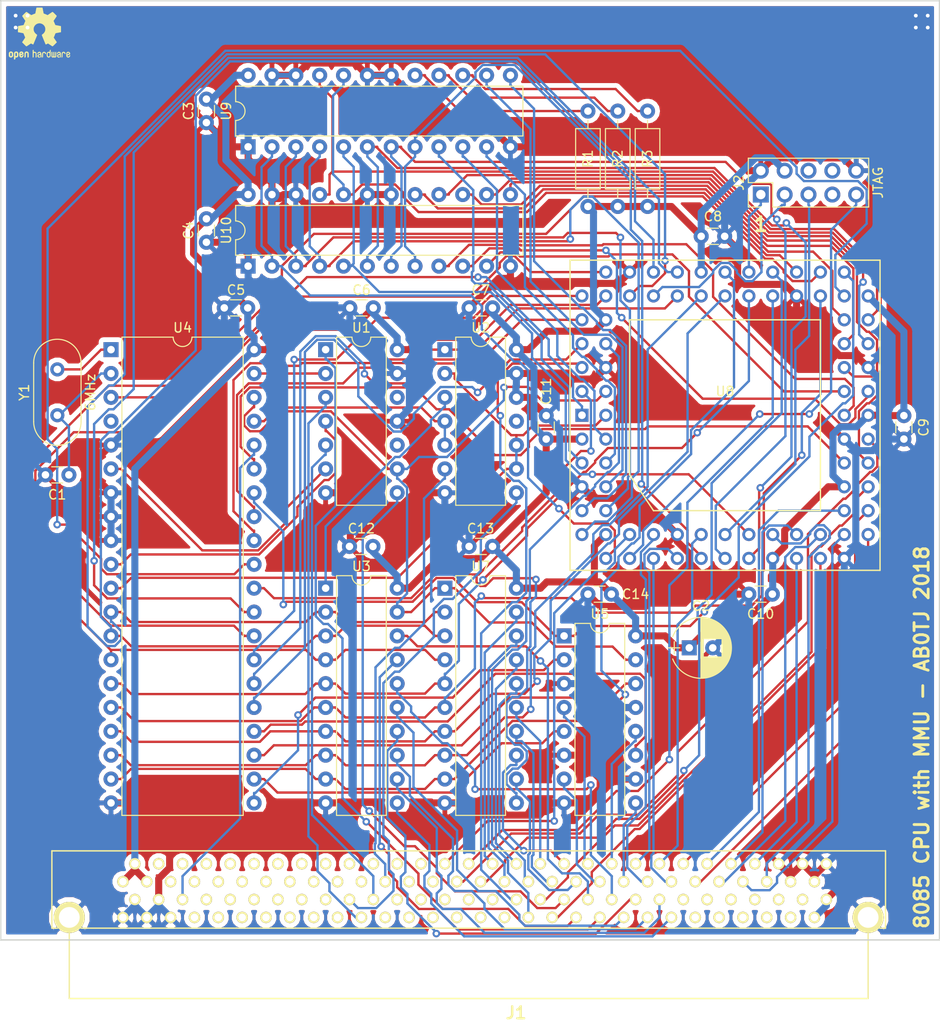
<source format=kicad_pcb>
(kicad_pcb (version 20171130) (host pcbnew "(5.0.2)-1")
  (layers (0 F.Cu signal) (31 B.Cu signal) (34 B.Paste user) (35 F.Paste user) (36 B.SilkS user) (37 F.SilkS user) (38 B.Mask user) (39 F.Mask user) (44 Edge.Cuts user))
  (net 0 "")
  (net 1 /HLDA)
  (net 2 /ALE)
  (net 3 GND)
  (net 4 /~MWT)
  (net 5 /~IOWT)
  (net 6 /A12)
  (net 7 +5V)
  (net 8 /A13)
  (net 9 /~RD)
  (net 10 /A14)
  (net 11 /A15)
  (net 12 /AD0)
  (net 13 "Net-(J2-Pad3)")
  (net 14 /AD1)
  (net 15 /S1)
  (net 16 /S0)
  (net 17 /AD6)
  (net 18 /AD5)
  (net 19 /AD7)
  (net 20 /AD3)
  (net 21 "Net-(J2-Pad1)")
  (net 22 /~IOW)
  (net 23 /~IOR)
  (net 24 /~MOE)
  (net 25 /AD4)
  (net 26 /AD2)
  (net 27 /~WR)
  (net 28 /IO~M)
  (net 29 /MD7)
  (net 30 /MD6)
  (net 31 /MD5)
  (net 32 /MD4)
  (net 33 /MD3)
  (net 34 /MD2)
  (net 35 /MD1)
  (net 36 /MD0)
  (net 37 /~MEMR)
  (net 38 /RDY)
  (net 39 /~MWE)
  (net 40 /~RFSH)
  (net 41 /bA18)
  (net 42 /bA16)
  (net 43 /bA21)
  (net 44 /bA17)
  (net 45 /bA19)
  (net 46 /~M1)
  (net 47 /bA20)
  (net 48 /bA22)
  (net 49 /bA23)
  (net 50 /MA3)
  (net 51 /MA2)
  (net 52 "Net-(J2-Pad5)")
  (net 53 /MA1)
  (net 54 /bA14)
  (net 55 /MA0)
  (net 56 /bA12)
  (net 57 /bA13)
  (net 58 /bA15)
  (net 59 /~MEMW)
  (net 60 "Net-(J2-Pad9)")
  (net 61 /MA6)
  (net 62 /MA4)
  (net 63 /MA5)
  (net 64 /MD11)
  (net 65 /MD12)
  (net 66 /MD10)
  (net 67 /MD8)
  (net 68 /MD9)
  (net 69 /~INTA)
  (net 70 /RST)
  (net 71 /bA11)
  (net 72 /bA10)
  (net 73 /bA9)
  (net 74 /bA8)
  (net 75 /bA7)
  (net 76 /bA6)
  (net 77 /bA5)
  (net 78 /bA4)
  (net 79 /bA3)
  (net 80 /bA2)
  (net 81 /bA1)
  (net 82 /bA0)
  (net 83 "Net-(J1-Pad34)")
  (net 84 "Net-(J1-Pad35)")
  (net 85 "Net-(J1-Pad36)")
  (net 86 "Net-(J1-Pad37)")
  (net 87 /CLK1)
  (net 88 "Net-(J1-Pad39)")
  (net 89 "Net-(J1-Pad40)")
  (net 90 "Net-(J1-Pad41)")
  (net 91 "Net-(J1-Pad42)")
  (net 92 "Net-(J1-Pad43)")
  (net 93 "Net-(J1-Pad44)")
  (net 94 "Net-(J1-Pad45)")
  (net 95 "Net-(J1-Pad46)")
  (net 96 "Net-(J1-Pad47)")
  (net 97 "Net-(J1-Pad48)")
  (net 98 "Net-(J1-Pad49)")
  (net 99 "Net-(J1-Pad50)")
  (net 100 "Net-(J1-Pad51)")
  (net 101 "Net-(J1-Pad52)")
  (net 102 "Net-(J1-Pad53)")
  (net 103 "Net-(J1-Pad54)")
  (net 104 "Net-(J1-Pad55)")
  (net 105 "Net-(J1-Pad56)")
  (net 106 "Net-(J1-Pad57)")
  (net 107 "Net-(J1-Pad63)")
  (net 108 "Net-(J1-Pad64)")
  (net 109 "Net-(J1-Pad65)")
  (net 110 "Net-(J1-Pad66)")
  (net 111 "Net-(J1-Pad67)")
  (net 112 "Net-(J1-Pad68)")
  (net 113 "Net-(J1-Pad69)")
  (net 114 "Net-(J1-Pad70)")
  (net 115 "Net-(J1-Pad71)")
  (net 116 "Net-(J1-Pad72)")
  (net 117 "Net-(J1-Pad73)")
  (net 118 /D7)
  (net 119 /D6)
  (net 120 /D5)
  (net 121 /D4)
  (net 122 /D3)
  (net 123 /D2)
  (net 124 /D1)
  (net 125 /D0)
  (net 126 /~HOLD)
  (net 127 /~HLDA)
  (net 128 "Net-(J1-Pad88)")
  (net 129 "Net-(J1-Pad89)")
  (net 130 "Net-(J1-Pad90)")
  (net 131 "Net-(J1-Pad91)")
  (net 132 "Net-(J1-Pad92)")
  (net 133 "Net-(J1-Pad93)")
  (net 134 "Net-(J1-Pad94)")
  (net 135 "Net-(J1-Pad95)")
  (net 136 "Net-(J1-Pad96)")
  (net 137 "Net-(J1-Pad97)")
  (net 138 "Net-(J1-Pad98)")
  (net 139 /~NMI)
  (net 140 /~INT)
  (net 141 /~bINTA)
  (net 142 "Net-(J1-Pad102)")
  (net 143 "Net-(J1-Pad103)")
  (net 144 "Net-(J1-Pad104)")
  (net 145 "Net-(J1-Pad105)")
  (net 146 "Net-(J1-Pad106)")
  (net 147 "Net-(J1-Pad107)")
  (net 148 "Net-(J1-Pad108)")
  (net 149 "Net-(J1-Pad109)")
  (net 150 "Net-(J1-Pad110)")
  (net 151 "Net-(J1-Pad111)")
  (net 152 "Net-(J1-Pad112)")
  (net 153 "Net-(J1-Pad113)")
  (net 154 "Net-(J1-Pad114)")
  (net 155 /~RST)
  (net 156 "Net-(R3-Pad2)")
  (net 157 "Net-(R2-Pad2)")
  (net 158 "Net-(R1-Pad2)")
  (net 159 "Net-(J2-Pad8)")
  (net 160 "Net-(J2-Pad7)")
  (net 161 "Net-(J2-Pad6)")
  (net 162 "Net-(U1-Pad2)")
  (net 163 "Net-(U2-Pad4)")
  (net 164 "Net-(U1-Pad4)")
  (net 165 "Net-(U1-Pad6)")
  (net 166 /A11)
  (net 167 "Net-(U4-Pad4)")
  (net 168 /A10)
  (net 169 /A9)
  (net 170 "Net-(C1-Pad1)")
  (net 171 /A8)
  (net 172 "Net-(U4-Pad1)")
  (net 173 "Net-(U2-Pad3)")
  (net 174 "Net-(U2-Pad11)")
  (net 175 "Net-(U1-Pad10)")
  (net 176 "Net-(U1-Pad12)")
  (module Symbols:OSHW-Logo2_7.3x6mm_SilkScreen (layer F.Cu) (at 24.13 23.495)
    (fp_text reference REF*** hide)
    (fp_text value OSHW-Logo2_7.3x6mm_SilkScreen hide)
  )
  (module Capacitors_THT:CP_Radial_D6.3mm_P2.50mm (layer F.Cu) (at 93.345 88.9)
    (fp_text reference C2 (at 1.25 -4.46) (layer F.SilkS))
    (fp_text value 33uF)
    (pad 2 thru_hole circle (at 2.5 0) (size 1.6 1.6) (drill 0.8) (layers *.Cu *.Mask) (net 3 GND))
    (pad 1 thru_hole rect (at 0 0) (size 1.6 1.6) (drill 0.8) (layers *.Cu *.Mask) (net 7 +5V))
  )
  (module Capacitors_THT:C_Disc_D3.0mm_W1.6mm_P2.50mm (layer F.Cu) (at 27.265 70.485 180)
    (fp_text reference C1 (at 1.25 -2.11 180) (layer F.SilkS))
    (fp_text value 20pF)
    (pad 2 thru_hole circle (at 2.5 0 180) (size 1.6 1.6) (drill 0.8) (layers *.Cu *.Mask) (net 3 GND))
    (pad 1 thru_hole circle (at 0 0 180) (size 1.6 1.6) (drill 0.8) (layers *.Cu *.Mask) (net 170 "Net-(C1-Pad1)"))
  )
  (module Capacitors_THT:C_Disc_D3.0mm_W1.6mm_P2.50mm (layer F.Cu) (at 41.91 30.48 270)
    (fp_text reference C3 (at 1.27 1.905 270) (layer F.SilkS))
    (fp_text value .1uF)
    (pad 1 thru_hole circle (at 0 0 270) (size 1.6 1.6) (drill 0.8) (layers *.Cu *.Mask) (net 7 +5V))
    (pad 2 thru_hole circle (at 2.5 0 270) (size 1.6 1.6) (drill 0.8) (layers *.Cu *.Mask) (net 3 GND))
  )
  (module Capacitors_THT:C_Disc_D3.0mm_W1.6mm_P2.50mm (layer F.Cu) (at 41.91 43.22 270)
    (fp_text reference C4 (at 1.23 1.905 270) (layer F.SilkS))
    (fp_text value .1uF)
    (pad 2 thru_hole circle (at 2.5 0 270) (size 1.6 1.6) (drill 0.8) (layers *.Cu *.Mask) (net 3 GND))
    (pad 1 thru_hole circle (at 0 0 270) (size 1.6 1.6) (drill 0.8) (layers *.Cu *.Mask) (net 7 +5V))
  )
  (module Capacitors_THT:C_Disc_D3.0mm_W1.6mm_P2.50mm (layer F.Cu) (at 46.315 52.705 180)
    (fp_text reference C5 (at 1.25 1.905 180) (layer F.SilkS))
    (fp_text value .1uF)
    (pad 1 thru_hole circle (at 0 0 180) (size 1.6 1.6) (drill 0.8) (layers *.Cu *.Mask) (net 7 +5V))
    (pad 2 thru_hole circle (at 2.5 0 180) (size 1.6 1.6) (drill 0.8) (layers *.Cu *.Mask) (net 3 GND))
  )
  (module Capacitors_THT:C_Disc_D3.0mm_W1.6mm_P2.50mm (layer F.Cu) (at 59.69 52.705 180)
    (fp_text reference C6 (at 1.25 1.905 180) (layer F.SilkS))
    (fp_text value .1uF)
    (pad 2 thru_hole circle (at 2.5 0 180) (size 1.6 1.6) (drill 0.8) (layers *.Cu *.Mask) (net 3 GND))
    (pad 1 thru_hole circle (at 0 0 180) (size 1.6 1.6) (drill 0.8) (layers *.Cu *.Mask) (net 7 +5V))
  )
  (module Capacitors_THT:C_Disc_D3.0mm_W1.6mm_P2.50mm (layer F.Cu) (at 72.39 52.705 180)
    (fp_text reference C7 (at 1.27 1.905 180) (layer F.SilkS))
    (fp_text value .1uF)
    (pad 1 thru_hole circle (at 0 0 180) (size 1.6 1.6) (drill 0.8) (layers *.Cu *.Mask) (net 7 +5V))
    (pad 2 thru_hole circle (at 2.5 0 180) (size 1.6 1.6) (drill 0.8) (layers *.Cu *.Mask) (net 3 GND))
  )
  (module Capacitors_THT:C_Disc_D3.0mm_W1.6mm_P2.50mm (layer F.Cu) (at 94.615 45.085)
    (fp_text reference C8 (at 1.25 -2.11) (layer F.SilkS))
    (fp_text value .1uF)
    (pad 2 thru_hole circle (at 2.5 0) (size 1.6 1.6) (drill 0.8) (layers *.Cu *.Mask) (net 3 GND))
    (pad 1 thru_hole circle (at 0 0) (size 1.6 1.6) (drill 0.8) (layers *.Cu *.Mask) (net 7 +5V))
  )
  (module Capacitors_THT:C_Disc_D3.0mm_W1.6mm_P2.50mm (layer F.Cu) (at 116.205 64.175 270)
    (fp_text reference C9 (at 1.25 -2.11 270) (layer F.SilkS))
    (fp_text value .1uF)
    (pad 1 thru_hole circle (at 0 0 270) (size 1.6 1.6) (drill 0.8) (layers *.Cu *.Mask) (net 7 +5V))
    (pad 2 thru_hole circle (at 2.5 0 270) (size 1.6 1.6) (drill 0.8) (layers *.Cu *.Mask) (net 3 GND))
  )
  (module Capacitors_THT:C_Disc_D3.0mm_W1.6mm_P2.50mm (layer F.Cu) (at 102.195 83.185 180)
    (fp_text reference C10 (at 1.25 -2.11 180) (layer F.SilkS))
    (fp_text value .1uF)
    (pad 2 thru_hole circle (at 2.5 0 180) (size 1.6 1.6) (drill 0.8) (layers *.Cu *.Mask) (net 3 GND))
    (pad 1 thru_hole circle (at 0 0 180) (size 1.6 1.6) (drill 0.8) (layers *.Cu *.Mask) (net 7 +5V))
  )
  (module Capacitors_THT:C_Disc_D3.0mm_W1.6mm_P2.50mm (layer F.Cu) (at 78.105 66.675 90)
    (fp_text reference C11 (at 5.08 0 90) (layer F.SilkS))
    (fp_text value .1uF)
    (pad 1 thru_hole circle (at 0 0 90) (size 1.6 1.6) (drill 0.8) (layers *.Cu *.Mask) (net 7 +5V))
    (pad 2 thru_hole circle (at 2.5 0 90) (size 1.6 1.6) (drill 0.8) (layers *.Cu *.Mask) (net 3 GND))
  )
  (module Capacitors_THT:C_Disc_D3.0mm_W1.6mm_P2.50mm (layer F.Cu) (at 59.65 78.105 180)
    (fp_text reference C12 (at 1.23 1.905 180) (layer F.SilkS))
    (fp_text value .1uF)
    (pad 2 thru_hole circle (at 2.5 0 180) (size 1.6 1.6) (drill 0.8) (layers *.Cu *.Mask) (net 3 GND))
    (pad 1 thru_hole circle (at 0 0 180) (size 1.6 1.6) (drill 0.8) (layers *.Cu *.Mask) (net 7 +5V))
  )
  (module Capacitors_THT:C_Disc_D3.0mm_W1.6mm_P2.50mm (layer F.Cu) (at 72.39 78.105 180)
    (fp_text reference C13 (at 1.27 1.905 180) (layer F.SilkS))
    (fp_text value .1uF)
    (pad 1 thru_hole circle (at 0 0 180) (size 1.6 1.6) (drill 0.8) (layers *.Cu *.Mask) (net 7 +5V))
    (pad 2 thru_hole circle (at 2.5 0 180) (size 1.6 1.6) (drill 0.8) (layers *.Cu *.Mask) (net 3 GND))
  )
  (module Capacitors_THT:C_Disc_D3.0mm_W1.6mm_P2.50mm (layer F.Cu) (at 85.05 83.185 180)
    (fp_text reference C14 (at -2.58 0 180) (layer F.SilkS))
    (fp_text value .1uF)
    (pad 2 thru_hole circle (at 2.5 0 180) (size 1.6 1.6) (drill 0.8) (layers *.Cu *.Mask) (net 3 GND))
    (pad 1 thru_hole circle (at 0 0 180) (size 1.6 1.6) (drill 0.8) (layers *.Cu *.Mask) (net 7 +5V))
  )
  (module Crystals:Crystal_HC49-U_Vertical (layer F.Cu) (at 26.035 64.135 90)
    (fp_text reference Y1 (at 2.44 -3.525 90) (layer F.SilkS))
    (fp_text value 6MHz (at 2.44 3.525 90) (layer F.SilkS))
    (pad 2 thru_hole circle (at 4.88 0 90) (size 1.5 1.5) (drill 0.8) (layers *.Cu *.Mask) (net 172 "Net-(U4-Pad1)"))
    (pad 1 thru_hole circle (at 0 0 90) (size 1.5 1.5) (drill 0.8) (layers *.Cu *.Mask) (net 170 "Net-(C1-Pad1)"))
  )
  (module Housings_DIP:DIP-14_W7.62mm (layer F.Cu) (at 54.61 57.15)
    (fp_text reference U1 (at 3.81 -2.33) (layer F.SilkS))
    (fp_text value 74HCT04)
    (pad 1 thru_hole rect (at 0 0) (size 1.6 1.6) (drill 0.8) (layers *.Cu *.Mask) (net 126 /~HOLD))
    (pad 8 thru_hole oval (at 7.62 15.24) (size 1.6 1.6) (drill 0.8) (layers *.Cu *.Mask) (net 127 /~HLDA))
    (pad 2 thru_hole oval (at 0 2.54) (size 1.6 1.6) (drill 0.8) (layers *.Cu *.Mask) (net 162 "Net-(U1-Pad2)"))
    (pad 9 thru_hole oval (at 7.62 12.7) (size 1.6 1.6) (drill 0.8) (layers *.Cu *.Mask) (net 1 /HLDA))
    (pad 3 thru_hole oval (at 0 5.08) (size 1.6 1.6) (drill 0.8) (layers *.Cu *.Mask) (net 140 /~INT))
    (pad 10 thru_hole oval (at 7.62 10.16) (size 1.6 1.6) (drill 0.8) (layers *.Cu *.Mask) (net 175 "Net-(U1-Pad10)"))
    (pad 4 thru_hole oval (at 0 7.62) (size 1.6 1.6) (drill 0.8) (layers *.Cu *.Mask) (net 164 "Net-(U1-Pad4)"))
    (pad 11 thru_hole oval (at 7.62 7.62) (size 1.6 1.6) (drill 0.8) (layers *.Cu *.Mask) (net 3 GND))
    (pad 5 thru_hole oval (at 0 10.16) (size 1.6 1.6) (drill 0.8) (layers *.Cu *.Mask) (net 139 /~NMI))
    (pad 12 thru_hole oval (at 7.62 5.08) (size 1.6 1.6) (drill 0.8) (layers *.Cu *.Mask) (net 176 "Net-(U1-Pad12)"))
    (pad 6 thru_hole oval (at 0 12.7) (size 1.6 1.6) (drill 0.8) (layers *.Cu *.Mask) (net 165 "Net-(U1-Pad6)"))
    (pad 13 thru_hole oval (at 7.62 2.54) (size 1.6 1.6) (drill 0.8) (layers *.Cu *.Mask) (net 3 GND))
    (pad 7 thru_hole oval (at 0 15.24) (size 1.6 1.6) (drill 0.8) (layers *.Cu *.Mask) (net 3 GND))
    (pad 14 thru_hole oval (at 7.62 0) (size 1.6 1.6) (drill 0.8) (layers *.Cu *.Mask) (net 7 +5V))
  )
  (module Housings_DIP:DIP-14_W7.62mm (layer F.Cu) (at 67.31 57.15)
    (fp_text reference U2 (at 3.81 -2.33) (layer F.SilkS))
    (fp_text value 74HCT08)
    (pad 14 thru_hole oval (at 7.62 0) (size 1.6 1.6) (drill 0.8) (layers *.Cu *.Mask) (net 7 +5V))
    (pad 7 thru_hole oval (at 0 15.24) (size 1.6 1.6) (drill 0.8) (layers *.Cu *.Mask) (net 3 GND))
    (pad 13 thru_hole oval (at 7.62 2.54) (size 1.6 1.6) (drill 0.8) (layers *.Cu *.Mask) (net 3 GND))
    (pad 6 thru_hole oval (at 0 12.7) (size 1.6 1.6) (drill 0.8) (layers *.Cu *.Mask) (net 87 /CLK1))
    (pad 12 thru_hole oval (at 7.62 5.08) (size 1.6 1.6) (drill 0.8) (layers *.Cu *.Mask) (net 3 GND))
    (pad 5 thru_hole oval (at 0 10.16) (size 1.6 1.6) (drill 0.8) (layers *.Cu *.Mask) (net 163 "Net-(U2-Pad4)"))
    (pad 11 thru_hole oval (at 7.62 7.62) (size 1.6 1.6) (drill 0.8) (layers *.Cu *.Mask) (net 174 "Net-(U2-Pad11)"))
    (pad 4 thru_hole oval (at 0 7.62) (size 1.6 1.6) (drill 0.8) (layers *.Cu *.Mask) (net 163 "Net-(U2-Pad4)"))
    (pad 10 thru_hole oval (at 7.62 10.16) (size 1.6 1.6) (drill 0.8) (layers *.Cu *.Mask) (net 69 /~INTA))
    (pad 3 thru_hole oval (at 0 5.08) (size 1.6 1.6) (drill 0.8) (layers *.Cu *.Mask) (net 173 "Net-(U2-Pad3)"))
    (pad 9 thru_hole oval (at 7.62 12.7) (size 1.6 1.6) (drill 0.8) (layers *.Cu *.Mask) (net 69 /~INTA))
    (pad 2 thru_hole oval (at 0 2.54) (size 1.6 1.6) (drill 0.8) (layers *.Cu *.Mask) (net 69 /~INTA))
    (pad 8 thru_hole oval (at 7.62 15.24) (size 1.6 1.6) (drill 0.8) (layers *.Cu *.Mask) (net 141 /~bINTA))
    (pad 1 thru_hole rect (at 0 0) (size 1.6 1.6) (drill 0.8) (layers *.Cu *.Mask) (net 9 /~RD))
  )
  (module Housings_DIP:DIP-16_W7.62mm (layer F.Cu) (at 80.01 87.63)
    (fp_text reference U5 (at 3.81 -2.33) (layer F.SilkS))
    (fp_text value 74HCT157)
    (pad 16 thru_hole oval (at 7.62 0) (size 1.6 1.6) (drill 0.8) (layers *.Cu *.Mask) (net 7 +5V))
    (pad 8 thru_hole oval (at 0 17.78) (size 1.6 1.6) (drill 0.8) (layers *.Cu *.Mask) (net 3 GND))
    (pad 15 thru_hole oval (at 7.62 2.54) (size 1.6 1.6) (drill 0.8) (layers *.Cu *.Mask) (net 1 /HLDA))
    (pad 7 thru_hole oval (at 0 15.24) (size 1.6 1.6) (drill 0.8) (layers *.Cu *.Mask) (net 73 /bA9))
    (pad 14 thru_hole oval (at 7.62 5.08) (size 1.6 1.6) (drill 0.8) (layers *.Cu *.Mask) (net 168 /A10))
    (pad 6 thru_hole oval (at 0 12.7) (size 1.6 1.6) (drill 0.8) (layers *.Cu *.Mask) (net 3 GND))
    (pad 13 thru_hole oval (at 7.62 7.62) (size 1.6 1.6) (drill 0.8) (layers *.Cu *.Mask) (net 3 GND))
    (pad 5 thru_hole oval (at 0 10.16) (size 1.6 1.6) (drill 0.8) (layers *.Cu *.Mask) (net 169 /A9))
    (pad 12 thru_hole oval (at 7.62 10.16) (size 1.6 1.6) (drill 0.8) (layers *.Cu *.Mask) (net 72 /bA10))
    (pad 4 thru_hole oval (at 0 7.62) (size 1.6 1.6) (drill 0.8) (layers *.Cu *.Mask) (net 74 /bA8))
    (pad 11 thru_hole oval (at 7.62 12.7) (size 1.6 1.6) (drill 0.8) (layers *.Cu *.Mask) (net 166 /A11))
    (pad 3 thru_hole oval (at 0 5.08) (size 1.6 1.6) (drill 0.8) (layers *.Cu *.Mask) (net 3 GND))
    (pad 10 thru_hole oval (at 7.62 15.24) (size 1.6 1.6) (drill 0.8) (layers *.Cu *.Mask) (net 3 GND))
    (pad 2 thru_hole oval (at 0 2.54) (size 1.6 1.6) (drill 0.8) (layers *.Cu *.Mask) (net 171 /A8))
    (pad 9 thru_hole oval (at 7.62 17.78) (size 1.6 1.6) (drill 0.8) (layers *.Cu *.Mask) (net 71 /bA11))
    (pad 1 thru_hole rect (at 0 0) (size 1.6 1.6) (drill 0.8) (layers *.Cu *.Mask) (net 28 /IO~M))
  )
  (module Housings_DIP:DIP-20_W7.62mm (layer F.Cu) (at 54.61 82.55)
    (fp_text reference U3 (at 3.81 -2.33) (layer F.SilkS))
    (fp_text value 74HCT245)
    (pad 1 thru_hole rect (at 0 0) (size 1.6 1.6) (drill 0.8) (layers *.Cu *.Mask) (net 173 "Net-(U2-Pad3)"))
    (pad 11 thru_hole oval (at 7.62 22.86) (size 1.6 1.6) (drill 0.8) (layers *.Cu *.Mask) (net 118 /D7))
    (pad 2 thru_hole oval (at 0 2.54) (size 1.6 1.6) (drill 0.8) (layers *.Cu *.Mask) (net 12 /AD0))
    (pad 12 thru_hole oval (at 7.62 20.32) (size 1.6 1.6) (drill 0.8) (layers *.Cu *.Mask) (net 119 /D6))
    (pad 3 thru_hole oval (at 0 5.08) (size 1.6 1.6) (drill 0.8) (layers *.Cu *.Mask) (net 14 /AD1))
    (pad 13 thru_hole oval (at 7.62 17.78) (size 1.6 1.6) (drill 0.8) (layers *.Cu *.Mask) (net 120 /D5))
    (pad 4 thru_hole oval (at 0 7.62) (size 1.6 1.6) (drill 0.8) (layers *.Cu *.Mask) (net 26 /AD2))
    (pad 14 thru_hole oval (at 7.62 15.24) (size 1.6 1.6) (drill 0.8) (layers *.Cu *.Mask) (net 121 /D4))
    (pad 5 thru_hole oval (at 0 10.16) (size 1.6 1.6) (drill 0.8) (layers *.Cu *.Mask) (net 20 /AD3))
    (pad 15 thru_hole oval (at 7.62 12.7) (size 1.6 1.6) (drill 0.8) (layers *.Cu *.Mask) (net 122 /D3))
    (pad 6 thru_hole oval (at 0 12.7) (size 1.6 1.6) (drill 0.8) (layers *.Cu *.Mask) (net 25 /AD4))
    (pad 16 thru_hole oval (at 7.62 10.16) (size 1.6 1.6) (drill 0.8) (layers *.Cu *.Mask) (net 123 /D2))
    (pad 7 thru_hole oval (at 0 15.24) (size 1.6 1.6) (drill 0.8) (layers *.Cu *.Mask) (net 18 /AD5))
    (pad 17 thru_hole oval (at 7.62 7.62) (size 1.6 1.6) (drill 0.8) (layers *.Cu *.Mask) (net 124 /D1))
    (pad 8 thru_hole oval (at 0 17.78) (size 1.6 1.6) (drill 0.8) (layers *.Cu *.Mask) (net 17 /AD6))
    (pad 18 thru_hole oval (at 7.62 5.08) (size 1.6 1.6) (drill 0.8) (layers *.Cu *.Mask) (net 125 /D0))
    (pad 9 thru_hole oval (at 0 20.32) (size 1.6 1.6) (drill 0.8) (layers *.Cu *.Mask) (net 19 /AD7))
    (pad 19 thru_hole oval (at 7.62 2.54) (size 1.6 1.6) (drill 0.8) (layers *.Cu *.Mask) (net 1 /HLDA))
    (pad 10 thru_hole oval (at 0 22.86) (size 1.6 1.6) (drill 0.8) (layers *.Cu *.Mask) (net 3 GND))
    (pad 20 thru_hole oval (at 7.62 0) (size 1.6 1.6) (drill 0.8) (layers *.Cu *.Mask) (net 7 +5V))
  )
  (module Housings_DIP:DIP-20_W7.62mm (layer F.Cu) (at 67.31 82.55)
    (fp_text reference U7 (at 3.81 -2.33) (layer F.SilkS))
    (fp_text value 74HCT573)
    (pad 20 thru_hole oval (at 7.62 0) (size 1.6 1.6) (drill 0.8) (layers *.Cu *.Mask) (net 7 +5V))
    (pad 10 thru_hole oval (at 0 22.86) (size 1.6 1.6) (drill 0.8) (layers *.Cu *.Mask) (net 3 GND))
    (pad 19 thru_hole oval (at 7.62 2.54) (size 1.6 1.6) (drill 0.8) (layers *.Cu *.Mask) (net 82 /bA0))
    (pad 9 thru_hole oval (at 0 20.32) (size 1.6 1.6) (drill 0.8) (layers *.Cu *.Mask) (net 19 /AD7))
    (pad 18 thru_hole oval (at 7.62 5.08) (size 1.6 1.6) (drill 0.8) (layers *.Cu *.Mask) (net 81 /bA1))
    (pad 8 thru_hole oval (at 0 17.78) (size 1.6 1.6) (drill 0.8) (layers *.Cu *.Mask) (net 17 /AD6))
    (pad 17 thru_hole oval (at 7.62 7.62) (size 1.6 1.6) (drill 0.8) (layers *.Cu *.Mask) (net 80 /bA2))
    (pad 7 thru_hole oval (at 0 15.24) (size 1.6 1.6) (drill 0.8) (layers *.Cu *.Mask) (net 18 /AD5))
    (pad 16 thru_hole oval (at 7.62 10.16) (size 1.6 1.6) (drill 0.8) (layers *.Cu *.Mask) (net 79 /bA3))
    (pad 6 thru_hole oval (at 0 12.7) (size 1.6 1.6) (drill 0.8) (layers *.Cu *.Mask) (net 25 /AD4))
    (pad 15 thru_hole oval (at 7.62 12.7) (size 1.6 1.6) (drill 0.8) (layers *.Cu *.Mask) (net 78 /bA4))
    (pad 5 thru_hole oval (at 0 10.16) (size 1.6 1.6) (drill 0.8) (layers *.Cu *.Mask) (net 20 /AD3))
    (pad 14 thru_hole oval (at 7.62 15.24) (size 1.6 1.6) (drill 0.8) (layers *.Cu *.Mask) (net 77 /bA5))
    (pad 4 thru_hole oval (at 0 7.62) (size 1.6 1.6) (drill 0.8) (layers *.Cu *.Mask) (net 26 /AD2))
    (pad 13 thru_hole oval (at 7.62 17.78) (size 1.6 1.6) (drill 0.8) (layers *.Cu *.Mask) (net 76 /bA6))
    (pad 3 thru_hole oval (at 0 5.08) (size 1.6 1.6) (drill 0.8) (layers *.Cu *.Mask) (net 14 /AD1))
    (pad 12 thru_hole oval (at 7.62 20.32) (size 1.6 1.6) (drill 0.8) (layers *.Cu *.Mask) (net 75 /bA7))
    (pad 2 thru_hole oval (at 0 2.54) (size 1.6 1.6) (drill 0.8) (layers *.Cu *.Mask) (net 12 /AD0))
    (pad 11 thru_hole oval (at 7.62 22.86) (size 1.6 1.6) (drill 0.8) (layers *.Cu *.Mask) (net 2 /ALE))
    (pad 1 thru_hole rect (at 0 0) (size 1.6 1.6) (drill 0.8) (layers *.Cu *.Mask) (net 1 /HLDA))
  )
  (module Housings_DIP:DIP-24_W7.62mm (layer F.Cu) (at 46.355 35.56 90)
    (fp_text reference U9 (at 3.81 -2.33 90) (layer F.SilkS))
    (fp_text value 6116)
    (pad 1 thru_hole rect (at 0 0 90) (size 1.6 1.6) (drill 0.8) (layers *.Cu *.Mask) (net 3 GND))
    (pad 13 thru_hole oval (at 7.62 27.94 90) (size 1.6 1.6) (drill 0.8) (layers *.Cu *.Mask) (net 64 /MD11))
    (pad 2 thru_hole oval (at 0 2.54 90) (size 1.6 1.6) (drill 0.8) (layers *.Cu *.Mask) (net 61 /MA6))
    (pad 14 thru_hole oval (at 7.62 25.4 90) (size 1.6 1.6) (drill 0.8) (layers *.Cu *.Mask) (net 65 /MD12))
    (pad 3 thru_hole oval (at 0 5.08 90) (size 1.6 1.6) (drill 0.8) (layers *.Cu *.Mask) (net 63 /MA5))
    (pad 15 thru_hole oval (at 7.62 22.86 90) (size 1.6 1.6) (drill 0.8) (layers *.Cu *.Mask) (net 156 "Net-(R3-Pad2)"))
    (pad 4 thru_hole oval (at 0 7.62 90) (size 1.6 1.6) (drill 0.8) (layers *.Cu *.Mask) (net 62 /MA4))
    (pad 16 thru_hole oval (at 7.62 20.32 90) (size 1.6 1.6) (drill 0.8) (layers *.Cu *.Mask) (net 157 "Net-(R2-Pad2)"))
    (pad 5 thru_hole oval (at 0 10.16 90) (size 1.6 1.6) (drill 0.8) (layers *.Cu *.Mask) (net 50 /MA3))
    (pad 17 thru_hole oval (at 7.62 17.78 90) (size 1.6 1.6) (drill 0.8) (layers *.Cu *.Mask) (net 158 "Net-(R1-Pad2)"))
    (pad 6 thru_hole oval (at 0 12.7 90) (size 1.6 1.6) (drill 0.8) (layers *.Cu *.Mask) (net 51 /MA2))
    (pad 18 thru_hole oval (at 7.62 15.24 90) (size 1.6 1.6) (drill 0.8) (layers *.Cu *.Mask) (net 3 GND))
    (pad 7 thru_hole oval (at 0 15.24 90) (size 1.6 1.6) (drill 0.8) (layers *.Cu *.Mask) (net 53 /MA1))
    (pad 19 thru_hole oval (at 7.62 12.7 90) (size 1.6 1.6) (drill 0.8) (layers *.Cu *.Mask) (net 3 GND))
    (pad 8 thru_hole oval (at 0 17.78 90) (size 1.6 1.6) (drill 0.8) (layers *.Cu *.Mask) (net 55 /MA0))
    (pad 20 thru_hole oval (at 7.62 10.16 90) (size 1.6 1.6) (drill 0.8) (layers *.Cu *.Mask) (net 24 /~MOE))
    (pad 9 thru_hole oval (at 0 20.32 90) (size 1.6 1.6) (drill 0.8) (layers *.Cu *.Mask) (net 67 /MD8))
    (pad 21 thru_hole oval (at 7.62 7.62 90) (size 1.6 1.6) (drill 0.8) (layers *.Cu *.Mask) (net 39 /~MWE))
    (pad 10 thru_hole oval (at 0 22.86 90) (size 1.6 1.6) (drill 0.8) (layers *.Cu *.Mask) (net 68 /MD9))
    (pad 22 thru_hole oval (at 7.62 5.08 90) (size 1.6 1.6) (drill 0.8) (layers *.Cu *.Mask) (net 3 GND))
    (pad 11 thru_hole oval (at 0 25.4 90) (size 1.6 1.6) (drill 0.8) (layers *.Cu *.Mask) (net 66 /MD10))
    (pad 23 thru_hole oval (at 7.62 2.54 90) (size 1.6 1.6) (drill 0.8) (layers *.Cu *.Mask) (net 3 GND))
    (pad 12 thru_hole oval (at 0 27.94 90) (size 1.6 1.6) (drill 0.8) (layers *.Cu *.Mask) (net 3 GND))
    (pad 24 thru_hole oval (at 7.62 0 90) (size 1.6 1.6) (drill 0.8) (layers *.Cu *.Mask) (net 7 +5V))
  )
  (module Housings_DIP:DIP-24_W7.62mm (layer F.Cu) (at 46.355 48.26 90)
    (fp_text reference U10 (at 3.81 -2.33 90) (layer F.SilkS))
    (fp_text value 6116)
    (pad 24 thru_hole oval (at 7.62 0 90) (size 1.6 1.6) (drill 0.8) (layers *.Cu *.Mask) (net 7 +5V))
    (pad 12 thru_hole oval (at 0 27.94 90) (size 1.6 1.6) (drill 0.8) (layers *.Cu *.Mask) (net 3 GND))
    (pad 23 thru_hole oval (at 7.62 2.54 90) (size 1.6 1.6) (drill 0.8) (layers *.Cu *.Mask) (net 3 GND))
    (pad 11 thru_hole oval (at 0 25.4 90) (size 1.6 1.6) (drill 0.8) (layers *.Cu *.Mask) (net 34 /MD2))
    (pad 22 thru_hole oval (at 7.62 5.08 90) (size 1.6 1.6) (drill 0.8) (layers *.Cu *.Mask) (net 3 GND))
    (pad 10 thru_hole oval (at 0 22.86 90) (size 1.6 1.6) (drill 0.8) (layers *.Cu *.Mask) (net 35 /MD1))
    (pad 21 thru_hole oval (at 7.62 7.62 90) (size 1.6 1.6) (drill 0.8) (layers *.Cu *.Mask) (net 39 /~MWE))
    (pad 9 thru_hole oval (at 0 20.32 90) (size 1.6 1.6) (drill 0.8) (layers *.Cu *.Mask) (net 36 /MD0))
    (pad 20 thru_hole oval (at 7.62 10.16 90) (size 1.6 1.6) (drill 0.8) (layers *.Cu *.Mask) (net 24 /~MOE))
    (pad 8 thru_hole oval (at 0 17.78 90) (size 1.6 1.6) (drill 0.8) (layers *.Cu *.Mask) (net 55 /MA0))
    (pad 19 thru_hole oval (at 7.62 12.7 90) (size 1.6 1.6) (drill 0.8) (layers *.Cu *.Mask) (net 3 GND))
    (pad 7 thru_hole oval (at 0 15.24 90) (size 1.6 1.6) (drill 0.8) (layers *.Cu *.Mask) (net 53 /MA1))
    (pad 18 thru_hole oval (at 7.62 15.24 90) (size 1.6 1.6) (drill 0.8) (layers *.Cu *.Mask) (net 3 GND))
    (pad 6 thru_hole oval (at 0 12.7 90) (size 1.6 1.6) (drill 0.8) (layers *.Cu *.Mask) (net 51 /MA2))
    (pad 17 thru_hole oval (at 7.62 17.78 90) (size 1.6 1.6) (drill 0.8) (layers *.Cu *.Mask) (net 29 /MD7))
    (pad 5 thru_hole oval (at 0 10.16 90) (size 1.6 1.6) (drill 0.8) (layers *.Cu *.Mask) (net 50 /MA3))
    (pad 16 thru_hole oval (at 7.62 20.32 90) (size 1.6 1.6) (drill 0.8) (layers *.Cu *.Mask) (net 30 /MD6))
    (pad 4 thru_hole oval (at 0 7.62 90) (size 1.6 1.6) (drill 0.8) (layers *.Cu *.Mask) (net 62 /MA4))
    (pad 15 thru_hole oval (at 7.62 22.86 90) (size 1.6 1.6) (drill 0.8) (layers *.Cu *.Mask) (net 31 /MD5))
    (pad 3 thru_hole oval (at 0 5.08 90) (size 1.6 1.6) (drill 0.8) (layers *.Cu *.Mask) (net 63 /MA5))
    (pad 14 thru_hole oval (at 7.62 25.4 90) (size 1.6 1.6) (drill 0.8) (layers *.Cu *.Mask) (net 32 /MD4))
    (pad 2 thru_hole oval (at 0 2.54 90) (size 1.6 1.6) (drill 0.8) (layers *.Cu *.Mask) (net 61 /MA6))
    (pad 13 thru_hole oval (at 7.62 27.94 90) (size 1.6 1.6) (drill 0.8) (layers *.Cu *.Mask) (net 33 /MD3))
    (pad 1 thru_hole rect (at 0 0 90) (size 1.6 1.6) (drill 0.8) (layers *.Cu *.Mask) (net 3 GND))
  )
  (module Housings_DIP:DIP-40_W15.24mm (layer F.Cu) (at 31.75 57.15)
    (fp_text reference U4 (at 7.62 -2.33) (layer F.SilkS))
    (fp_text value 8085)
    (pad 40 thru_hole oval (at 15.24 0) (size 1.6 1.6) (drill 0.8) (layers *.Cu *.Mask) (net 7 +5V))
    (pad 20 thru_hole oval (at 0 48.26) (size 1.6 1.6) (drill 0.8) (layers *.Cu *.Mask) (net 3 GND))
    (pad 39 thru_hole oval (at 15.24 2.54) (size 1.6 1.6) (drill 0.8) (layers *.Cu *.Mask) (net 162 "Net-(U1-Pad2)"))
    (pad 19 thru_hole oval (at 0 45.72) (size 1.6 1.6) (drill 0.8) (layers *.Cu *.Mask) (net 19 /AD7))
    (pad 38 thru_hole oval (at 15.24 5.08) (size 1.6 1.6) (drill 0.8) (layers *.Cu *.Mask) (net 1 /HLDA))
    (pad 18 thru_hole oval (at 0 43.18) (size 1.6 1.6) (drill 0.8) (layers *.Cu *.Mask) (net 17 /AD6))
    (pad 37 thru_hole oval (at 15.24 7.62) (size 1.6 1.6) (drill 0.8) (layers *.Cu *.Mask) (net 163 "Net-(U2-Pad4)"))
    (pad 17 thru_hole oval (at 0 40.64) (size 1.6 1.6) (drill 0.8) (layers *.Cu *.Mask) (net 18 /AD5))
    (pad 36 thru_hole oval (at 15.24 10.16) (size 1.6 1.6) (drill 0.8) (layers *.Cu *.Mask) (net 155 /~RST))
    (pad 16 thru_hole oval (at 0 38.1) (size 1.6 1.6) (drill 0.8) (layers *.Cu *.Mask) (net 25 /AD4))
    (pad 35 thru_hole oval (at 15.24 12.7) (size 1.6 1.6) (drill 0.8) (layers *.Cu *.Mask) (net 38 /RDY))
    (pad 15 thru_hole oval (at 0 35.56) (size 1.6 1.6) (drill 0.8) (layers *.Cu *.Mask) (net 20 /AD3))
    (pad 34 thru_hole oval (at 15.24 15.24) (size 1.6 1.6) (drill 0.8) (layers *.Cu *.Mask) (net 28 /IO~M))
    (pad 14 thru_hole oval (at 0 33.02) (size 1.6 1.6) (drill 0.8) (layers *.Cu *.Mask) (net 26 /AD2))
    (pad 33 thru_hole oval (at 15.24 17.78) (size 1.6 1.6) (drill 0.8) (layers *.Cu *.Mask) (net 15 /S1))
    (pad 13 thru_hole oval (at 0 30.48) (size 1.6 1.6) (drill 0.8) (layers *.Cu *.Mask) (net 14 /AD1))
    (pad 32 thru_hole oval (at 15.24 20.32) (size 1.6 1.6) (drill 0.8) (layers *.Cu *.Mask) (net 9 /~RD))
    (pad 12 thru_hole oval (at 0 27.94) (size 1.6 1.6) (drill 0.8) (layers *.Cu *.Mask) (net 12 /AD0))
    (pad 31 thru_hole oval (at 15.24 22.86) (size 1.6 1.6) (drill 0.8) (layers *.Cu *.Mask) (net 27 /~WR))
    (pad 11 thru_hole oval (at 0 25.4) (size 1.6 1.6) (drill 0.8) (layers *.Cu *.Mask) (net 69 /~INTA))
    (pad 30 thru_hole oval (at 15.24 25.4) (size 1.6 1.6) (drill 0.8) (layers *.Cu *.Mask) (net 2 /ALE))
    (pad 10 thru_hole oval (at 0 22.86) (size 1.6 1.6) (drill 0.8) (layers *.Cu *.Mask) (net 164 "Net-(U1-Pad4)"))
    (pad 29 thru_hole oval (at 15.24 27.94) (size 1.6 1.6) (drill 0.8) (layers *.Cu *.Mask) (net 16 /S0))
    (pad 9 thru_hole oval (at 0 20.32) (size 1.6 1.6) (drill 0.8) (layers *.Cu *.Mask) (net 3 GND))
    (pad 28 thru_hole oval (at 15.24 30.48) (size 1.6 1.6) (drill 0.8) (layers *.Cu *.Mask) (net 11 /A15))
    (pad 8 thru_hole oval (at 0 17.78) (size 1.6 1.6) (drill 0.8) (layers *.Cu *.Mask) (net 3 GND))
    (pad 27 thru_hole oval (at 15.24 33.02) (size 1.6 1.6) (drill 0.8) (layers *.Cu *.Mask) (net 10 /A14))
    (pad 7 thru_hole oval (at 0 15.24) (size 1.6 1.6) (drill 0.8) (layers *.Cu *.Mask) (net 3 GND))
    (pad 26 thru_hole oval (at 15.24 35.56) (size 1.6 1.6) (drill 0.8) (layers *.Cu *.Mask) (net 8 /A13))
    (pad 6 thru_hole oval (at 0 12.7) (size 1.6 1.6) (drill 0.8) (layers *.Cu *.Mask) (net 165 "Net-(U1-Pad6)"))
    (pad 25 thru_hole oval (at 15.24 38.1) (size 1.6 1.6) (drill 0.8) (layers *.Cu *.Mask) (net 6 /A12))
    (pad 5 thru_hole oval (at 0 10.16) (size 1.6 1.6) (drill 0.8) (layers *.Cu *.Mask) (net 3 GND))
    (pad 24 thru_hole oval (at 15.24 40.64) (size 1.6 1.6) (drill 0.8) (layers *.Cu *.Mask) (net 166 /A11))
    (pad 4 thru_hole oval (at 0 7.62) (size 1.6 1.6) (drill 0.8) (layers *.Cu *.Mask) (net 167 "Net-(U4-Pad4)"))
    (pad 23 thru_hole oval (at 15.24 43.18) (size 1.6 1.6) (drill 0.8) (layers *.Cu *.Mask) (net 168 /A10))
    (pad 3 thru_hole oval (at 0 5.08) (size 1.6 1.6) (drill 0.8) (layers *.Cu *.Mask) (net 70 /RST))
    (pad 22 thru_hole oval (at 15.24 45.72) (size 1.6 1.6) (drill 0.8) (layers *.Cu *.Mask) (net 169 /A9))
    (pad 2 thru_hole oval (at 0 2.54) (size 1.6 1.6) (drill 0.8) (layers *.Cu *.Mask) (net 170 "Net-(C1-Pad1)"))
    (pad 21 thru_hole oval (at 15.24 48.26) (size 1.6 1.6) (drill 0.8) (layers *.Cu *.Mask) (net 171 /A8))
    (pad 1 thru_hole rect (at 0 0) (size 1.6 1.6) (drill 0.8) (layers *.Cu *.Mask) (net 172 "Net-(U4-Pad1)"))
  )
  (module Pin_Headers:Pin_Header_Straight_2x05_Pitch2.54mm (layer F.Cu) (at 100.965 40.64 90)
    (fp_text reference J2 (at 1.27 -2.33 90) (layer F.SilkS))
    (fp_text value JTAG (at 1.27 12.49 90) (layer F.SilkS))
    (pad 10 thru_hole oval (at 2.54 10.16 90) (size 1.7 1.7) (drill 1) (layers *.Cu *.Mask) (net 3 GND))
    (pad 9 thru_hole oval (at 0 10.16 90) (size 1.7 1.7) (drill 1) (layers *.Cu *.Mask) (net 60 "Net-(J2-Pad9)"))
    (pad 8 thru_hole oval (at 2.54 7.62 90) (size 1.7 1.7) (drill 1) (layers *.Cu *.Mask) (net 159 "Net-(J2-Pad8)"))
    (pad 7 thru_hole oval (at 0 7.62 90) (size 1.7 1.7) (drill 1) (layers *.Cu *.Mask) (net 160 "Net-(J2-Pad7)"))
    (pad 6 thru_hole oval (at 2.54 5.08 90) (size 1.7 1.7) (drill 1) (layers *.Cu *.Mask) (net 161 "Net-(J2-Pad6)"))
    (pad 5 thru_hole oval (at 0 5.08 90) (size 1.7 1.7) (drill 1) (layers *.Cu *.Mask) (net 52 "Net-(J2-Pad5)"))
    (pad 4 thru_hole oval (at 2.54 2.54 90) (size 1.7 1.7) (drill 1) (layers *.Cu *.Mask) (net 7 +5V))
    (pad 3 thru_hole oval (at 0 2.54 90) (size 1.7 1.7) (drill 1) (layers *.Cu *.Mask) (net 13 "Net-(J2-Pad3)"))
    (pad 2 thru_hole oval (at 2.54 0 90) (size 1.7 1.7) (drill 1) (layers *.Cu *.Mask) (net 3 GND))
    (pad 1 thru_hole rect (at 0 0 90) (size 1.7 1.7) (drill 1) (layers *.Cu *.Mask) (net 21 "Net-(J2-Pad1)"))
  )
  (module Resistors_THT:R_Axial_DIN0207_L6.3mm_D2.5mm_P10.16mm_Horizontal (layer F.Cu) (at 82.55 41.91 90)
    (fp_text reference R1 (at 5.08 0 90) (layer F.SilkS))
    (fp_text value 10k)
    (pad 2 thru_hole oval (at 10.16 0 90) (size 1.6 1.6) (drill 0.8) (layers *.Cu *.Mask) (net 158 "Net-(R1-Pad2)"))
    (pad 1 thru_hole circle (at 0 0 90) (size 1.6 1.6) (drill 0.8) (layers *.Cu *.Mask) (net 7 +5V))
  )
  (module Resistors_THT:R_Axial_DIN0207_L6.3mm_D2.5mm_P10.16mm_Horizontal (layer F.Cu) (at 85.725 41.91 90)
    (fp_text reference R2 (at 5.08 0 90) (layer F.SilkS))
    (fp_text value 10k)
    (pad 1 thru_hole circle (at 0 0 90) (size 1.6 1.6) (drill 0.8) (layers *.Cu *.Mask) (net 7 +5V))
    (pad 2 thru_hole oval (at 10.16 0 90) (size 1.6 1.6) (drill 0.8) (layers *.Cu *.Mask) (net 157 "Net-(R2-Pad2)"))
  )
  (module Resistors_THT:R_Axial_DIN0207_L6.3mm_D2.5mm_P10.16mm_Horizontal (layer F.Cu) (at 88.9 41.91 90)
    (fp_text reference R3 (at 5.08 0 90) (layer F.SilkS))
    (fp_text value 10k)
    (pad 2 thru_hole oval (at 10.16 0 90) (size 1.6 1.6) (drill 0.8) (layers *.Cu *.Mask) (net 156 "Net-(R3-Pad2)"))
    (pad 1 thru_hole circle (at 0 0 90) (size 1.6 1.6) (drill 0.8) (layers *.Cu *.Mask) (net 7 +5V))
  )
  (module SamacSys_Parts:JAE_TX24-120R-LT-H1E (layer F.Cu) (at 69.85 118.745 180)
    (fp_text reference J1 (at -5.0546 -9.017 180) (layer F.SilkS) (effects (font (size 1.27 1.27) (thickness 0.254))))
    (fp_text value CheapBusTX24-RA hide)
    (pad 1 thru_hole circle (at -38.1 6.858 270) (size 1.2192 1.2192) (drill 0.8128) (layers *.Cu *.Mask F.SilkS) (net 3 GND))
    (pad 2 thru_hole circle (at -36.83 4.953 270) (size 1.2192 1.2192) (drill 0.8128) (layers *.Cu *.Mask F.SilkS) (net 3 GND))
    (pad 3 thru_hole circle (at -35.56 6.858 270) (size 1.2192 1.2192) (drill 0.8128) (layers *.Cu *.Mask F.SilkS) (net 3 GND))
    (pad 4 thru_hole circle (at -34.29 4.953 270) (size 1.2192 1.2192) (drill 0.8128) (layers *.Cu *.Mask F.SilkS) (net 3 GND))
    (pad 5 thru_hole circle (at -33.02 6.858 270) (size 1.2192 1.2192) (drill 0.8128) (layers *.Cu *.Mask F.SilkS) (net 3 GND))
    (pad 6 thru_hole circle (at -31.75 4.953 270) (size 1.2192 1.2192) (drill 0.8128) (layers *.Cu *.Mask F.SilkS) (net 49 /bA23))
    (pad 7 thru_hole circle (at -30.48 6.858 270) (size 1.2192 1.2192) (drill 0.8128) (layers *.Cu *.Mask F.SilkS) (net 48 /bA22))
    (pad 8 thru_hole circle (at -29.21 4.953 270) (size 1.2192 1.2192) (drill 0.8128) (layers *.Cu *.Mask F.SilkS) (net 43 /bA21))
    (pad 9 thru_hole circle (at -27.94 6.858 270) (size 1.2192 1.2192) (drill 0.8128) (layers *.Cu *.Mask F.SilkS) (net 47 /bA20))
    (pad 10 thru_hole circle (at -26.67 4.953 270) (size 1.2192 1.2192) (drill 0.8128) (layers *.Cu *.Mask F.SilkS) (net 45 /bA19))
    (pad 11 thru_hole circle (at -25.4 6.858 270) (size 1.2192 1.2192) (drill 0.8128) (layers *.Cu *.Mask F.SilkS) (net 41 /bA18))
    (pad 12 thru_hole circle (at -24.13 4.953 270) (size 1.2192 1.2192) (drill 0.8128) (layers *.Cu *.Mask F.SilkS) (net 44 /bA17))
    (pad 13 thru_hole circle (at -22.86 6.858 270) (size 1.2192 1.2192) (drill 0.8128) (layers *.Cu *.Mask F.SilkS) (net 42 /bA16))
    (pad 14 thru_hole circle (at -21.59 4.953 270) (size 1.2192 1.2192) (drill 0.8128) (layers *.Cu *.Mask F.SilkS) (net 58 /bA15))
    (pad 15 thru_hole circle (at -20.32 6.858 270) (size 1.2192 1.2192) (drill 0.8128) (layers *.Cu *.Mask F.SilkS) (net 54 /bA14))
    (pad 16 thru_hole circle (at -19.05 4.953 270) (size 1.2192 1.2192) (drill 0.8128) (layers *.Cu *.Mask F.SilkS) (net 57 /bA13))
    (pad 17 thru_hole circle (at -17.78 6.858 270) (size 1.2192 1.2192) (drill 0.8128) (layers *.Cu *.Mask F.SilkS) (net 56 /bA12))
    (pad 18 thru_hole circle (at -16.51 4.953 270) (size 1.2192 1.2192) (drill 0.8128) (layers *.Cu *.Mask F.SilkS) (net 71 /bA11))
    (pad 19 thru_hole circle (at -15.24 6.858 270) (size 1.2192 1.2192) (drill 0.8128) (layers *.Cu *.Mask F.SilkS) (net 72 /bA10))
    (pad 20 thru_hole circle (at -13.97 4.953 270) (size 1.2192 1.2192) (drill 0.8128) (layers *.Cu *.Mask F.SilkS) (net 73 /bA9))
    (pad 21 thru_hole circle (at -12.7 6.858 270) (size 1.2192 1.2192) (drill 0.8128) (layers *.Cu *.Mask F.SilkS) (net 74 /bA8))
    (pad 22 thru_hole circle (at -11.43 4.953 270) (size 1.2192 1.2192) (drill 0.8128) (layers *.Cu *.Mask F.SilkS) (net 75 /bA7))
    (pad 23 thru_hole circle (at -10.16 6.858 270) (size 1.2192 1.2192) (drill 0.8128) (layers *.Cu *.Mask F.SilkS) (net 76 /bA6))
    (pad 24 thru_hole circle (at -8.89 4.953 270) (size 1.2192 1.2192) (drill 0.8128) (layers *.Cu *.Mask F.SilkS) (net 77 /bA5))
    (pad 25 thru_hole circle (at -7.62 6.858 270) (size 1.2192 1.2192) (drill 0.8128) (layers *.Cu *.Mask F.SilkS) (net 78 /bA4))
    (pad 26 thru_hole circle (at -6.35 4.953 270) (size 1.2192 1.2192) (drill 0.8128) (layers *.Cu *.Mask F.SilkS) (net 79 /bA3))
    (pad 27 thru_hole circle (at -5.08 6.858 270) (size 1.2192 1.2192) (drill 0.8128) (layers *.Cu *.Mask F.SilkS) (net 80 /bA2))
    (pad 28 thru_hole circle (at -3.81 4.953 270) (size 1.2192 1.2192) (drill 0.8128) (layers *.Cu *.Mask F.SilkS) (net 81 /bA1))
    (pad 29 thru_hole circle (at -2.54 6.858 270) (size 1.2192 1.2192) (drill 0.8128) (layers *.Cu *.Mask F.SilkS) (net 82 /bA0))
    (pad 30 thru_hole circle (at -1.27 4.953 270) (size 1.2192 1.2192) (drill 0.8128) (layers *.Cu *.Mask F.SilkS) (net 23 /~IOR))
    (pad 31 thru_hole circle (at 0 6.858 270) (size 1.2192 1.2192) (drill 0.8128) (layers *.Cu *.Mask F.SilkS) (net 22 /~IOW))
    (pad 32 thru_hole circle (at 1.27 4.953 270) (size 1.2192 1.2192) (drill 0.8128) (layers *.Cu *.Mask F.SilkS) (net 37 /~MEMR))
    (pad 33 thru_hole circle (at 2.54 6.858 270) (size 1.2192 1.2192) (drill 0.8128) (layers *.Cu *.Mask F.SilkS) (net 59 /~MEMW))
    (pad 34 thru_hole circle (at 3.81 4.953 270) (size 1.2192 1.2192) (drill 0.8128) (layers *.Cu *.Mask F.SilkS) (net 83 "Net-(J1-Pad34)"))
    (pad 35 thru_hole circle (at 5.08 6.858 270) (size 1.2192 1.2192) (drill 0.8128) (layers *.Cu *.Mask F.SilkS) (net 84 "Net-(J1-Pad35)"))
    (pad 36 thru_hole circle (at 6.35 4.953 270) (size 1.2192 1.2192) (drill 0.8128) (layers *.Cu *.Mask F.SilkS) (net 85 "Net-(J1-Pad36)"))
    (pad 37 thru_hole circle (at 7.62 6.858 270) (size 1.2192 1.2192) (drill 0.8128) (layers *.Cu *.Mask F.SilkS) (net 86 "Net-(J1-Pad37)"))
    (pad 38 thru_hole circle (at 8.89 4.953 270) (size 1.2192 1.2192) (drill 0.8128) (layers *.Cu *.Mask F.SilkS) (net 87 /CLK1))
    (pad 39 thru_hole circle (at 10.16 6.858 270) (size 1.2192 1.2192) (drill 0.8128) (layers *.Cu *.Mask F.SilkS) (net 88 "Net-(J1-Pad39)"))
    (pad 40 thru_hole circle (at 11.43 4.953 270) (size 1.2192 1.2192) (drill 0.8128) (layers *.Cu *.Mask F.SilkS) (net 89 "Net-(J1-Pad40)"))
    (pad 41 thru_hole circle (at 12.7 6.858 270) (size 1.2192 1.2192) (drill 0.8128) (layers *.Cu *.Mask F.SilkS) (net 90 "Net-(J1-Pad41)"))
    (pad 42 thru_hole circle (at 13.97 4.953 270) (size 1.2192 1.2192) (drill 0.8128) (layers *.Cu *.Mask F.SilkS) (net 91 "Net-(J1-Pad42)"))
    (pad 43 thru_hole circle (at 15.24 6.858 270) (size 1.2192 1.2192) (drill 0.8128) (layers *.Cu *.Mask F.SilkS) (net 92 "Net-(J1-Pad43)"))
    (pad 44 thru_hole circle (at 16.51 4.953 270) (size 1.2192 1.2192) (drill 0.8128) (layers *.Cu *.Mask F.SilkS) (net 93 "Net-(J1-Pad44)"))
    (pad 45 thru_hole circle (at 17.78 6.858 270) (size 1.2192 1.2192) (drill 0.8128) (layers *.Cu *.Mask F.SilkS) (net 94 "Net-(J1-Pad45)"))
    (pad 46 thru_hole circle (at 19.05 4.953 270) (size 1.2192 1.2192) (drill 0.8128) (layers *.Cu *.Mask F.SilkS) (net 95 "Net-(J1-Pad46)"))
    (pad 47 thru_hole circle (at 20.32 6.858 270) (size 1.2192 1.2192) (drill 0.8128) (layers *.Cu *.Mask F.SilkS) (net 96 "Net-(J1-Pad47)"))
    (pad 48 thru_hole circle (at 21.59 4.953 270) (size 1.2192 1.2192) (drill 0.8128) (layers *.Cu *.Mask F.SilkS) (net 97 "Net-(J1-Pad48)"))
    (pad 49 thru_hole circle (at 22.86 6.858 270) (size 1.2192 1.2192) (drill 0.8128) (layers *.Cu *.Mask F.SilkS) (net 98 "Net-(J1-Pad49)"))
    (pad 50 thru_hole circle (at 24.13 4.953 270) (size 1.2192 1.2192) (drill 0.8128) (layers *.Cu *.Mask F.SilkS) (net 99 "Net-(J1-Pad50)"))
    (pad 51 thru_hole circle (at 25.4 6.858 270) (size 1.2192 1.2192) (drill 0.8128) (layers *.Cu *.Mask F.SilkS) (net 100 "Net-(J1-Pad51)"))
    (pad 52 thru_hole circle (at 26.67 4.953 270) (size 1.2192 1.2192) (drill 0.8128) (layers *.Cu *.Mask F.SilkS) (net 101 "Net-(J1-Pad52)"))
    (pad 53 thru_hole circle (at 27.94 6.858 270) (size 1.2192 1.2192) (drill 0.8128) (layers *.Cu *.Mask F.SilkS) (net 102 "Net-(J1-Pad53)"))
    (pad 54 thru_hole circle (at 29.21 4.953 270) (size 1.2192 1.2192) (drill 0.8128) (layers *.Cu *.Mask F.SilkS) (net 103 "Net-(J1-Pad54)"))
    (pad 55 thru_hole circle (at 30.48 6.858 270) (size 1.2192 1.2192) (drill 0.8128) (layers *.Cu *.Mask F.SilkS) (net 104 "Net-(J1-Pad55)"))
    (pad 56 thru_hole circle (at 31.75 4.953 270) (size 1.2192 1.2192) (drill 0.8128) (layers *.Cu *.Mask F.SilkS) (net 105 "Net-(J1-Pad56)"))
    (pad 57 thru_hole circle (at 33.02 6.858 270) (size 1.2192 1.2192) (drill 0.8128) (layers *.Cu *.Mask F.SilkS) (net 106 "Net-(J1-Pad57)"))
    (pad 58 thru_hole circle (at 34.29 4.953 270) (size 1.2192 1.2192) (drill 0.8128) (layers *.Cu *.Mask F.SilkS) (net 7 +5V))
    (pad 59 thru_hole circle (at 35.56 6.858 270) (size 1.2192 1.2192) (drill 0.8128) (layers *.Cu *.Mask F.SilkS) (net 7 +5V))
    (pad 60 thru_hole circle (at 36.83 4.953 270) (size 1.2192 1.2192) (drill 0.8128) (layers *.Cu *.Mask F.SilkS) (net 7 +5V))
    (pad 61 thru_hole circle (at -38.1 3.048 270) (size 1.2192 1.2192) (drill 0.8128) (layers *.Cu *.Mask F.SilkS) (net 7 +5V))
    (pad 62 thru_hole circle (at -36.83 1.143 270) (size 1.2192 1.2192) (drill 0.8128) (layers *.Cu *.Mask F.SilkS) (net 7 +5V))
    (pad 63 thru_hole circle (at -35.56 3.048 270) (size 1.2192 1.2192) (drill 0.8128) (layers *.Cu *.Mask F.SilkS) (net 107 "Net-(J1-Pad63)"))
    (pad 64 thru_hole circle (at -34.29 1.143 270) (size 1.2192 1.2192) (drill 0.8128) (layers *.Cu *.Mask F.SilkS) (net 108 "Net-(J1-Pad64)"))
    (pad 65 thru_hole circle (at -33.02 3.048 270) (size 1.2192 1.2192) (drill 0.8128) (layers *.Cu *.Mask F.SilkS) (net 109 "Net-(J1-Pad65)"))
    (pad 66 thru_hole circle (at -31.75 1.143 270) (size 1.2192 1.2192) (drill 0.8128) (layers *.Cu *.Mask F.SilkS) (net 110 "Net-(J1-Pad66)"))
    (pad 67 thru_hole circle (at -30.48 3.048 270) (size 1.2192 1.2192) (drill 0.8128) (layers *.Cu *.Mask F.SilkS) (net 111 "Net-(J1-Pad67)"))
    (pad 68 thru_hole circle (at -29.21 1.143 270) (size 1.2192 1.2192) (drill 0.8128) (layers *.Cu *.Mask F.SilkS) (net 112 "Net-(J1-Pad68)"))
    (pad 69 thru_hole circle (at -27.94 3.048 270) (size 1.2192 1.2192) (drill 0.8128) (layers *.Cu *.Mask F.SilkS) (net 113 "Net-(J1-Pad69)"))
    (pad 70 thru_hole circle (at -26.67 1.143 270) (size 1.2192 1.2192) (drill 0.8128) (layers *.Cu *.Mask F.SilkS) (net 114 "Net-(J1-Pad70)"))
    (pad 71 thru_hole circle (at -25.4 3.048 270) (size 1.2192 1.2192) (drill 0.8128) (layers *.Cu *.Mask F.SilkS) (net 115 "Net-(J1-Pad71)"))
    (pad 72 thru_hole circle (at -24.13 1.143 270) (size 1.2192 1.2192) (drill 0.8128) (layers *.Cu *.Mask F.SilkS) (net 116 "Net-(J1-Pad72)"))
    (pad 73 thru_hole circle (at -22.86 3.048 270) (size 1.2192 1.2192) (drill 0.8128) (layers *.Cu *.Mask F.SilkS) (net 117 "Net-(J1-Pad73)"))
    (pad 74 thru_hole circle (at -21.59 1.143 270) (size 1.2192 1.2192) (drill 0.8128) (layers *.Cu *.Mask F.SilkS) (net 118 /D7))
    (pad 75 thru_hole circle (at -20.32 3.048 270) (size 1.2192 1.2192) (drill 0.8128) (layers *.Cu *.Mask F.SilkS) (net 119 /D6))
    (pad 76 thru_hole circle (at -19.05 1.143 270) (size 1.2192 1.2192) (drill 0.8128) (layers *.Cu *.Mask F.SilkS) (net 120 /D5))
    (pad 77 thru_hole circle (at -17.78 3.048 270) (size 1.2192 1.2192) (drill 0.8128) (layers *.Cu *.Mask F.SilkS) (net 121 /D4))
    (pad 78 thru_hole circle (at -16.51 1.143 270) (size 1.2192 1.2192) (drill 0.8128) (layers *.Cu *.Mask F.SilkS) (net 122 /D3))
    (pad 79 thru_hole circle (at -15.24 3.048 270) (size 1.2192 1.2192) (drill 0.8128) (layers *.Cu *.Mask F.SilkS) (net 123 /D2))
    (pad 80 thru_hole circle (at -13.97 1.143 270) (size 1.2192 1.2192) (drill 0.8128) (layers *.Cu *.Mask F.SilkS) (net 124 /D1))
    (pad 81 thru_hole circle (at -12.7 3.048 270) (size 1.2192 1.2192) (drill 0.8128) (layers *.Cu *.Mask F.SilkS) (net 125 /D0))
    (pad 82 thru_hole circle (at -11.43 1.143 270) (size 1.2192 1.2192) (drill 0.8128) (layers *.Cu *.Mask F.SilkS) (net 126 /~HOLD))
    (pad 83 thru_hole circle (at -10.16 3.048 270) (size 1.2192 1.2192) (drill 0.8128) (layers *.Cu *.Mask F.SilkS) (net 127 /~HLDA))
    (pad 84 thru_hole circle (at -8.89 1.143 270) (size 1.2192 1.2192) (drill 0.8128) (layers *.Cu *.Mask F.SilkS) (net 46 /~M1))
    (pad 85 thru_hole circle (at -7.62 3.048 270) (size 1.2192 1.2192) (drill 0.8128) (layers *.Cu *.Mask F.SilkS) (net 40 /~RFSH))
    (pad 86 thru_hole circle (at -6.35 1.143 270) (size 1.2192 1.2192) (drill 0.8128) (layers *.Cu *.Mask F.SilkS) (net 5 /~IOWT))
    (pad 87 thru_hole circle (at -5.08 3.048 270) (size 1.2192 1.2192) (drill 0.8128) (layers *.Cu *.Mask F.SilkS) (net 4 /~MWT))
    (pad 88 thru_hole circle (at -3.81 1.143 270) (size 1.2192 1.2192) (drill 0.8128) (layers *.Cu *.Mask F.SilkS) (net 128 "Net-(J1-Pad88)"))
    (pad 89 thru_hole circle (at -2.54 3.048 270) (size 1.2192 1.2192) (drill 0.8128) (layers *.Cu *.Mask F.SilkS) (net 129 "Net-(J1-Pad89)"))
    (pad 90 thru_hole circle (at -1.27 1.143 270) (size 1.2192 1.2192) (drill 0.8128) (layers *.Cu *.Mask F.SilkS) (net 130 "Net-(J1-Pad90)"))
    (pad 91 thru_hole circle (at 0 3.048 270) (size 1.2192 1.2192) (drill 0.8128) (layers *.Cu *.Mask F.SilkS) (net 131 "Net-(J1-Pad91)"))
    (pad 92 thru_hole circle (at 1.27 1.143 270) (size 1.2192 1.2192) (drill 0.8128) (layers *.Cu *.Mask F.SilkS) (net 132 "Net-(J1-Pad92)"))
    (pad 93 thru_hole circle (at 2.54 3.048 270) (size 1.2192 1.2192) (drill 0.8128) (layers *.Cu *.Mask F.SilkS) (net 133 "Net-(J1-Pad93)"))
    (pad 94 thru_hole circle (at 3.81 1.143 270) (size 1.2192 1.2192) (drill 0.8128) (layers *.Cu *.Mask F.SilkS) (net 134 "Net-(J1-Pad94)"))
    (pad 95 thru_hole circle (at 5.08 3.048 270) (size 1.2192 1.2192) (drill 0.8128) (layers *.Cu *.Mask F.SilkS) (net 135 "Net-(J1-Pad95)"))
    (pad 96 thru_hole circle (at 6.35 1.143 270) (size 1.2192 1.2192) (drill 0.8128) (layers *.Cu *.Mask F.SilkS) (net 136 "Net-(J1-Pad96)"))
    (pad 97 thru_hole circle (at 7.62 3.048 270) (size 1.2192 1.2192) (drill 0.8128) (layers *.Cu *.Mask F.SilkS) (net 137 "Net-(J1-Pad97)"))
    (pad 98 thru_hole circle (at 8.89 1.143 270) (size 1.2192 1.2192) (drill 0.8128) (layers *.Cu *.Mask F.SilkS) (net 138 "Net-(J1-Pad98)"))
    (pad 99 thru_hole circle (at 10.16 3.048 270) (size 1.2192 1.2192) (drill 0.8128) (layers *.Cu *.Mask F.SilkS) (net 139 /~NMI))
    (pad 100 thru_hole circle (at 11.43 1.143 270) (size 1.2192 1.2192) (drill 0.8128) (layers *.Cu *.Mask F.SilkS) (net 140 /~INT))
    (pad 101 thru_hole circle (at 12.7 3.048 270) (size 1.2192 1.2192) (drill 0.8128) (layers *.Cu *.Mask F.SilkS) (net 141 /~bINTA))
    (pad 102 thru_hole circle (at 13.97 1.143 270) (size 1.2192 1.2192) (drill 0.8128) (layers *.Cu *.Mask F.SilkS) (net 142 "Net-(J1-Pad102)"))
    (pad 103 thru_hole circle (at 15.24 3.048 270) (size 1.2192 1.2192) (drill 0.8128) (layers *.Cu *.Mask F.SilkS) (net 143 "Net-(J1-Pad103)"))
    (pad 104 thru_hole circle (at 16.51 1.143 270) (size 1.2192 1.2192) (drill 0.8128) (layers *.Cu *.Mask F.SilkS) (net 144 "Net-(J1-Pad104)"))
    (pad 105 thru_hole circle (at 17.78 3.048 270) (size 1.2192 1.2192) (drill 0.8128) (layers *.Cu *.Mask F.SilkS) (net 145 "Net-(J1-Pad105)"))
    (pad 106 thru_hole circle (at 19.05 1.143 270) (size 1.2192 1.2192) (drill 0.8128) (layers *.Cu *.Mask F.SilkS) (net 146 "Net-(J1-Pad106)"))
    (pad 107 thru_hole circle (at 20.32 3.048 270) (size 1.2192 1.2192) (drill 0.8128) (layers *.Cu *.Mask F.SilkS) (net 147 "Net-(J1-Pad107)"))
    (pad 108 thru_hole circle (at 21.59 1.143 270) (size 1.2192 1.2192) (drill 0.8128) (layers *.Cu *.Mask F.SilkS) (net 148 "Net-(J1-Pad108)"))
    (pad 109 thru_hole circle (at 22.86 3.048 270) (size 1.2192 1.2192) (drill 0.8128) (layers *.Cu *.Mask F.SilkS) (net 149 "Net-(J1-Pad109)"))
    (pad 110 thru_hole circle (at 24.13 1.143 270) (size 1.2192 1.2192) (drill 0.8128) (layers *.Cu *.Mask F.SilkS) (net 150 "Net-(J1-Pad110)"))
    (pad 111 thru_hole circle (at 25.4 3.048 270) (size 1.2192 1.2192) (drill 0.8128) (layers *.Cu *.Mask F.SilkS) (net 151 "Net-(J1-Pad111)"))
    (pad 112 thru_hole circle (at 26.67 1.143 270) (size 1.2192 1.2192) (drill 0.8128) (layers *.Cu *.Mask F.SilkS) (net 152 "Net-(J1-Pad112)"))
    (pad 113 thru_hole circle (at 27.94 3.048 270) (size 1.2192 1.2192) (drill 0.8128) (layers *.Cu *.Mask F.SilkS) (net 153 "Net-(J1-Pad113)"))
    (pad 114 thru_hole circle (at 29.21 1.143 270) (size 1.2192 1.2192) (drill 0.8128) (layers *.Cu *.Mask F.SilkS) (net 154 "Net-(J1-Pad114)"))
    (pad 115 thru_hole circle (at 30.48 3.048 270) (size 1.2192 1.2192) (drill 0.8128) (layers *.Cu *.Mask F.SilkS) (net 155 /~RST))
    (pad 116 thru_hole circle (at 31.75 1.143 270) (size 1.2192 1.2192) (drill 0.8128) (layers *.Cu *.Mask F.SilkS) (net 3 GND))
    (pad 117 thru_hole circle (at 33.02 3.048 270) (size 1.2192 1.2192) (drill 0.8128) (layers *.Cu *.Mask F.SilkS) (net 3 GND))
    (pad 118 thru_hole circle (at 34.29 1.143 270) (size 1.2192 1.2192) (drill 0.8128) (layers *.Cu *.Mask F.SilkS) (net 3 GND))
    (pad 119 thru_hole circle (at 35.56 3.048 270) (size 1.2192 1.2192) (drill 0.8128) (layers *.Cu *.Mask F.SilkS) (net 3 GND))
    (pad 120 thru_hole circle (at 36.83 1.143 270) (size 1.2192 1.2192) (drill 0.8128) (layers *.Cu *.Mask F.SilkS) (net 3 GND))
    (pad 121 thru_hole circle (at -42.545 1.143 270) (size 3.3147 3.3147) (drill 2.2098) (layers *.Cu *.Mask F.SilkS) (net 3 GND))
    (pad 122 thru_hole circle (at 42.545 1.143 270) (size 3.3147 3.3147) (drill 2.2098) (layers *.Cu *.Mask F.SilkS) (net 3 GND))
  )
  (module Sockets:PLCC84 (layer F.Cu) (at 97.155 64.135)
    (fp_text reference U8 (at 0 -2.54) (layer F.SilkS))
    (fp_text value "ATF1508AS_(84_PLCC)")
    (pad 84 thru_hole circle (at -12.7 -2.54) (size 1.397 1.397) (drill 0.8128) (layers *.Cu *.Mask) (net 1 /HLDA))
    (pad 83 thru_hole circle (at -15.24 -2.54) (size 1.397 1.397) (drill 0.8128) (layers *.Cu *.Mask) (net 2 /ALE))
    (pad 82 thru_hole circle (at -12.7 -5.08) (size 1.397 1.397) (drill 0.8128) (layers *.Cu *.Mask) (net 3 GND))
    (pad 81 thru_hole circle (at -15.24 -5.08) (size 1.397 1.397) (drill 0.8128) (layers *.Cu *.Mask) (net 4 /~MWT))
    (pad 80 thru_hole circle (at -12.7 -7.62) (size 1.397 1.397) (drill 0.8128) (layers *.Cu *.Mask) (net 5 /~IOWT))
    (pad 79 thru_hole circle (at -15.24 -7.62) (size 1.397 1.397) (drill 0.8128) (layers *.Cu *.Mask) (net 6 /A12))
    (pad 78 thru_hole circle (at -12.7 -10.16) (size 1.397 1.397) (drill 0.8128) (layers *.Cu *.Mask) (net 7 +5V))
    (pad 77 thru_hole circle (at -15.24 -10.16) (size 1.397 1.397) (drill 0.8128) (layers *.Cu *.Mask) (net 8 /A13))
    (pad 76 thru_hole circle (at -12.7 -12.7) (size 1.397 1.397) (drill 0.8128) (layers *.Cu *.Mask) (net 9 /~RD))
    (pad 75 thru_hole circle (at -15.24 -12.7) (size 1.397 1.397) (drill 0.8128) (layers *.Cu *.Mask) (net 10 /A14))
    (pad 74 thru_hole circle (at -12.7 -15.24) (size 1.397 1.397) (drill 0.8128) (layers *.Cu *.Mask) (net 11 /A15))
    (pad 73 thru_hole circle (at -10.16 -12.7) (size 1.397 1.397) (drill 0.8128) (layers *.Cu *.Mask) (net 12 /AD0))
    (pad 72 thru_hole circle (at -10.16 -15.24) (size 1.397 1.397) (drill 0.8128) (layers *.Cu *.Mask) (net 3 GND))
    (pad 71 thru_hole circle (at -7.62 -12.7) (size 1.397 1.397) (drill 0.8128) (layers *.Cu *.Mask) (net 13 "Net-(J2-Pad3)"))
    (pad 70 thru_hole circle (at -7.62 -15.24) (size 1.397 1.397) (drill 0.8128) (layers *.Cu *.Mask) (net 14 /AD1))
    (pad 69 thru_hole circle (at -5.08 -12.7) (size 1.397 1.397) (drill 0.8128) (layers *.Cu *.Mask) (net 15 /S1))
    (pad 68 thru_hole circle (at -5.08 -15.24) (size 1.397 1.397) (drill 0.8128) (layers *.Cu *.Mask) (net 16 /S0))
    (pad 67 thru_hole circle (at -2.54 -12.7) (size 1.397 1.397) (drill 0.8128) (layers *.Cu *.Mask) (net 17 /AD6))
    (pad 66 thru_hole circle (at -2.54 -15.24) (size 1.397 1.397) (drill 0.8128) (layers *.Cu *.Mask) (net 7 +5V))
    (pad 65 thru_hole circle (at 0 -12.7) (size 1.397 1.397) (drill 0.8128) (layers *.Cu *.Mask) (net 18 /AD5))
    (pad 64 thru_hole circle (at 0 -15.24) (size 1.397 1.397) (drill 0.8128) (layers *.Cu *.Mask) (net 19 /AD7))
    (pad 63 thru_hole circle (at 2.54 -12.7) (size 1.397 1.397) (drill 0.8128) (layers *.Cu *.Mask) (net 20 /AD3))
    (pad 62 thru_hole circle (at 2.54 -15.24) (size 1.397 1.397) (drill 0.8128) (layers *.Cu *.Mask) (net 21 "Net-(J2-Pad1)"))
    (pad 61 thru_hole circle (at 5.08 -12.7) (size 1.397 1.397) (drill 0.8128) (layers *.Cu *.Mask) (net 22 /~IOW))
    (pad 60 thru_hole circle (at 5.08 -15.24) (size 1.397 1.397) (drill 0.8128) (layers *.Cu *.Mask) (net 23 /~IOR))
    (pad 59 thru_hole circle (at 7.62 -12.7) (size 1.397 1.397) (drill 0.8128) (layers *.Cu *.Mask) (net 3 GND))
    (pad 58 thru_hole circle (at 7.62 -15.24) (size 1.397 1.397) (drill 0.8128) (layers *.Cu *.Mask) (net 24 /~MOE))
    (pad 57 thru_hole circle (at 10.16 -12.7) (size 1.397 1.397) (drill 0.8128) (layers *.Cu *.Mask) (net 25 /AD4))
    (pad 56 thru_hole circle (at 10.16 -15.24) (size 1.397 1.397) (drill 0.8128) (layers *.Cu *.Mask) (net 26 /AD2))
    (pad 55 thru_hole circle (at 12.7 -12.7) (size 1.397 1.397) (drill 0.8128) (layers *.Cu *.Mask) (net 27 /~WR))
    (pad 54 thru_hole circle (at 12.7 -15.24) (size 1.397 1.397) (drill 0.8128) (layers *.Cu *.Mask) (net 28 /IO~M))
    (pad 53 thru_hole circle (at 15.24 -12.7) (size 1.397 1.397) (drill 0.8128) (layers *.Cu *.Mask) (net 7 +5V))
    (pad 52 thru_hole circle (at 12.7 -10.16) (size 1.397 1.397) (drill 0.8128) (layers *.Cu *.Mask) (net 29 /MD7))
    (pad 51 thru_hole circle (at 15.24 -10.16) (size 1.397 1.397) (drill 0.8128) (layers *.Cu *.Mask) (net 30 /MD6))
    (pad 50 thru_hole circle (at 12.7 -7.62) (size 1.397 1.397) (drill 0.8128) (layers *.Cu *.Mask) (net 31 /MD5))
    (pad 49 thru_hole circle (at 15.24 -7.62) (size 1.397 1.397) (drill 0.8128) (layers *.Cu *.Mask) (net 32 /MD4))
    (pad 48 thru_hole circle (at 12.7 -5.08) (size 1.397 1.397) (drill 0.8128) (layers *.Cu *.Mask) (net 33 /MD3))
    (pad 47 thru_hole circle (at 15.24 -5.08) (size 1.397 1.397) (drill 0.8128) (layers *.Cu *.Mask) (net 3 GND))
    (pad 46 thru_hole circle (at 12.7 -2.54) (size 1.397 1.397) (drill 0.8128) (layers *.Cu *.Mask) (net 34 /MD2))
    (pad 45 thru_hole circle (at 15.24 -2.54) (size 1.397 1.397) (drill 0.8128) (layers *.Cu *.Mask) (net 35 /MD1))
    (pad 44 thru_hole circle (at 12.7 0) (size 1.397 1.397) (drill 0.8128) (layers *.Cu *.Mask) (net 36 /MD0))
    (pad 43 thru_hole circle (at 15.24 0) (size 1.397 1.397) (drill 0.8128) (layers *.Cu *.Mask) (net 7 +5V))
    (pad 42 thru_hole circle (at 12.7 2.54) (size 1.397 1.397) (drill 0.8128) (layers *.Cu *.Mask) (net 3 GND))
    (pad 41 thru_hole circle (at 15.24 2.54) (size 1.397 1.397) (drill 0.8128) (layers *.Cu *.Mask) (net 37 /~MEMR))
    (pad 40 thru_hole circle (at 12.7 5.08) (size 1.397 1.397) (drill 0.8128) (layers *.Cu *.Mask) (net 38 /RDY))
    (pad 39 thru_hole circle (at 15.24 5.08) (size 1.397 1.397) (drill 0.8128) (layers *.Cu *.Mask) (net 39 /~MWE))
    (pad 38 thru_hole circle (at 12.7 7.62) (size 1.397 1.397) (drill 0.8128) (layers *.Cu *.Mask) (net 7 +5V))
    (pad 37 thru_hole circle (at 15.24 7.62) (size 1.397 1.397) (drill 0.8128) (layers *.Cu *.Mask) (net 40 /~RFSH))
    (pad 36 thru_hole circle (at 12.7 10.16) (size 1.397 1.397) (drill 0.8128) (layers *.Cu *.Mask) (net 41 /bA18))
    (pad 35 thru_hole circle (at 15.24 10.16) (size 1.397 1.397) (drill 0.8128) (layers *.Cu *.Mask) (net 42 /bA16))
    (pad 34 thru_hole circle (at 12.7 12.7) (size 1.397 1.397) (drill 0.8128) (layers *.Cu *.Mask) (net 43 /bA21))
    (pad 33 thru_hole circle (at 15.24 12.7) (size 1.397 1.397) (drill 0.8128) (layers *.Cu *.Mask) (net 44 /bA17))
    (pad 32 thru_hole circle (at 12.7 15.24) (size 1.397 1.397) (drill 0.8128) (layers *.Cu *.Mask) (net 3 GND))
    (pad 31 thru_hole circle (at 10.16 12.7) (size 1.397 1.397) (drill 0.8128) (layers *.Cu *.Mask) (net 45 /bA19))
    (pad 30 thru_hole circle (at 10.16 15.24) (size 1.397 1.397) (drill 0.8128) (layers *.Cu *.Mask) (net 46 /~M1))
    (pad 29 thru_hole circle (at 7.62 12.7) (size 1.397 1.397) (drill 0.8128) (layers *.Cu *.Mask) (net 47 /bA20))
    (pad 28 thru_hole circle (at 7.62 15.24) (size 1.397 1.397) (drill 0.8128) (layers *.Cu *.Mask) (net 48 /bA22))
    (pad 27 thru_hole circle (at 5.08 12.7) (size 1.397 1.397) (drill 0.8128) (layers *.Cu *.Mask) (net 49 /bA23))
    (pad 26 thru_hole circle (at 5.08 15.24) (size 1.397 1.397) (drill 0.8128) (layers *.Cu *.Mask) (net 7 +5V))
    (pad 25 thru_hole circle (at 2.54 12.7) (size 1.397 1.397) (drill 0.8128) (layers *.Cu *.Mask) (net 50 /MA3))
    (pad 24 thru_hole circle (at 2.54 15.24) (size 1.397 1.397) (drill 0.8128) (layers *.Cu *.Mask) (net 51 /MA2))
    (pad 23 thru_hole circle (at 0 12.7) (size 1.397 1.397) (drill 0.8128) (layers *.Cu *.Mask) (net 52 "Net-(J2-Pad5)"))
    (pad 22 thru_hole circle (at 0 15.24) (size 1.397 1.397) (drill 0.8128) (layers *.Cu *.Mask) (net 53 /MA1))
    (pad 21 thru_hole circle (at -2.54 12.7) (size 1.397 1.397) (drill 0.8128) (layers *.Cu *.Mask) (net 54 /bA14))
    (pad 20 thru_hole circle (at -2.54 15.24) (size 1.397 1.397) (drill 0.8128) (layers *.Cu *.Mask) (net 55 /MA0))
    (pad 19 thru_hole circle (at -5.08 12.7) (size 1.397 1.397) (drill 0.8128) (layers *.Cu *.Mask) (net 3 GND))
    (pad 18 thru_hole circle (at -5.08 15.24) (size 1.397 1.397) (drill 0.8128) (layers *.Cu *.Mask) (net 56 /bA12))
    (pad 17 thru_hole circle (at -7.62 12.7) (size 1.397 1.397) (drill 0.8128) (layers *.Cu *.Mask) (net 57 /bA13))
    (pad 16 thru_hole circle (at -7.62 15.24) (size 1.397 1.397) (drill 0.8128) (layers *.Cu *.Mask) (net 58 /bA15))
    (pad 15 thru_hole circle (at -10.16 12.7) (size 1.397 1.397) (drill 0.8128) (layers *.Cu *.Mask) (net 59 /~MEMW))
    (pad 14 thru_hole circle (at -10.16 15.24) (size 1.397 1.397) (drill 0.8128) (layers *.Cu *.Mask) (net 60 "Net-(J2-Pad9)"))
    (pad 13 thru_hole circle (at -12.7 12.7) (size 1.397 1.397) (drill 0.8128) (layers *.Cu *.Mask) (net 7 +5V))
    (pad 12 thru_hole circle (at -12.7 15.24) (size 1.397 1.397) (drill 0.8128) (layers *.Cu *.Mask) (net 61 /MA6))
    (pad 11 thru_hole circle (at -15.24 12.7) (size 1.397 1.397) (drill 0.8128) (layers *.Cu *.Mask) (net 62 /MA4))
    (pad 10 thru_hole circle (at -12.7 10.16) (size 1.397 1.397) (drill 0.8128) (layers *.Cu *.Mask) (net 63 /MA5))
    (pad 9 thru_hole circle (at -15.24 10.16) (size 1.397 1.397) (drill 0.8128) (layers *.Cu *.Mask) (net 64 /MD11))
    (pad 8 thru_hole circle (at -12.7 7.62) (size 1.397 1.397) (drill 0.8128) (layers *.Cu *.Mask) (net 65 /MD12))
    (pad 7 thru_hole circle (at -15.24 7.62) (size 1.397 1.397) (drill 0.8128) (layers *.Cu *.Mask) (net 3 GND))
    (pad 6 thru_hole circle (at -12.7 5.08) (size 1.397 1.397) (drill 0.8128) (layers *.Cu *.Mask) (net 66 /MD10))
    (pad 5 thru_hole circle (at -15.24 5.08) (size 1.397 1.397) (drill 0.8128) (layers *.Cu *.Mask) (net 67 /MD8))
    (pad 4 thru_hole circle (at -12.7 2.54) (size 1.397 1.397) (drill 0.8128) (layers *.Cu *.Mask) (net 68 /MD9))
    (pad 3 thru_hole circle (at -15.24 2.54) (size 1.397 1.397) (drill 0.8128) (layers *.Cu *.Mask) (net 7 +5V))
    (pad 2 thru_hole circle (at -12.7 0) (size 1.397 1.397) (drill 0.8128) (layers *.Cu *.Mask) (net 69 /~INTA))
    (pad 1 thru_hole rect (at -15.24 0) (size 1.397 1.397) (drill 0.8128) (layers *.Cu *.Mask) (net 70 /RST))
  )
  (gr_text "8085 CPU with MMU - AB0TJ 2018" (at 118.11 98.425 90) (layer F.SilkS) (effects (font (size 1.5 1.5) (thickness 0.3))))
  (gr_text 1 (at 100.965 43.815) (layer F.SilkS) (effects (font (size 1.5 1.5) (thickness 0.3))))
  (gr_line (start 20 120) (end 20 20) (layer Edge.Cuts) (width 0.15))
  (gr_line (start 120 120) (end 20 120) (layer Edge.Cuts) (width 0.15))
  (gr_line (start 120 20) (end 120 120) (layer Edge.Cuts) (width 0.15))
  (gr_line (start 20 20) (end 120 20) (layer Edge.Cuts) (width 0.15))
  (segment (start 46.99 62.23) (end 46.99 63.2823) (width 0.25) (layer F.Cu) (net 1))
  (segment (start 62.23 69.85) (end 61.1777 69.85) (width 0.25) (layer F.Cu) (net 1))
  (segment (start 61.1777 69.85) (end 61.1777 69.7185) (width 0.25) (layer F.Cu) (net 1))
  (segment (start 61.1777 69.7185) (end 55.1768 63.7176) (width 0.25) (layer F.Cu) (net 1))
  (segment (start 55.1768 63.7176) (end 49.7696 63.7176) (width 0.25) (layer F.Cu) (net 1))
  (segment (start 49.7696 63.7176) (end 47.6491 65.8381) (width 0.25) (layer F.Cu) (net 1))
  (segment (start 47.6491 65.8381) (end 46.5431 65.8381) (width 0.25) (layer F.Cu) (net 1))
  (segment (start 46.5431 65.8381) (end 45.9342 65.2292) (width 0.25) (layer F.Cu) (net 1))
  (segment (start 45.9342 65.2292) (end 45.9342 64.2291) (width 0.25) (layer F.Cu) (net 1))
  (segment (start 45.9342 64.2291) (end 46.881 63.2823) (width 0.25) (layer F.Cu) (net 1))
  (segment (start 46.881 63.2823) (end 46.99 63.2823) (width 0.25) (layer F.Cu) (net 1))
  (segment (start 62.23 69.85) (end 63.2823 69.85) (width 0.25) (layer B.Cu) (net 1))
  (segment (start 73.5979 61.1782) (end 73.5979 62.5245) (width 0.25) (layer B.Cu) (net 1))
  (segment (start 73.5979 62.5245) (end 67.5424 68.58) (width 0.25) (layer B.Cu) (net 1))
  (segment (start 67.5424 68.58) (end 64.5523 68.58) (width 0.25) (layer B.Cu) (net 1))
  (segment (start 64.5523 68.58) (end 63.2823 69.85) (width 0.25) (layer B.Cu) (net 1))
  (segment (start 84.455 61.595) (end 83.4877 62.5623) (width 0.25) (layer F.Cu) (net 1))
  (segment (start 83.4877 62.5623) (end 77.6306 62.5623) (width 0.25) (layer F.Cu) (net 1))
  (segment (start 77.6306 62.5623) (end 76.182 61.1137) (width 0.25) (layer F.Cu) (net 1))
  (segment (start 76.182 61.1137) (end 73.6624 61.1137) (width 0.25) (layer F.Cu) (net 1))
  (segment (start 73.6624 61.1137) (end 73.5979 61.1782) (width 0.25) (layer F.Cu) (net 1))
  (segment (start 86.5777 90.17) (end 85.1742 88.7665) (width 0.25) (layer F.Cu) (net 1))
  (segment (start 85.1742 88.7665) (end 79.1193 88.7665) (width 0.25) (layer F.Cu) (net 1))
  (segment (start 79.1193 88.7665) (end 76.5531 86.2003) (width 0.25) (layer F.Cu) (net 1))
  (segment (start 76.5531 86.2003) (end 72.0126 86.2003) (width 0.25) (layer F.Cu) (net 1))
  (segment (start 72.0126 86.2003) (end 68.3623 82.55) (width 0.25) (layer F.Cu) (net 1))
  (segment (start 62.23 84.0377) (end 62.3615 84.0377) (width 0.25) (layer B.Cu) (net 1))
  (segment (start 62.3615 84.0377) (end 63.2824 83.1168) (width 0.25) (layer B.Cu) (net 1))
  (segment (start 63.2824 83.1168) (end 63.2824 71.8457) (width 0.25) (layer B.Cu) (net 1))
  (segment (start 63.2824 71.8457) (end 62.339 70.9023) (width 0.25) (layer B.Cu) (net 1))
  (segment (start 62.339 70.9023) (end 62.23 70.9023) (width 0.25) (layer B.Cu) (net 1))
  (segment (start 62.23 69.85) (end 62.23 70.9023) (width 0.25) (layer B.Cu) (net 1))
  (segment (start 62.23 85.09) (end 62.23 84.0377) (width 0.25) (layer B.Cu) (net 1))
  (segment (start 67.31 82.55) (end 66.2577 82.55) (width 0.25) (layer F.Cu) (net 1))
  (segment (start 63.2823 85.09) (end 63.7177 85.09) (width 0.25) (layer F.Cu) (net 1))
  (segment (start 63.7177 85.09) (end 66.2577 82.55) (width 0.25) (layer F.Cu) (net 1))
  (segment (start 87.63 90.17) (end 86.5777 90.17) (width 0.25) (layer F.Cu) (net 1))
  (segment (start 67.31 82.55) (end 68.3623 82.55) (width 0.25) (layer F.Cu) (net 1))
  (segment (start 62.23 85.09) (end 63.2823 85.09) (width 0.25) (layer F.Cu) (net 1))
  (via (at 73.5979 61.1782) (size 0.8) (layers F.Cu B.Cu) (net 1))
  (segment (start 77.012 81.6132) (end 77.012 83.4513) (width 0.25) (layer B.Cu) (net 2))
  (segment (start 77.012 83.4513) (end 76.4257 84.0376) (width 0.25) (layer B.Cu) (net 2))
  (segment (start 76.4257 84.0376) (end 76.4257 88.7462) (width 0.25) (layer B.Cu) (net 2))
  (segment (start 76.4257 88.7462) (end 76.085 89.0869) (width 0.25) (layer B.Cu) (net 2))
  (segment (start 76.085 89.0869) (end 76.085 93.1945) (width 0.25) (layer B.Cu) (net 2))
  (segment (start 76.085 93.1945) (end 75.1398 94.1397) (width 0.25) (layer B.Cu) (net 2))
  (segment (start 75.1398 94.1397) (end 74.4961 94.1397) (width 0.25) (layer B.Cu) (net 2))
  (segment (start 74.4961 94.1397) (end 73.8676 94.7682) (width 0.25) (layer B.Cu) (net 2))
  (segment (start 73.8676 94.7682) (end 73.8676 98.3253) (width 0.25) (layer B.Cu) (net 2))
  (segment (start 73.8676 98.3253) (end 74.762 99.2197) (width 0.25) (layer B.Cu) (net 2))
  (segment (start 74.762 99.2197) (end 75.3361 99.2197) (width 0.25) (layer B.Cu) (net 2))
  (segment (start 75.3361 99.2197) (end 76.0339 99.9175) (width 0.25) (layer B.Cu) (net 2))
  (segment (start 76.0339 99.9175) (end 76.0339 100.8217) (width 0.25) (layer B.Cu) (net 2))
  (segment (start 76.0339 100.8217) (end 75.0959 101.7597) (width 0.25) (layer B.Cu) (net 2))
  (segment (start 75.0959 101.7597) (end 74.5244 101.7597) (width 0.25) (layer B.Cu) (net 2))
  (segment (start 74.5244 101.7597) (end 73.8727 102.4114) (width 0.25) (layer B.Cu) (net 2))
  (segment (start 73.8727 102.4114) (end 73.8727 103.4094) (width 0.25) (layer B.Cu) (net 2))
  (segment (start 73.8727 103.4094) (end 74.821 104.3577) (width 0.25) (layer B.Cu) (net 2))
  (segment (start 74.821 104.3577) (end 74.93 104.3577) (width 0.25) (layer B.Cu) (net 2))
  (segment (start 70.6878 81.0988) (end 70.6878 81.9016) (width 0.25) (layer F.Cu) (net 2))
  (segment (start 70.6878 81.9016) (end 71.0966 82.3104) (width 0.25) (layer F.Cu) (net 2))
  (segment (start 71.0966 82.3104) (end 71.6368 82.3104) (width 0.25) (layer F.Cu) (net 2))
  (segment (start 71.6368 82.3104) (end 72.457 81.4902) (width 0.25) (layer F.Cu) (net 2))
  (segment (start 72.457 81.4902) (end 76.889 81.4902) (width 0.25) (layer F.Cu) (net 2))
  (segment (start 76.889 81.4902) (end 77.012 81.6132) (width 0.25) (layer F.Cu) (net 2))
  (segment (start 70.6878 81.0988) (end 70.6757 81.0867) (width 0.25) (layer F.Cu) (net 2))
  (segment (start 70.6757 81.0867) (end 66.2509 81.0867) (width 0.25) (layer F.Cu) (net 2))
  (segment (start 66.2509 81.0867) (end 63.7221 83.6155) (width 0.25) (layer F.Cu) (net 2))
  (segment (start 63.7221 83.6155) (end 49.1078 83.6155) (width 0.25) (layer F.Cu) (net 2))
  (segment (start 49.1078 83.6155) (end 48.0423 82.55) (width 0.25) (layer F.Cu) (net 2))
  (segment (start 82.8672 67.945) (end 81.8012 67.945) (width 0.25) (layer F.Cu) (net 2))
  (segment (start 81.8012 67.945) (end 79.0191 70.7271) (width 0.25) (layer F.Cu) (net 2))
  (segment (start 79.0191 70.7271) (end 79.0191 72.6105) (width 0.25) (layer F.Cu) (net 2))
  (segment (start 79.0191 72.6105) (end 75.5476 76.082) (width 0.25) (layer F.Cu) (net 2))
  (segment (start 75.5476 76.082) (end 75.5476 76.4594) (width 0.25) (layer F.Cu) (net 2))
  (segment (start 75.5476 76.4594) (end 70.9082 81.0988) (width 0.25) (layer F.Cu) (net 2))
  (segment (start 70.9082 81.0988) (end 70.6878 81.0988) (width 0.25) (layer F.Cu) (net 2))
  (segment (start 81.915 61.595) (end 82.8672 62.5472) (width 0.25) (layer B.Cu) (net 2))
  (segment (start 82.8672 62.5472) (end 82.8672 67.945) (width 0.25) (layer B.Cu) (net 2))
  (segment (start 74.93 105.41) (end 74.93 104.3577) (width 0.25) (layer B.Cu) (net 2))
  (segment (start 46.99 82.55) (end 48.0423 82.55) (width 0.25) (layer F.Cu) (net 2))
  (via (at 77.012 81.6132) (size 0.8) (layers F.Cu B.Cu) (net 2))
  (via (at 82.8672 67.945) (size 0.8) (layers F.Cu B.Cu) (net 2))
  (segment (start 99.695 83.185) (end 99.695 85.05) (width 0.75) (layer B.Cu) (net 3))
  (segment (start 99.695 85.05) (end 95.845 88.9) (width 0.75) (layer B.Cu) (net 3))
  (segment (start 83.8523 102.87) (end 86.3277 102.87) (width 0.75) (layer F.Cu) (net 3))
  (segment (start 81.3123 100.33) (end 83.8523 102.87) (width 0.75) (layer F.Cu) (net 3))
  (segment (start 81.3123 105.41) (end 82.2726 105.41) (width 0.75) (layer F.Cu) (net 3))
  (segment (start 82.2726 105.41) (end 83.8523 103.8303) (width 0.75) (layer F.Cu) (net 3))
  (segment (start 83.8523 103.8303) (end 83.8523 102.87) (width 0.75) (layer F.Cu) (net 3))
  (segment (start 65.0412 71.4235) (end 62.7449 73.7198) (width 0.75) (layer F.Cu) (net 3))
  (segment (start 62.7449 73.7198) (end 57.2421 73.7198) (width 0.75) (layer F.Cu) (net 3))
  (segment (start 62.23 64.77) (end 65.0412 67.5812) (width 0.75) (layer F.Cu) (net 3))
  (segment (start 65.0412 67.5812) (end 65.0412 71.4235) (width 0.75) (layer F.Cu) (net 3))
  (segment (start 65.0412 71.4235) (end 66.0077 72.39) (width 0.75) (layer F.Cu) (net 3))
  (segment (start 67.31 72.39) (end 66.0077 72.39) (width 0.75) (layer F.Cu) (net 3))
  (segment (start 57.2421 73.7198) (end 55.9123 72.39) (width 0.75) (layer F.Cu) (net 3))
  (segment (start 57.15 78.105) (end 57.2421 78.0129) (width 0.75) (layer F.Cu) (net 3))
  (segment (start 57.2421 78.0129) (end 57.2421 73.7198) (width 0.75) (layer F.Cu) (net 3))
  (segment (start 74.93 62.23) (end 76.2323 62.23) (width 0.75) (layer F.Cu) (net 3))
  (segment (start 78.105 64.175) (end 76.2323 62.3023) (width 0.75) (layer F.Cu) (net 3))
  (segment (start 76.2323 62.3023) (end 76.2323 62.23) (width 0.75) (layer F.Cu) (net 3))
  (segment (start 81.915 71.755) (end 79.5609 69.4009) (width 0.75) (layer B.Cu) (net 3))
  (segment (start 79.5609 69.4009) (end 79.5609 65.6309) (width 0.75) (layer B.Cu) (net 3))
  (segment (start 79.5609 65.6309) (end 78.105 64.175) (width 0.75) (layer B.Cu) (net 3))
  (segment (start 43.815 52.705) (end 43.815 55.245) (width 0.75) (layer B.Cu) (net 3))
  (segment (start 43.815 55.245) (end 31.75 67.31) (width 0.75) (layer B.Cu) (net 3))
  (segment (start 43.815 52.705) (end 44.4544 52.705) (width 0.75) (layer B.Cu) (net 3))
  (segment (start 44.4544 52.705) (end 46.814 50.3454) (width 0.75) (layer B.Cu) (net 3))
  (segment (start 109.855 79.375) (end 109.855 109.982) (width 0.75) (layer B.Cu) (net 3))
  (segment (start 109.855 109.982) (end 107.95 111.887) (width 0.75) (layer B.Cu) (net 3))
  (segment (start 111.0846 67.9046) (end 111.0846 78.1454) (width 0.75) (layer B.Cu) (net 3))
  (segment (start 111.0846 78.1454) (end 109.855 79.375) (width 0.75) (layer B.Cu) (net 3))
  (segment (start 54.61 105.41) (end 55.9123 105.41) (width 0.75) (layer F.Cu) (net 3))
  (segment (start 67.31 105.41) (end 66.0077 105.41) (width 0.75) (layer F.Cu) (net 3))
  (segment (start 66.0077 105.41) (end 64.6901 106.7276) (width 0.75) (layer F.Cu) (net 3))
  (segment (start 64.6901 106.7276) (end 61.112 106.7276) (width 0.75) (layer F.Cu) (net 3))
  (segment (start 61.112 106.7276) (end 59.7349 105.3505) (width 0.75) (layer F.Cu) (net 3))
  (segment (start 59.7349 105.3505) (end 55.9718 105.3505) (width 0.75) (layer F.Cu) (net 3))
  (segment (start 55.9718 105.3505) (end 55.9123 105.41) (width 0.75) (layer F.Cu) (net 3))
  (segment (start 67.9612 105.41) (end 67.31 105.41) (width 0.75) (layer F.Cu) (net 3))
  (segment (start 67.9612 105.41) (end 68.6123 105.41) (width 0.75) (layer F.Cu) (net 3))
  (segment (start 63.5323 59.69) (end 63.5323 63.4677) (width 0.75) (layer B.Cu) (net 3))
  (segment (start 63.5323 63.4677) (end 62.23 64.77) (width 0.75) (layer B.Cu) (net 3))
  (segment (start 69.89 55.7536) (end 66.3524 55.7536) (width 0.75) (layer B.Cu) (net 3))
  (segment (start 66.3524 55.7536) (end 63.5323 58.5737) (width 0.75) (layer B.Cu) (net 3))
  (segment (start 63.5323 58.5737) (end 63.5323 59.69) (width 0.75) (layer B.Cu) (net 3))
  (segment (start 69.89 55.7536) (end 69.89 52.705) (width 0.75) (layer B.Cu) (net 3))
  (segment (start 73.6277 59.69) (end 69.89 55.9523) (width 0.75) (layer B.Cu) (net 3))
  (segment (start 69.89 55.9523) (end 69.89 55.7536) (width 0.75) (layer B.Cu) (net 3))
  (segment (start 62.23 59.69) (end 63.5323 59.69) (width 0.75) (layer B.Cu) (net 3))
  (segment (start 100.965 38.1) (end 97.115 41.95) (width 0.75) (layer B.Cu) (net 3))
  (segment (start 97.115 41.95) (end 97.115 45.085) (width 0.75) (layer B.Cu) (net 3))
  (segment (start 74.93 59.69) (end 76.2323 59.69) (width 0.75) (layer F.Cu) (net 3))
  (segment (start 76.2323 59.69) (end 76.8269 60.2846) (width 0.75) (layer F.Cu) (net 3))
  (segment (start 76.8269 60.2846) (end 83.2254 60.2846) (width 0.75) (layer F.Cu) (net 3))
  (segment (start 83.2254 60.2846) (end 84.455 59.055) (width 0.75) (layer F.Cu) (net 3))
  (segment (start 74.295 35.56) (end 97.0727 35.56) (width 0.75) (layer F.Cu) (net 3))
  (segment (start 97.0727 35.56) (end 99.6127 38.1) (width 0.75) (layer F.Cu) (net 3))
  (segment (start 61.595 27.94) (end 67.2828 33.6278) (width 0.75) (layer F.Cu) (net 3))
  (segment (start 67.2828 33.6278) (end 72.3628 33.6278) (width 0.75) (layer F.Cu) (net 3))
  (segment (start 72.3628 33.6278) (end 74.295 35.56) (width 0.75) (layer F.Cu) (net 3))
  (segment (start 100.965 38.1) (end 99.6127 38.1) (width 0.75) (layer F.Cu) (net 3))
  (segment (start 86.995 48.895) (end 85.7915 50.0985) (width 0.75) (layer F.Cu) (net 3))
  (segment (start 85.7915 50.0985) (end 74.8312 50.0985) (width 0.75) (layer F.Cu) (net 3))
  (segment (start 74.8312 50.0985) (end 74.295 49.5623) (width 0.75) (layer F.Cu) (net 3))
  (segment (start 74.295 48.26) (end 74.295 49.5623) (width 0.75) (layer F.Cu) (net 3))
  (segment (start 69.89 52.705) (end 73.0327 49.5623) (width 0.75) (layer F.Cu) (net 3))
  (segment (start 73.0327 49.5623) (end 74.295 49.5623) (width 0.75) (layer F.Cu) (net 3))
  (segment (start 80.01 105.41) (end 78.7077 105.41) (width 0.75) (layer F.Cu) (net 3))
  (segment (start 68.6123 105.41) (end 69.9146 106.7123) (width 0.75) (layer F.Cu) (net 3))
  (segment (start 69.9146 106.7123) (end 77.4054 106.7123) (width 0.75) (layer F.Cu) (net 3))
  (segment (start 77.4054 106.7123) (end 78.7077 105.41) (width 0.75) (layer F.Cu) (net 3))
  (segment (start 80.01 105.41) (end 81.3123 105.41) (width 0.75) (layer F.Cu) (net 3))
  (segment (start 54.61 72.39) (end 55.9123 72.39) (width 0.75) (layer F.Cu) (net 3))
  (segment (start 112.395 59.055) (end 111.125 57.785) (width 0.75) (layer F.Cu) (net 3))
  (segment (start 111.125 57.785) (end 109.3489 57.785) (width 0.75) (layer F.Cu) (net 3))
  (segment (start 109.3489 57.785) (end 104.775 53.2111) (width 0.75) (layer F.Cu) (net 3))
  (segment (start 104.775 53.2111) (end 104.775 51.435) (width 0.75) (layer F.Cu) (net 3))
  (segment (start 104.775 51.435) (end 103.5454 50.2054) (width 0.75) (layer F.Cu) (net 3))
  (segment (start 103.5454 50.2054) (end 99.2571 50.2054) (width 0.75) (layer F.Cu) (net 3))
  (segment (start 99.2571 50.2054) (end 98.4941 49.4424) (width 0.75) (layer F.Cu) (net 3))
  (segment (start 98.4941 49.4424) (end 98.4941 46.4641) (width 0.75) (layer F.Cu) (net 3))
  (segment (start 98.4941 46.4641) (end 97.115 45.085) (width 0.75) (layer F.Cu) (net 3))
  (segment (start 92.075 76.835) (end 92.075 77.5838) (width 0.75) (layer F.Cu) (net 3))
  (segment (start 92.075 77.5838) (end 93.345 78.8538) (width 0.75) (layer F.Cu) (net 3))
  (segment (start 93.345 78.8538) (end 93.345 79.8225) (width 0.75) (layer F.Cu) (net 3))
  (segment (start 93.345 79.8225) (end 96.7075 83.185) (width 0.75) (layer F.Cu) (net 3))
  (segment (start 96.7075 83.185) (end 99.695 83.185) (width 0.75) (layer F.Cu) (net 3))
  (segment (start 82.55 83.185) (end 83.8524 84.4874) (width 0.75) (layer F.Cu) (net 3))
  (segment (start 83.8524 84.4874) (end 88.6801 84.4874) (width 0.75) (layer F.Cu) (net 3))
  (segment (start 88.6801 84.4874) (end 93.345 79.8225) (width 0.75) (layer F.Cu) (net 3))
  (segment (start 81.915 71.755) (end 83.1446 72.9846) (width 0.75) (layer F.Cu) (net 3))
  (segment (start 83.1446 72.9846) (end 88.2246 72.9846) (width 0.75) (layer F.Cu) (net 3))
  (segment (start 88.2246 72.9846) (end 92.075 76.835) (width 0.75) (layer F.Cu) (net 3))
  (segment (start 111.0846 67.9046) (end 109.855 66.675) (width 0.75) (layer B.Cu) (net 3))
  (segment (start 111.0846 67.9046) (end 112.8732 67.9046) (width 0.75) (layer B.Cu) (net 3))
  (segment (start 112.8732 67.9046) (end 113.5959 67.1819) (width 0.75) (layer B.Cu) (net 3))
  (segment (start 113.5959 67.1819) (end 113.5959 66.675) (width 0.75) (layer B.Cu) (net 3))
  (segment (start 113.5959 66.675) (end 113.5959 60.2559) (width 0.75) (layer B.Cu) (net 3))
  (segment (start 113.5959 60.2559) (end 112.395 59.055) (width 0.75) (layer B.Cu) (net 3))
  (segment (start 113.5959 66.675) (end 116.205 66.675) (width 0.75) (layer B.Cu) (net 3))
  (segment (start 82.55 91.4723) (end 82.55 83.185) (width 0.75) (layer B.Cu) (net 3))
  (segment (start 100.965 38.1) (end 102.3262 36.7388) (width 0.75) (layer F.Cu) (net 3))
  (segment (start 102.3262 36.7388) (end 109.7638 36.7388) (width 0.75) (layer F.Cu) (net 3))
  (segment (start 109.7638 36.7388) (end 111.125 38.1) (width 0.75) (layer F.Cu) (net 3))
  (segment (start 82.55 91.4723) (end 81.3123 92.71) (width 0.75) (layer B.Cu) (net 3))
  (segment (start 81.3123 100.33) (end 86.3277 95.3146) (width 0.75) (layer F.Cu) (net 3))
  (segment (start 86.3277 95.3146) (end 86.3277 95.25) (width 0.75) (layer F.Cu) (net 3))
  (segment (start 67.31 72.39) (end 67.31 73.6923) (width 0.75) (layer B.Cu) (net 3))
  (segment (start 67.31 73.6923) (end 69.89 76.2723) (width 0.75) (layer B.Cu) (net 3))
  (segment (start 69.89 76.2723) (end 69.89 78.105) (width 0.75) (layer B.Cu) (net 3))
  (segment (start 46.355 48.26) (end 46.355 49.5623) (width 0.75) (layer B.Cu) (net 3))
  (segment (start 46.814 50.3454) (end 46.814 50.0213) (width 0.75) (layer B.Cu) (net 3))
  (segment (start 46.814 50.0213) (end 46.355 49.5623) (width 0.75) (layer B.Cu) (net 3))
  (segment (start 57.19 52.705) (end 49.1736 52.705) (width 0.75) (layer B.Cu) (net 3))
  (segment (start 49.1736 52.705) (end 46.814 50.3454) (width 0.75) (layer B.Cu) (net 3))
  (segment (start 57.19 52.705) (end 57.19 54.65) (width 0.75) (layer B.Cu) (net 3))
  (segment (start 57.19 54.65) (end 62.23 59.69) (width 0.75) (layer B.Cu) (net 3))
  (segment (start 74.93 59.69) (end 74.93 60.9923) (width 0.75) (layer B.Cu) (net 3))
  (segment (start 74.8799 62.23) (end 74.8799 61.0424) (width 0.75) (layer B.Cu) (net 3))
  (segment (start 74.8799 61.0424) (end 74.93 60.9923) (width 0.75) (layer B.Cu) (net 3))
  (segment (start 74.93 62.23) (end 74.8799 62.23) (width 0.75) (layer B.Cu) (net 3))
  (segment (start 104.14 113.157) (end 102.87 111.887) (width 0.75) (layer F.Cu) (net 3))
  (segment (start 104.14 113.792) (end 104.14 113.157) (width 0.75) (layer F.Cu) (net 3))
  (segment (start 104.14 113.157) (end 105.41 111.887) (width 0.75) (layer F.Cu) (net 3))
  (segment (start 106.68 113.157) (end 107.95 111.887) (width 0.75) (layer F.Cu) (net 3))
  (segment (start 106.68 113.792) (end 106.68 113.157) (width 0.75) (layer F.Cu) (net 3))
  (segment (start 106.68 113.157) (end 105.41 111.887) (width 0.75) (layer F.Cu) (net 3))
  (segment (start 74.93 59.69) (end 73.6277 59.69) (width 0.75) (layer B.Cu) (net 3))
  (segment (start 30.4136 69.1827) (end 30.4136 71.0536) (width 0.75) (layer F.Cu) (net 3))
  (segment (start 30.4136 71.0536) (end 31.75 72.39) (width 0.75) (layer F.Cu) (net 3))
  (segment (start 31.75 67.31) (end 30.4136 68.6464) (width 0.75) (layer F.Cu) (net 3))
  (segment (start 30.4136 68.6464) (end 30.4136 69.1827) (width 0.75) (layer F.Cu) (net 3))
  (segment (start 30.4136 69.1827) (end 26.0673 69.1827) (width 0.75) (layer F.Cu) (net 3))
  (segment (start 26.0673 69.1827) (end 24.765 70.485) (width 0.75) (layer F.Cu) (net 3))
  (segment (start 87.63 95.25) (end 86.3277 95.25) (width 0.75) (layer F.Cu) (net 3))
  (segment (start 87.63 102.87) (end 86.3277 102.87) (width 0.75) (layer F.Cu) (net 3))
  (segment (start 82.55 91.4723) (end 86.3277 95.25) (width 0.75) (layer B.Cu) (net 3))
  (segment (start 87.63 95.25) (end 86.3277 95.25) (width 0.75) (layer B.Cu) (net 3))
  (segment (start 80.01 92.71) (end 81.3123 92.71) (width 0.75) (layer B.Cu) (net 3))
  (segment (start 80.01 100.33) (end 81.3123 100.33) (width 0.75) (layer F.Cu) (net 3))
  (segment (start 48.895 40.64) (end 48.895 39.3377) (width 0.75) (layer F.Cu) (net 3))
  (segment (start 51.435 40.64) (end 50.1327 40.64) (width 0.75) (layer F.Cu) (net 3))
  (segment (start 48.895 41.0648) (end 49.7079 41.0648) (width 0.75) (layer F.Cu) (net 3))
  (segment (start 49.7079 41.0648) (end 50.1327 40.64) (width 0.75) (layer F.Cu) (net 3))
  (segment (start 48.895 40.64) (end 48.895 41.0648) (width 0.75) (layer F.Cu) (net 3))
  (segment (start 48.895 41.0718) (end 48.895 41.0648) (width 0.75) (layer F.Cu) (net 3))
  (segment (start 48.895 41.0718) (end 48.895 41.9423) (width 0.75) (layer F.Cu) (net 3))
  (segment (start 59.055 40.64) (end 57.7365 41.9585) (width 0.75) (layer F.Cu) (net 3))
  (segment (start 57.7365 41.9585) (end 52.7535 41.9585) (width 0.75) (layer F.Cu) (net 3))
  (segment (start 52.7535 41.9585) (end 51.435 40.64) (width 0.75) (layer F.Cu) (net 3))
  (segment (start 45.1173 45.72) (end 41.91 45.72) (width 0.75) (layer F.Cu) (net 3))
  (segment (start 46.355 46.9577) (end 45.1173 45.72) (width 0.75) (layer F.Cu) (net 3))
  (segment (start 45.1173 45.72) (end 48.895 41.9423) (width 0.75) (layer F.Cu) (net 3))
  (segment (start 46.355 35.56) (end 46.355 36.8623) (width 0.75) (layer F.Cu) (net 3))
  (segment (start 48.895 39.3377) (end 48.8304 39.3377) (width 0.75) (layer F.Cu) (net 3))
  (segment (start 48.8304 39.3377) (end 46.355 36.8623) (width 0.75) (layer F.Cu) (net 3))
  (segment (start 36.83 116.332) (end 38.1 117.602) (width 0.75) (layer B.Cu) (net 3))
  (segment (start 36.83 115.697) (end 36.83 116.332) (width 0.75) (layer B.Cu) (net 3))
  (segment (start 36.83 116.332) (end 35.56 117.602) (width 0.75) (layer B.Cu) (net 3))
  (segment (start 37.9902 106.7276) (end 37.9902 112.3142) (width 0.75) (layer F.Cu) (net 3))
  (segment (start 37.9902 112.3142) (end 36.83 113.4744) (width 0.75) (layer F.Cu) (net 3))
  (segment (start 36.83 113.4744) (end 36.83 115.697) (width 0.75) (layer F.Cu) (net 3))
  (segment (start 34.29 116.332) (end 33.02 117.602) (width 0.75) (layer B.Cu) (net 3))
  (segment (start 35.56 117.602) (end 34.29 116.332) (width 0.75) (layer B.Cu) (net 3))
  (segment (start 34.29 115.697) (end 34.29 116.332) (width 0.75) (layer B.Cu) (net 3))
  (segment (start 37.9902 106.7276) (end 51.9901 106.7276) (width 0.75) (layer F.Cu) (net 3))
  (segment (start 51.9901 106.7276) (end 53.3077 105.41) (width 0.75) (layer F.Cu) (net 3))
  (segment (start 33.0523 105.41) (end 34.3699 106.7276) (width 0.75) (layer F.Cu) (net 3))
  (segment (start 34.3699 106.7276) (end 37.9902 106.7276) (width 0.75) (layer F.Cu) (net 3))
  (segment (start 61.595 27.94) (end 60.3573 27.94) (width 0.75) (layer F.Cu) (net 3))
  (segment (start 59.055 27.94) (end 60.3573 27.94) (width 0.75) (layer F.Cu) (net 3))
  (segment (start 51.435 27.94) (end 52.7413 26.6337) (width 0.75) (layer F.Cu) (net 3))
  (segment (start 52.7413 26.6337) (end 57.7487 26.6337) (width 0.75) (layer F.Cu) (net 3))
  (segment (start 57.7487 26.6337) (end 59.055 27.94) (width 0.75) (layer F.Cu) (net 3))
  (segment (start 59.055 40.64) (end 60.2927 40.64) (width 0.75) (layer F.Cu) (net 3))
  (segment (start 61.595 40.64) (end 60.2927 40.64) (width 0.75) (layer F.Cu) (net 3))
  (segment (start 48.895 27.94) (end 51.435 27.94) (width 0.75) (layer F.Cu) (net 3))
  (segment (start 46.355 48.26) (end 46.355 46.9577) (width 0.75) (layer F.Cu) (net 3))
  (segment (start 46.355 35.56) (end 44.49 35.56) (width 0.75) (layer F.Cu) (net 3))
  (segment (start 44.49 35.56) (end 41.91 32.98) (width 0.75) (layer F.Cu) (net 3))
  (segment (start 46.355 35.56) (end 46.355 34.2577) (width 0.75) (layer B.Cu) (net 3))
  (segment (start 48.895 27.94) (end 48.895 31.7177) (width 0.75) (layer B.Cu) (net 3))
  (segment (start 48.895 31.7177) (end 46.355 34.2577) (width 0.75) (layer B.Cu) (net 3))
  (segment (start 54.61 105.41) (end 53.3077 105.41) (width 0.75) (layer F.Cu) (net 3))
  (segment (start 31.75 105.41) (end 33.0523 105.41) (width 0.75) (layer F.Cu) (net 3))
  (segment (start 31.75 74.93) (end 31.75 77.47) (width 0.75) (layer B.Cu) (net 3))
  (segment (start 31.75 72.39) (end 31.75 74.93) (width 0.75) (layer B.Cu) (net 3))
  (via (at 21.59 21.59) (size 0.8) (drill 0.4) (layers F.Cu B.Cu) (net 3))
  (via (at 22.86 21.59) (size 0.8) (drill 0.4) (layers F.Cu B.Cu) (net 3))
  (via (at 22.86 22.86) (size 0.8) (drill 0.4) (layers F.Cu B.Cu) (net 3))
  (via (at 21.59 22.86) (size 0.8) (drill 0.4) (layers F.Cu B.Cu) (net 3))
  (via (at 118.745 21.59) (size 0.8) (drill 0.4) (layers F.Cu B.Cu) (net 3))
  (via (at 117.475 21.59) (size 0.8) (drill 0.4) (layers F.Cu B.Cu) (net 3))
  (via (at 117.475 22.86) (size 0.8) (drill 0.4) (layers F.Cu B.Cu) (net 3))
  (via (at 118.745 22.86) (size 0.8) (drill 0.4) (layers F.Cu B.Cu) (net 3))
  (segment (start 74.93 115.697) (end 74.346 115.697) (width 0.25) (layer B.Cu) (net 4))
  (segment (start 74.346 115.697) (end 71.1796 112.5306) (width 0.25) (layer B.Cu) (net 4))
  (segment (start 71.1796 112.5306) (end 71.1796 87.3505) (width 0.25) (layer B.Cu) (net 4))
  (segment (start 71.1796 87.3505) (end 74.4928 84.0373) (width 0.25) (layer B.Cu) (net 4))
  (segment (start 74.4928 84.0373) (end 74.9916 84.0373) (width 0.25) (layer B.Cu) (net 4))
  (segment (start 74.9916 84.0373) (end 75.9823 83.0466) (width 0.25) (layer B.Cu) (net 4))
  (segment (start 75.9823 83.0466) (end 75.9823 71.9135) (width 0.25) (layer B.Cu) (net 4))
  (segment (start 75.9823 71.9135) (end 75.1888 71.12) (width 0.25) (layer B.Cu) (net 4))
  (segment (start 75.1888 71.12) (end 74.6318 71.12) (width 0.25) (layer B.Cu) (net 4))
  (segment (start 74.6318 71.12) (end 73.2162 69.7044) (width 0.25) (layer B.Cu) (net 4))
  (segment (start 73.2162 69.7044) (end 73.2162 64.1787) (width 0.25) (layer B.Cu) (net 4))
  (segment (start 81.915 59.055) (end 81.4976 58.6376) (width 0.25) (layer F.Cu) (net 4))
  (segment (start 81.4976 58.6376) (end 74.4941 58.6376) (width 0.25) (layer F.Cu) (net 4))
  (segment (start 74.4941 58.6376) (end 72.9456 60.1861) (width 0.25) (layer F.Cu) (net 4))
  (segment (start 72.9456 60.1861) (end 72.9456 63.9081) (width 0.25) (layer F.Cu) (net 4))
  (segment (start 72.9456 63.9081) (end 73.2162 64.1787) (width 0.25) (layer F.Cu) (net 4))
  (via (at 73.2162 64.1787) (size 0.8) (layers F.Cu B.Cu) (net 4))
  (segment (start 76.2 117.602) (end 76.2 115.011) (width 0.25) (layer B.Cu) (net 5))
  (segment (start 76.2 115.011) (end 74.0374 112.8484) (width 0.25) (layer B.Cu) (net 5))
  (segment (start 74.0374 112.8484) (end 74.0374 111.5281) (width 0.25) (layer B.Cu) (net 5))
  (segment (start 74.0374 111.5281) (end 72.3394 109.8301) (width 0.25) (layer B.Cu) (net 5))
  (segment (start 72.3394 109.8301) (end 72.3394 91.246) (width 0.25) (layer B.Cu) (net 5))
  (segment (start 72.3394 91.246) (end 74.4969 89.0885) (width 0.25) (layer B.Cu) (net 5))
  (segment (start 74.4969 89.0885) (end 75.0716 89.0885) (width 0.25) (layer B.Cu) (net 5))
  (segment (start 75.0716 89.0885) (end 75.9823 88.1778) (width 0.25) (layer B.Cu) (net 5))
  (segment (start 75.9823 88.1778) (end 75.9823 83.9474) (width 0.25) (layer B.Cu) (net 5))
  (segment (start 75.9823 83.9474) (end 76.3596 83.5701) (width 0.25) (layer B.Cu) (net 5))
  (segment (start 76.3596 83.5701) (end 76.3596 78.4401) (width 0.25) (layer B.Cu) (net 5))
  (segment (start 76.3596 78.4401) (end 82.0938 72.7059) (width 0.25) (layer B.Cu) (net 5))
  (segment (start 82.0938 72.7059) (end 82.3302 72.7059) (width 0.25) (layer B.Cu) (net 5))
  (segment (start 82.3302 72.7059) (end 83.3186 71.7175) (width 0.25) (layer B.Cu) (net 5))
  (segment (start 83.3186 71.7175) (end 83.3186 71.5254) (width 0.25) (layer B.Cu) (net 5))
  (segment (start 83.3186 71.5254) (end 84.678 70.166) (width 0.25) (layer B.Cu) (net 5))
  (segment (start 84.678 70.166) (end 84.8594 70.166) (width 0.25) (layer B.Cu) (net 5))
  (segment (start 84.8594 70.166) (end 85.8516 69.1738) (width 0.25) (layer B.Cu) (net 5))
  (segment (start 85.8516 69.1738) (end 85.8516 57.9116) (width 0.25) (layer B.Cu) (net 5))
  (segment (start 85.8516 57.9116) (end 84.455 56.515) (width 0.25) (layer B.Cu) (net 5))
  (segment (start 70.8006 61.7078) (end 70.2259 61.1331) (width 0.25) (layer B.Cu) (net 6))
  (segment (start 70.2259 61.1331) (end 66.8474 61.1331) (width 0.25) (layer B.Cu) (net 6))
  (segment (start 66.8474 61.1331) (end 64.0103 63.9702) (width 0.25) (layer B.Cu) (net 6))
  (segment (start 64.0103 63.9702) (end 64.0103 64.5025) (width 0.25) (layer B.Cu) (net 6))
  (segment (start 64.0103 64.5025) (end 62.6391 65.8737) (width 0.25) (layer B.Cu) (net 6))
  (segment (start 62.6391 65.8737) (end 61.8389 65.8737) (width 0.25) (layer B.Cu) (net 6))
  (segment (start 61.8389 65.8737) (end 58.0918 62.1266) (width 0.25) (layer B.Cu) (net 6))
  (segment (start 58.0918 62.1266) (end 58.0918 58.6724) (width 0.25) (layer B.Cu) (net 6))
  (segment (start 58.0918 58.6724) (end 55.5171 56.0977) (width 0.25) (layer B.Cu) (net 6))
  (segment (start 55.5171 56.0977) (end 53.7055 56.0977) (width 0.25) (layer B.Cu) (net 6))
  (segment (start 53.7055 56.0977) (end 52.403 57.4002) (width 0.25) (layer B.Cu) (net 6))
  (segment (start 52.403 57.4002) (end 52.403 88.8937) (width 0.25) (layer B.Cu) (net 6))
  (segment (start 52.403 88.8937) (end 47.099 94.1977) (width 0.25) (layer B.Cu) (net 6))
  (segment (start 47.099 94.1977) (end 46.99 94.1977) (width 0.25) (layer B.Cu) (net 6))
  (segment (start 81.915 56.515) (end 80.2276 58.2024) (width 0.25) (layer F.Cu) (net 6))
  (segment (start 80.2276 58.2024) (end 74.306 58.2024) (width 0.25) (layer F.Cu) (net 6))
  (segment (start 74.306 58.2024) (end 70.8006 61.7078) (width 0.25) (layer F.Cu) (net 6))
  (segment (start 46.99 95.25) (end 46.99 94.1977) (width 0.25) (layer B.Cu) (net 6))
  (via (at 70.8006 61.7078) (size 0.8) (layers F.Cu B.Cu) (net 6))
  (segment (start 102.195 83.185) (end 102.235 83.145) (width 0.75) (layer B.Cu) (net 7))
  (segment (start 102.235 83.145) (end 102.235 79.375) (width 0.75) (layer B.Cu) (net 7))
  (segment (start 102.235 79.375) (end 103.505 78.105) (width 0.75) (layer F.Cu) (net 7))
  (segment (start 103.505 78.105) (end 103.505 76.4003) (width 0.75) (layer F.Cu) (net 7))
  (segment (start 103.505 76.4003) (end 108.1503 71.755) (width 0.75) (layer F.Cu) (net 7))
  (segment (start 108.1503 71.755) (end 109.855 71.755) (width 0.75) (layer F.Cu) (net 7))
  (segment (start 62.23 82.55) (end 63.5323 82.55) (width 0.75) (layer F.Cu) (net 7))
  (segment (start 72.39 78.105) (end 71.0877 79.4073) (width 0.75) (layer F.Cu) (net 7))
  (segment (start 71.0877 79.4073) (end 66.675 79.4073) (width 0.75) (layer F.Cu) (net 7))
  (segment (start 66.675 79.4073) (end 63.5323 82.55) (width 0.75) (layer F.Cu) (net 7))
  (segment (start 78.105 66.675) (end 78.105 72.39) (width 0.75) (layer F.Cu) (net 7))
  (segment (start 78.105 72.39) (end 72.39 78.105) (width 0.75) (layer F.Cu) (net 7))
  (segment (start 109.855 71.755) (end 108.6517 70.5517) (width 0.75) (layer B.Cu) (net 7))
  (segment (start 108.6517 70.5517) (end 108.6517 66.156) (width 0.75) (layer B.Cu) (net 7))
  (segment (start 108.6517 66.156) (end 109.4431 65.3646) (width 0.75) (layer B.Cu) (net 7))
  (segment (start 109.4431 65.3646) (end 111.1654 65.3646) (width 0.75) (layer B.Cu) (net 7))
  (segment (start 111.1654 65.3646) (end 112.395 64.135) (width 0.75) (layer B.Cu) (net 7))
  (segment (start 74.93 57.15) (end 74.93 57.2338) (width 0.75) (layer B.Cu) (net 7))
  (segment (start 74.93 57.2338) (end 76.8027 59.1065) (width 0.75) (layer B.Cu) (net 7))
  (segment (start 76.8027 59.1065) (end 76.8027 65.3727) (width 0.75) (layer B.Cu) (net 7))
  (segment (start 76.8027 65.3727) (end 78.105 66.675) (width 0.75) (layer B.Cu) (net 7))
  (segment (start 114.015 64.175) (end 114.015 109.632) (width 0.75) (layer F.Cu) (net 7))
  (segment (start 114.015 109.632) (end 107.95 115.697) (width 0.75) (layer F.Cu) (net 7))
  (segment (start 112.395 64.135) (end 113.975 64.135) (width 0.75) (layer F.Cu) (net 7))
  (segment (start 113.975 64.135) (end 114.015 64.175) (width 0.75) (layer F.Cu) (net 7))
  (segment (start 114.015 64.175) (end 116.205 64.175) (width 0.75) (layer F.Cu) (net 7))
  (segment (start 83.2389 81.8826) (end 83.7476 81.8826) (width 0.75) (layer F.Cu) (net 7))
  (segment (start 83.7476 81.8826) (end 85.05 83.185) (width 0.75) (layer F.Cu) (net 7))
  (segment (start 76.2323 82.55) (end 77.4981 82.55) (width 0.75) (layer F.Cu) (net 7))
  (segment (start 77.4981 82.55) (end 78.1655 81.8826) (width 0.75) (layer F.Cu) (net 7))
  (segment (start 78.1655 81.8826) (end 83.2389 81.8826) (width 0.75) (layer F.Cu) (net 7))
  (segment (start 84.455 76.835) (end 83.2389 78.0511) (width 0.75) (layer F.Cu) (net 7))
  (segment (start 83.2389 78.0511) (end 83.2389 81.8826) (width 0.75) (layer F.Cu) (net 7))
  (segment (start 85.05 83.185) (end 87.63 85.765) (width 0.75) (layer B.Cu) (net 7))
  (segment (start 87.63 85.765) (end 87.63 87.63) (width 0.75) (layer B.Cu) (net 7))
  (segment (start 94.615 45.085) (end 94.615 48.895) (width 0.75) (layer B.Cu) (net 7))
  (segment (start 103.505 38.1) (end 102.1265 36.7215) (width 0.75) (layer B.Cu) (net 7))
  (segment (start 102.1265 36.7215) (end 100.4234 36.7215) (width 0.75) (layer B.Cu) (net 7))
  (segment (start 100.4234 36.7215) (end 94.615 42.5299) (width 0.75) (layer B.Cu) (net 7))
  (segment (start 94.615 42.5299) (end 94.615 45.085) (width 0.75) (layer B.Cu) (net 7))
  (segment (start 74.93 82.55) (end 76.2323 82.55) (width 0.75) (layer F.Cu) (net 7))
  (segment (start 81.915 66.675) (end 78.105 66.675) (width 0.75) (layer F.Cu) (net 7))
  (segment (start 82.55 41.91) (end 83.1446 42.5046) (width 0.75) (layer B.Cu) (net 7))
  (segment (start 83.1446 42.5046) (end 83.1446 52.6646) (width 0.75) (layer B.Cu) (net 7))
  (segment (start 83.1446 52.6646) (end 84.455 53.975) (width 0.75) (layer B.Cu) (net 7))
  (segment (start 94.615 45.085) (end 91.44 41.91) (width 0.75) (layer F.Cu) (net 7))
  (segment (start 91.44 41.91) (end 88.9 41.91) (width 0.75) (layer F.Cu) (net 7))
  (segment (start 34.29 111.887) (end 34.29 69.85) (width 0.75) (layer B.Cu) (net 7))
  (segment (start 34.29 69.85) (end 46.99 57.15) (width 0.75) (layer B.Cu) (net 7))
  (segment (start 46.99 57.15) (end 48.2923 57.15) (width 0.75) (layer F.Cu) (net 7))
  (segment (start 59.69 52.705) (end 57.6139 54.7811) (width 0.75) (layer F.Cu) (net 7))
  (segment (start 57.6139 54.7811) (end 50.6612 54.7811) (width 0.75) (layer F.Cu) (net 7))
  (segment (start 50.6612 54.7811) (end 48.2923 57.15) (width 0.75) (layer F.Cu) (net 7))
  (segment (start 106.68 117.602) (end 107.95 116.332) (width 0.75) (layer B.Cu) (net 7))
  (segment (start 107.95 116.332) (end 107.95 115.697) (width 0.75) (layer B.Cu) (net 7))
  (segment (start 93.345 88.9) (end 95.2808 86.9642) (width 0.75) (layer F.Cu) (net 7))
  (segment (start 95.2808 86.9642) (end 98.4158 86.9642) (width 0.75) (layer F.Cu) (net 7))
  (segment (start 98.4158 86.9642) (end 102.195 83.185) (width 0.75) (layer F.Cu) (net 7))
  (segment (start 74.93 57.15) (end 76.2323 57.15) (width 0.75) (layer F.Cu) (net 7))
  (segment (start 84.455 53.975) (end 83.2427 55.1873) (width 0.75) (layer F.Cu) (net 7))
  (segment (start 83.2427 55.1873) (end 78.195 55.1873) (width 0.75) (layer F.Cu) (net 7))
  (segment (start 78.195 55.1873) (end 76.2323 57.15) (width 0.75) (layer F.Cu) (net 7))
  (segment (start 112.395 51.435) (end 116.205 55.245) (width 0.75) (layer B.Cu) (net 7))
  (segment (start 116.205 55.245) (end 116.205 64.175) (width 0.75) (layer B.Cu) (net 7))
  (segment (start 74.93 81.2477) (end 74.93 80.645) (width 0.75) (layer B.Cu) (net 7))
  (segment (start 74.93 80.645) (end 72.39 78.105) (width 0.75) (layer B.Cu) (net 7))
  (segment (start 46.315 52.705) (end 40.5445 46.9345) (width 0.75) (layer F.Cu) (net 7))
  (segment (start 40.5445 46.9345) (end 40.5445 44.5855) (width 0.75) (layer F.Cu) (net 7))
  (segment (start 40.5445 44.5855) (end 41.91 43.22) (width 0.75) (layer F.Cu) (net 7))
  (segment (start 42.2114 30.7813) (end 43.9862 32.5562) (width 0.75) (layer B.Cu) (net 7))
  (segment (start 43.9862 32.5562) (end 43.9862 36.9689) (width 0.75) (layer B.Cu) (net 7))
  (segment (start 43.9862 36.9689) (end 46.355 39.3377) (width 0.75) (layer B.Cu) (net 7))
  (segment (start 41.91 30.48) (end 42.2114 30.7813) (width 0.75) (layer B.Cu) (net 7))
  (segment (start 42.2114 30.7813) (end 45.0527 27.94) (width 0.75) (layer B.Cu) (net 7))
  (segment (start 46.355 27.94) (end 45.0527 27.94) (width 0.75) (layer B.Cu) (net 7))
  (segment (start 46.355 40.64) (end 45.0527 40.64) (width 0.75) (layer B.Cu) (net 7))
  (segment (start 41.91 43.22) (end 42.4727 43.22) (width 0.75) (layer B.Cu) (net 7))
  (segment (start 42.4727 43.22) (end 45.0527 40.64) (width 0.75) (layer B.Cu) (net 7))
  (segment (start 34.29 112.522) (end 34.29 111.887) (width 0.75) (layer F.Cu) (net 7))
  (segment (start 33.02 113.792) (end 34.29 112.522) (width 0.75) (layer F.Cu) (net 7))
  (segment (start 34.29 112.522) (end 35.56 113.792) (width 0.75) (layer F.Cu) (net 7))
  (segment (start 85.725 41.91) (end 88.9 41.91) (width 0.75) (layer F.Cu) (net 7))
  (segment (start 62.23 82.55) (end 62.23 81.2477) (width 0.75) (layer B.Cu) (net 7))
  (segment (start 62.23 81.2477) (end 59.65 78.6677) (width 0.75) (layer B.Cu) (net 7))
  (segment (start 59.65 78.6677) (end 59.65 78.105) (width 0.75) (layer B.Cu) (net 7))
  (segment (start 46.99 57.15) (end 46.99 55.8477) (width 0.75) (layer B.Cu) (net 7))
  (segment (start 46.99 55.8477) (end 46.315 55.1727) (width 0.75) (layer B.Cu) (net 7))
  (segment (start 46.315 55.1727) (end 46.315 52.705) (width 0.75) (layer B.Cu) (net 7))
  (segment (start 72.39 52.705) (end 72.39 53.3077) (width 0.75) (layer B.Cu) (net 7))
  (segment (start 72.39 53.3077) (end 74.93 55.8477) (width 0.75) (layer B.Cu) (net 7))
  (segment (start 62.23 57.15) (end 63.5323 57.15) (width 0.75) (layer F.Cu) (net 7))
  (segment (start 72.39 52.705) (end 69.2473 55.8477) (width 0.75) (layer F.Cu) (net 7))
  (segment (start 69.2473 55.8477) (end 64.8346 55.8477) (width 0.75) (layer F.Cu) (net 7))
  (segment (start 64.8346 55.8477) (end 63.5323 57.15) (width 0.75) (layer F.Cu) (net 7))
  (segment (start 46.355 40.64) (end 46.355 39.3377) (width 0.75) (layer B.Cu) (net 7))
  (segment (start 62.23 57.15) (end 62.23 55.8477) (width 0.75) (layer B.Cu) (net 7))
  (segment (start 62.23 55.8477) (end 59.69 53.3077) (width 0.75) (layer B.Cu) (net 7))
  (segment (start 59.69 53.3077) (end 59.69 52.705) (width 0.75) (layer B.Cu) (net 7))
  (segment (start 74.93 57.15) (end 74.93 55.8477) (width 0.75) (layer B.Cu) (net 7))
  (segment (start 93.345 88.9) (end 92.0427 88.9) (width 0.75) (layer F.Cu) (net 7))
  (segment (start 87.63 87.63) (end 90.7727 87.63) (width 0.75) (layer F.Cu) (net 7))
  (segment (start 90.7727 87.63) (end 92.0427 88.9) (width 0.75) (layer F.Cu) (net 7))
  (segment (start 74.93 82.55) (end 74.93 81.2477) (width 0.75) (layer B.Cu) (net 7))
  (segment (start 85.725 41.91) (end 82.55 41.91) (width 0.75) (layer F.Cu) (net 7))
  (segment (start 58.7442 59.7257) (end 59.7608 60.7423) (width 0.25) (layer F.Cu) (net 8))
  (segment (start 59.7608 60.7423) (end 64.2513 60.7423) (width 0.25) (layer F.Cu) (net 8))
  (segment (start 64.2513 60.7423) (end 66.3706 58.623) (width 0.25) (layer F.Cu) (net 8))
  (segment (start 66.3706 58.623) (end 70.8783 58.623) (width 0.25) (layer F.Cu) (net 8))
  (segment (start 70.8783 58.623) (end 75.5263 53.975) (width 0.25) (layer F.Cu) (net 8))
  (segment (start 75.5263 53.975) (end 81.915 53.975) (width 0.25) (layer F.Cu) (net 8))
  (segment (start 46.99 91.6577) (end 47.0346 91.6577) (width 0.25) (layer B.Cu) (net 8))
  (segment (start 47.0346 91.6577) (end 51.9108 86.7815) (width 0.25) (layer B.Cu) (net 8))
  (segment (start 51.9108 86.7815) (end 51.9108 57.3588) (width 0.25) (layer B.Cu) (net 8))
  (segment (start 51.9108 57.3588) (end 53.5492 55.7204) (width 0.25) (layer B.Cu) (net 8))
  (segment (start 53.5492 55.7204) (end 55.6735 55.7204) (width 0.25) (layer B.Cu) (net 8))
  (segment (start 55.6735 55.7204) (end 58.7442 58.7911) (width 0.25) (layer B.Cu) (net 8))
  (segment (start 58.7442 58.7911) (end 58.7442 59.7257) (width 0.25) (layer B.Cu) (net 8))
  (segment (start 46.99 92.71) (end 46.99 91.6577) (width 0.25) (layer B.Cu) (net 8))
  (via (at 58.7442 59.7257) (size 0.8) (layers F.Cu B.Cu) (net 8))
  (segment (start 66.2577 57.15) (end 65.7241 57.15) (width 0.25) (layer F.Cu) (net 9))
  (segment (start 65.7241 57.15) (end 64.6716 58.2025) (width 0.25) (layer F.Cu) (net 9))
  (segment (start 64.6716 58.2025) (end 59.8148 58.2025) (width 0.25) (layer F.Cu) (net 9))
  (segment (start 59.8148 58.2025) (end 59.4375 58.5798) (width 0.25) (layer F.Cu) (net 9))
  (segment (start 59.4375 58.5798) (end 52.0937 58.5798) (width 0.25) (layer F.Cu) (net 9))
  (segment (start 52.0937 58.5798) (end 51.801 58.8725) (width 0.25) (layer F.Cu) (net 9))
  (segment (start 51.801 58.8725) (end 50.166 58.8725) (width 0.25) (layer F.Cu) (net 9))
  (segment (start 50.166 58.8725) (end 49.8934 58.5999) (width 0.25) (layer F.Cu) (net 9))
  (segment (start 49.8934 58.5999) (end 46.5835 58.5999) (width 0.25) (layer F.Cu) (net 9))
  (segment (start 46.5835 58.5999) (end 44.7956 60.3878) (width 0.25) (layer F.Cu) (net 9))
  (segment (start 44.7956 60.3878) (end 44.7956 74.3548) (width 0.25) (layer F.Cu) (net 9))
  (segment (start 44.7956 74.3548) (end 46.8585 76.4177) (width 0.25) (layer F.Cu) (net 9))
  (segment (start 46.8585 76.4177) (end 46.99 76.4177) (width 0.25) (layer F.Cu) (net 9))
  (segment (start 46.99 77.47) (end 46.99 76.4177) (width 0.25) (layer F.Cu) (net 9))
  (segment (start 67.31 57.15) (end 66.2577 57.15) (width 0.25) (layer F.Cu) (net 9))
  (segment (start 84.455 51.435) (end 83.5041 52.3859) (width 0.25) (layer F.Cu) (net 9))
  (segment (start 83.5041 52.3859) (end 74.3052 52.3859) (width 0.25) (layer F.Cu) (net 9))
  (segment (start 74.3052 52.3859) (end 69.5411 57.15) (width 0.25) (layer F.Cu) (net 9))
  (segment (start 69.5411 57.15) (end 67.31 57.15) (width 0.25) (layer F.Cu) (net 9))
  (segment (start 81.915 51.435) (end 72.1718 51.435) (width 0.25) (layer F.Cu) (net 10))
  (segment (start 72.1718 51.435) (end 71.2736 52.3332) (width 0.25) (layer F.Cu) (net 10))
  (segment (start 71.2736 52.3332) (end 71.2736 52.859) (width 0.25) (layer F.Cu) (net 10))
  (segment (start 71.2736 52.859) (end 70.3752 53.7574) (width 0.25) (layer F.Cu) (net 10))
  (segment (start 70.3752 53.7574) (end 60.1711 53.7574) (width 0.25) (layer F.Cu) (net 10))
  (segment (start 60.1711 53.7574) (end 55.7261 58.2024) (width 0.25) (layer F.Cu) (net 10))
  (segment (start 55.7261 58.2024) (end 51.2585 58.2024) (width 0.25) (layer F.Cu) (net 10))
  (segment (start 46.99 89.1177) (end 47.099 89.1177) (width 0.25) (layer B.Cu) (net 10))
  (segment (start 47.099 89.1177) (end 51.2585 84.9582) (width 0.25) (layer B.Cu) (net 10))
  (segment (start 51.2585 84.9582) (end 51.2585 58.2024) (width 0.25) (layer B.Cu) (net 10))
  (segment (start 46.99 90.17) (end 46.99 89.1177) (width 0.25) (layer B.Cu) (net 10))
  (via (at 51.2585 58.2024) (size 0.8) (layers F.Cu B.Cu) (net 10))
  (segment (start 45.9377 87.63) (end 44.8451 86.5374) (width 0.25) (layer F.Cu) (net 11))
  (segment (start 44.8451 86.5374) (end 31.7092 86.5374) (width 0.25) (layer F.Cu) (net 11))
  (segment (start 31.7092 86.5374) (end 23.6911 78.5193) (width 0.25) (layer F.Cu) (net 11))
  (segment (start 23.6911 78.5193) (end 23.6911 70.0372) (width 0.25) (layer F.Cu) (net 11))
  (segment (start 23.6911 70.0372) (end 27.7824 65.9459) (width 0.25) (layer F.Cu) (net 11))
  (segment (start 27.7824 65.9459) (end 36.6421 65.9459) (width 0.25) (layer F.Cu) (net 11))
  (segment (start 36.6421 65.9459) (end 51.0869 51.5011) (width 0.25) (layer F.Cu) (net 11))
  (segment (start 51.0869 51.5011) (end 70.0451 51.5011) (width 0.25) (layer F.Cu) (net 11))
  (segment (start 70.0451 51.5011) (end 73.1586 48.3876) (width 0.25) (layer F.Cu) (net 11))
  (segment (start 73.1586 48.3876) (end 73.1586 47.9028) (width 0.25) (layer F.Cu) (net 11))
  (segment (start 73.1586 47.9028) (end 73.8832 47.1782) (width 0.25) (layer F.Cu) (net 11))
  (segment (start 73.8832 47.1782) (end 74.7358 47.1782) (width 0.25) (layer F.Cu) (net 11))
  (segment (start 74.7358 47.1782) (end 76.4526 48.895) (width 0.25) (layer F.Cu) (net 11))
  (segment (start 76.4526 48.895) (end 84.455 48.895) (width 0.25) (layer F.Cu) (net 11))
  (segment (start 46.99 87.63) (end 45.9377 87.63) (width 0.25) (layer F.Cu) (net 11))
  (segment (start 90.7662 47.6953) (end 90.7662 49.0127) (width 0.25) (layer F.Cu) (net 12))
  (segment (start 90.7662 49.0127) (end 89.4046 50.3743) (width 0.25) (layer F.Cu) (net 12))
  (segment (start 89.4046 50.3743) (end 88.0557 50.3743) (width 0.25) (layer F.Cu) (net 12))
  (segment (start 88.0557 50.3743) (end 86.995 51.435) (width 0.25) (layer F.Cu) (net 12))
  (segment (start 31.75 86.1423) (end 31.859 86.1423) (width 0.25) (layer B.Cu) (net 12))
  (segment (start 31.859 86.1423) (end 32.8398 87.1231) (width 0.25) (layer B.Cu) (net 12))
  (segment (start 32.8398 87.1231) (end 32.8398 88.0283) (width 0.25) (layer B.Cu) (net 12))
  (segment (start 32.8398 88.0283) (end 32.1603 88.7078) (width 0.25) (layer B.Cu) (net 12))
  (segment (start 32.1603 88.7078) (end 31.3254 88.7078) (width 0.25) (layer B.Cu) (net 12))
  (segment (start 31.3254 88.7078) (end 29.2521 86.6345) (width 0.25) (layer B.Cu) (net 12))
  (segment (start 29.2521 86.6345) (end 29.2521 63.2385) (width 0.25) (layer B.Cu) (net 12))
  (segment (start 29.2521 63.2385) (end 31.5306 60.96) (width 0.25) (layer B.Cu) (net 12))
  (segment (start 31.5306 60.96) (end 32.0305 60.96) (width 0.25) (layer B.Cu) (net 12))
  (segment (start 32.0305 60.96) (end 33.2106 59.7799) (width 0.25) (layer B.Cu) (net 12))
  (segment (start 33.2106 59.7799) (end 33.2106 36.578) (width 0.25) (layer B.Cu) (net 12))
  (segment (start 33.2106 36.578) (end 44.0808 25.7078) (width 0.25) (layer B.Cu) (net 12))
  (segment (start 44.0808 25.7078) (end 77.9961 25.7078) (width 0.25) (layer B.Cu) (net 12))
  (segment (start 77.9961 25.7078) (end 90.7662 38.4779) (width 0.25) (layer B.Cu) (net 12))
  (segment (start 90.7662 38.4779) (end 90.7662 47.6953) (width 0.25) (layer B.Cu) (net 12))
  (segment (start 54.61 85.09) (end 53.5577 85.09) (width 0.25) (layer F.Cu) (net 12))
  (segment (start 31.75 85.09) (end 32.8023 85.09) (width 0.25) (layer F.Cu) (net 12))
  (segment (start 32.8023 85.09) (end 33.8654 86.1531) (width 0.25) (layer F.Cu) (net 12))
  (segment (start 33.8654 86.1531) (end 52.4946 86.1531) (width 0.25) (layer F.Cu) (net 12))
  (segment (start 52.4946 86.1531) (end 53.5577 85.09) (width 0.25) (layer F.Cu) (net 12))
  (segment (start 55.6623 85.09) (end 56.7346 86.1623) (width 0.25) (layer F.Cu) (net 12))
  (segment (start 56.7346 86.1623) (end 65.1854 86.1623) (width 0.25) (layer F.Cu) (net 12))
  (segment (start 65.1854 86.1623) (end 66.2577 85.09) (width 0.25) (layer F.Cu) (net 12))
  (segment (start 31.75 85.09) (end 31.75 86.1423) (width 0.25) (layer B.Cu) (net 12))
  (segment (start 54.61 85.09) (end 55.6623 85.09) (width 0.25) (layer F.Cu) (net 12))
  (segment (start 67.31 85.09) (end 66.2577 85.09) (width 0.25) (layer F.Cu) (net 12))
  (via (at 90.7662 47.6953) (size 0.8) (layers F.Cu B.Cu) (net 12))
  (segment (start 103.505 40.64) (end 103.505 41.7423) (width 0.25) (layer B.Cu) (net 13))
  (segment (start 89.535 51.435) (end 90.4859 50.4841) (width 0.25) (layer B.Cu) (net 13))
  (segment (start 90.4859 50.4841) (end 94.3856 50.4841) (width 0.25) (layer B.Cu) (net 13))
  (segment (start 94.3856 50.4841) (end 95.885 48.9847) (width 0.25) (layer B.Cu) (net 13))
  (segment (start 95.885 48.9847) (end 95.885 48.7486) (width 0.25) (layer B.Cu) (net 13))
  (segment (start 95.885 48.7486) (end 96.7079 47.9257) (width 0.25) (layer B.Cu) (net 13))
  (segment (start 96.7079 47.9257) (end 97.6003 47.9257) (width 0.25) (layer B.Cu) (net 13))
  (segment (start 97.6003 47.9257) (end 98.425 48.7504) (width 0.25) (layer B.Cu) (net 13))
  (segment (start 98.425 48.7504) (end 98.425 48.9769) (width 0.25) (layer B.Cu) (net 13))
  (segment (start 98.425 48.9769) (end 99.3037 49.8556) (width 0.25) (layer B.Cu) (net 13))
  (segment (start 99.3037 49.8556) (end 100.0816 49.8556) (width 0.25) (layer B.Cu) (net 13))
  (segment (start 100.0816 49.8556) (end 101.0339 48.9033) (width 0.25) (layer B.Cu) (net 13))
  (segment (start 101.0339 48.9033) (end 101.0339 43.9488) (width 0.25) (layer B.Cu) (net 13))
  (segment (start 101.0339 43.9488) (end 103.2404 41.7423) (width 0.25) (layer B.Cu) (net 13))
  (segment (start 103.2404 41.7423) (end 103.505 41.7423) (width 0.25) (layer B.Cu) (net 13))
  (segment (start 89.535 48.895) (end 89.535 45.4549) (width 0.25) (layer B.Cu) (net 14))
  (segment (start 89.535 45.4549) (end 87.5642 43.4841) (width 0.25) (layer B.Cu) (net 14))
  (segment (start 87.5642 43.4841) (end 87.5642 39.1165) (width 0.25) (layer B.Cu) (net 14))
  (segment (start 87.5642 39.1165) (end 74.9101 26.4624) (width 0.25) (layer B.Cu) (net 14))
  (segment (start 74.9101 26.4624) (end 44.4288 26.4624) (width 0.25) (layer B.Cu) (net 14))
  (segment (start 44.4288 26.4624) (end 40.7717 30.1195) (width 0.25) (layer B.Cu) (net 14))
  (segment (start 40.7717 30.1195) (end 40.7717 57.2366) (width 0.25) (layer B.Cu) (net 14))
  (segment (start 40.7717 57.2366) (end 32.0624 65.9459) (width 0.25) (layer B.Cu) (net 14))
  (segment (start 32.0624 65.9459) (end 31.5506 65.9459) (width 0.25) (layer B.Cu) (net 14))
  (segment (start 31.5506 65.9459) (end 30.665 66.8315) (width 0.25) (layer B.Cu) (net 14))
  (segment (start 30.665 66.8315) (end 30.665 85.6017) (width 0.25) (layer B.Cu) (net 14))
  (segment (start 30.665 85.6017) (end 31.641 86.5777) (width 0.25) (layer B.Cu) (net 14))
  (segment (start 31.641 86.5777) (end 31.75 86.5777) (width 0.25) (layer B.Cu) (net 14))
  (segment (start 54.61 87.63) (end 53.5577 87.63) (width 0.25) (layer F.Cu) (net 14))
  (segment (start 31.75 87.63) (end 32.8023 87.63) (width 0.25) (layer F.Cu) (net 14))
  (segment (start 32.8023 87.63) (end 33.9125 88.7402) (width 0.25) (layer F.Cu) (net 14))
  (segment (start 33.9125 88.7402) (end 52.4475 88.7402) (width 0.25) (layer F.Cu) (net 14))
  (segment (start 52.4475 88.7402) (end 53.5577 87.63) (width 0.25) (layer F.Cu) (net 14))
  (segment (start 67.31 87.63) (end 66.2577 87.63) (width 0.25) (layer F.Cu) (net 14))
  (segment (start 54.61 87.63) (end 55.6623 87.63) (width 0.25) (layer F.Cu) (net 14))
  (segment (start 55.6623 87.63) (end 56.7526 86.5397) (width 0.25) (layer F.Cu) (net 14))
  (segment (start 56.7526 86.5397) (end 65.1674 86.5397) (width 0.25) (layer F.Cu) (net 14))
  (segment (start 65.1674 86.5397) (end 66.2577 87.63) (width 0.25) (layer F.Cu) (net 14))
  (segment (start 31.75 87.63) (end 31.75 86.5777) (width 0.25) (layer B.Cu) (net 14))
  (segment (start 46.99 74.93) (end 46.99 73.8777) (width 0.25) (layer F.Cu) (net 15))
  (segment (start 92.075 51.435) (end 90.7467 52.7633) (width 0.25) (layer F.Cu) (net 15))
  (segment (start 90.7467 52.7633) (end 75.1364 52.7633) (width 0.25) (layer F.Cu) (net 15))
  (segment (start 75.1364 52.7633) (end 69.6974 58.2023) (width 0.25) (layer F.Cu) (net 15))
  (segment (start 69.6974 58.2023) (end 65.2054 58.2023) (width 0.25) (layer F.Cu) (net 15))
  (segment (start 65.2054 58.2023) (end 64.8279 58.5798) (width 0.25) (layer F.Cu) (net 15))
  (segment (start 64.8279 58.5798) (end 60.1599 58.5798) (width 0.25) (layer F.Cu) (net 15))
  (segment (start 60.1599 58.5798) (end 59.6664 59.0733) (width 0.25) (layer F.Cu) (net 15))
  (segment (start 59.6664 59.0733) (end 58.1456 59.0733) (width 0.25) (layer F.Cu) (net 15))
  (segment (start 58.1456 59.0733) (end 56.4766 60.7423) (width 0.25) (layer F.Cu) (net 15))
  (segment (start 56.4766 60.7423) (end 46.415 60.7423) (width 0.25) (layer F.Cu) (net 15))
  (segment (start 46.415 60.7423) (end 45.1729 61.9844) (width 0.25) (layer F.Cu) (net 15))
  (segment (start 45.1729 61.9844) (end 45.1729 72.1696) (width 0.25) (layer F.Cu) (net 15))
  (segment (start 45.1729 72.1696) (end 46.881 73.8777) (width 0.25) (layer F.Cu) (net 15))
  (segment (start 46.881 73.8777) (end 46.99 73.8777) (width 0.25) (layer F.Cu) (net 15))
  (segment (start 29.951 79.634) (end 29.951 65.0696) (width 0.25) (layer B.Cu) (net 16))
  (segment (start 29.951 65.0696) (end 31.5206 63.5) (width 0.25) (layer B.Cu) (net 16))
  (segment (start 31.5206 63.5) (end 32.0146 63.5) (width 0.25) (layer B.Cu) (net 16))
  (segment (start 32.0146 63.5) (end 34.1644 61.3502) (width 0.25) (layer B.Cu) (net 16))
  (segment (start 34.1644 61.3502) (end 34.1644 36.158) (width 0.25) (layer B.Cu) (net 16))
  (segment (start 34.1644 36.158) (end 44.2373 26.0851) (width 0.25) (layer B.Cu) (net 16))
  (segment (start 44.2373 26.0851) (end 75.0664 26.0851) (width 0.25) (layer B.Cu) (net 16))
  (segment (start 75.0664 26.0851) (end 90.1139 41.1326) (width 0.25) (layer B.Cu) (net 16))
  (segment (start 90.1139 41.1326) (end 90.1139 47.9654) (width 0.25) (layer B.Cu) (net 16))
  (segment (start 90.1139 47.9654) (end 91.0435 48.895) (width 0.25) (layer B.Cu) (net 16))
  (segment (start 91.0435 48.895) (end 92.075 48.895) (width 0.25) (layer B.Cu) (net 16))
  (segment (start 46.99 85.09) (end 45.9377 85.09) (width 0.25) (layer F.Cu) (net 16))
  (segment (start 29.951 79.634) (end 29.951 82.2392) (width 0.25) (layer F.Cu) (net 16))
  (segment (start 29.951 82.2392) (end 31.3494 83.6376) (width 0.25) (layer F.Cu) (net 16))
  (segment (start 31.3494 83.6376) (end 44.4853 83.6376) (width 0.25) (layer F.Cu) (net 16))
  (segment (start 44.4853 83.6376) (end 45.9377 85.09) (width 0.25) (layer F.Cu) (net 16))
  (via (at 29.951 79.634) (size 0.8) (layers F.Cu B.Cu) (net 16))
  (segment (start 94.615 51.435) (end 88.9135 57.1365) (width 0.25) (layer B.Cu) (net 17))
  (segment (start 88.9135 57.1365) (end 88.9135 71.7383) (width 0.25) (layer B.Cu) (net 17))
  (segment (start 88.9135 71.7383) (end 84.8152 75.8366) (width 0.25) (layer B.Cu) (net 17))
  (segment (start 84.8152 75.8366) (end 84.0874 75.8366) (width 0.25) (layer B.Cu) (net 17))
  (segment (start 84.0874 75.8366) (end 83.1267 76.7973) (width 0.25) (layer B.Cu) (net 17))
  (segment (start 83.1267 76.7973) (end 83.1267 78.8074) (width 0.25) (layer B.Cu) (net 17))
  (segment (start 83.1267 78.8074) (end 76.9388 84.9953) (width 0.25) (layer B.Cu) (net 17))
  (segment (start 76.9388 84.9953) (end 76.9388 88.7667) (width 0.25) (layer B.Cu) (net 17))
  (segment (start 76.9388 88.7667) (end 76.4623 89.2432) (width 0.25) (layer B.Cu) (net 17))
  (segment (start 76.4623 89.2432) (end 76.4623 95.4387) (width 0.25) (layer B.Cu) (net 17))
  (segment (start 67.31 100.33) (end 69.6499 100.33) (width 0.25) (layer F.Cu) (net 17))
  (segment (start 69.6499 100.33) (end 73.6775 96.3024) (width 0.25) (layer F.Cu) (net 17))
  (segment (start 73.6775 96.3024) (end 75.5986 96.3024) (width 0.25) (layer F.Cu) (net 17))
  (segment (start 75.5986 96.3024) (end 76.4623 95.4387) (width 0.25) (layer F.Cu) (net 17))
  (segment (start 67.31 100.33) (end 66.2577 100.33) (width 0.25) (layer F.Cu) (net 17))
  (segment (start 54.61 100.33) (end 55.6623 100.33) (width 0.25) (layer F.Cu) (net 17))
  (segment (start 66.2577 100.33) (end 65.1793 101.4084) (width 0.25) (layer F.Cu) (net 17))
  (segment (start 65.1793 101.4084) (end 56.7407 101.4084) (width 0.25) (layer F.Cu) (net 17))
  (segment (start 56.7407 101.4084) (end 55.6623 100.33) (width 0.25) (layer F.Cu) (net 17))
  (segment (start 31.75 100.33) (end 32.8023 100.33) (width 0.25) (layer F.Cu) (net 17))
  (segment (start 54.61 100.33) (end 53.5577 100.33) (width 0.25) (layer F.Cu) (net 17))
  (segment (start 53.5577 100.33) (end 52.4923 101.3954) (width 0.25) (layer F.Cu) (net 17))
  (segment (start 52.4923 101.3954) (end 33.8677 101.3954) (width 0.25) (layer F.Cu) (net 17))
  (segment (start 33.8677 101.3954) (end 32.8023 100.33) (width 0.25) (layer F.Cu) (net 17))
  (via (at 76.4623 95.4387) (size 0.8) (layers F.Cu B.Cu) (net 17))
  (segment (start 67.31 97.79) (end 68.3623 97.79) (width 0.25) (layer F.Cu) (net 18))
  (segment (start 77.1479 92.4527) (end 75.8094 93.7912) (width 0.25) (layer F.Cu) (net 18))
  (segment (start 75.8094 93.7912) (end 72.3611 93.7912) (width 0.25) (layer F.Cu) (net 18))
  (segment (start 72.3611 93.7912) (end 68.3623 97.79) (width 0.25) (layer F.Cu) (net 18))
  (segment (start 97.155 51.435) (end 93.1642 55.4258) (width 0.25) (layer B.Cu) (net 18))
  (segment (start 93.1642 55.4258) (end 93.1642 68.0213) (width 0.25) (layer B.Cu) (net 18))
  (segment (start 93.1642 68.0213) (end 85.8585 75.327) (width 0.25) (layer B.Cu) (net 18))
  (segment (start 85.8585 75.327) (end 85.8585 76.7976) (width 0.25) (layer B.Cu) (net 18))
  (segment (start 85.8585 76.7976) (end 84.8702 77.7859) (width 0.25) (layer B.Cu) (net 18))
  (segment (start 84.8702 77.7859) (end 84.6819 77.7859) (width 0.25) (layer B.Cu) (net 18))
  (segment (start 84.6819 77.7859) (end 78.5803 83.8875) (width 0.25) (layer B.Cu) (net 18))
  (segment (start 78.5803 83.8875) (end 78.5803 87.9255) (width 0.25) (layer B.Cu) (net 18))
  (segment (start 78.5803 87.9255) (end 76.8396 89.6662) (width 0.25) (layer B.Cu) (net 18))
  (segment (start 76.8396 89.6662) (end 76.8396 92.1444) (width 0.25) (layer B.Cu) (net 18))
  (segment (start 76.8396 92.1444) (end 77.1479 92.4527) (width 0.25) (layer B.Cu) (net 18))
  (segment (start 31.75 97.79) (end 32.8023 97.79) (width 0.25) (layer F.Cu) (net 18))
  (segment (start 54.61 97.79) (end 48.7172 97.79) (width 0.25) (layer F.Cu) (net 18))
  (segment (start 48.7172 97.79) (end 47.6015 98.9057) (width 0.25) (layer F.Cu) (net 18))
  (segment (start 47.6015 98.9057) (end 33.918 98.9057) (width 0.25) (layer F.Cu) (net 18))
  (segment (start 33.918 98.9057) (end 32.8023 97.79) (width 0.25) (layer F.Cu) (net 18))
  (segment (start 55.1362 97.79) (end 54.61 97.79) (width 0.25) (layer F.Cu) (net 18))
  (segment (start 55.1362 97.79) (end 55.6623 97.79) (width 0.25) (layer F.Cu) (net 18))
  (segment (start 67.31 97.79) (end 66.2577 97.79) (width 0.25) (layer F.Cu) (net 18))
  (segment (start 55.6623 97.79) (end 56.7307 98.8584) (width 0.25) (layer F.Cu) (net 18))
  (segment (start 56.7307 98.8584) (end 65.1893 98.8584) (width 0.25) (layer F.Cu) (net 18))
  (segment (start 65.1893 98.8584) (end 66.2577 97.79) (width 0.25) (layer F.Cu) (net 18))
  (via (at 77.1479 92.4527) (size 0.8) (layers F.Cu B.Cu) (net 18))
  (segment (start 97.155 48.895) (end 98.1085 49.8485) (width 0.25) (layer B.Cu) (net 19))
  (segment (start 98.1085 49.8485) (end 98.1085 61.1554) (width 0.25) (layer B.Cu) (net 19))
  (segment (start 98.1085 61.1554) (end 93.5416 65.7223) (width 0.25) (layer B.Cu) (net 19))
  (segment (start 93.5416 65.7223) (end 93.5416 68.2699) (width 0.25) (layer B.Cu) (net 19))
  (segment (start 93.5416 68.2699) (end 88.0498 73.7617) (width 0.25) (layer B.Cu) (net 19))
  (segment (start 88.0498 73.7617) (end 88.0498 77.1463) (width 0.25) (layer B.Cu) (net 19))
  (segment (start 88.0498 77.1463) (end 87.4102 77.7859) (width 0.25) (layer B.Cu) (net 19))
  (segment (start 87.4102 77.7859) (end 87.2181 77.7859) (width 0.25) (layer B.Cu) (net 19))
  (segment (start 87.2181 77.7859) (end 85.7986 79.2054) (width 0.25) (layer B.Cu) (net 19))
  (segment (start 85.7986 79.2054) (end 85.7986 80.404) (width 0.25) (layer B.Cu) (net 19))
  (segment (start 85.7986 80.404) (end 83.9874 82.2152) (width 0.25) (layer B.Cu) (net 19))
  (segment (start 83.9874 82.2152) (end 83.9874 91.3227) (width 0.25) (layer B.Cu) (net 19))
  (segment (start 83.9874 91.3227) (end 86.5349 93.8702) (width 0.25) (layer B.Cu) (net 19))
  (segment (start 67.31 102.87) (end 68.3623 102.87) (width 0.25) (layer F.Cu) (net 19))
  (segment (start 86.5349 93.8702) (end 83.7253 96.6798) (width 0.25) (layer F.Cu) (net 19))
  (segment (start 83.7253 96.6798) (end 74.5111 96.6798) (width 0.25) (layer F.Cu) (net 19))
  (segment (start 74.5111 96.6798) (end 68.3623 102.8286) (width 0.25) (layer F.Cu) (net 19))
  (segment (start 68.3623 102.8286) (end 68.3623 102.87) (width 0.25) (layer F.Cu) (net 19))
  (segment (start 54.61 102.87) (end 55.6623 102.87) (width 0.25) (layer F.Cu) (net 19))
  (segment (start 67.31 102.87) (end 66.2577 102.87) (width 0.25) (layer F.Cu) (net 19))
  (segment (start 66.2577 102.87) (end 65.1981 103.9296) (width 0.25) (layer F.Cu) (net 19))
  (segment (start 65.1981 103.9296) (end 56.7219 103.9296) (width 0.25) (layer F.Cu) (net 19))
  (segment (start 56.7219 103.9296) (end 55.6623 102.87) (width 0.25) (layer F.Cu) (net 19))
  (segment (start 54.61 102.87) (end 53.5577 102.87) (width 0.25) (layer F.Cu) (net 19))
  (segment (start 31.75 102.87) (end 32.8023 102.87) (width 0.25) (layer F.Cu) (net 19))
  (segment (start 32.8023 102.87) (end 33.8865 101.7858) (width 0.25) (layer F.Cu) (net 19))
  (segment (start 33.8865 101.7858) (end 52.4735 101.7858) (width 0.25) (layer F.Cu) (net 19))
  (segment (start 52.4735 101.7858) (end 53.5577 102.87) (width 0.25) (layer F.Cu) (net 19))
  (via (at 86.5349 93.8702) (size 0.8) (layers F.Cu B.Cu) (net 19))
  (segment (start 67.31 92.71) (end 67.31 91.6577) (width 0.25) (layer B.Cu) (net 20))
  (segment (start 71.3667 81.6581) (end 68.7976 84.2272) (width 0.25) (layer B.Cu) (net 20))
  (segment (start 68.7976 84.2272) (end 68.7976 90.2791) (width 0.25) (layer B.Cu) (net 20))
  (segment (start 68.7976 90.2791) (end 67.419 91.6577) (width 0.25) (layer B.Cu) (net 20))
  (segment (start 67.419 91.6577) (end 67.31 91.6577) (width 0.25) (layer B.Cu) (net 20))
  (segment (start 94.1939 65.9924) (end 92.5604 67.6259) (width 0.25) (layer F.Cu) (net 20))
  (segment (start 92.5604 67.6259) (end 84.6781 67.6259) (width 0.25) (layer F.Cu) (net 20))
  (segment (start 84.6781 67.6259) (end 83.3186 68.9854) (width 0.25) (layer F.Cu) (net 20))
  (segment (start 83.3186 68.9854) (end 83.3186 69.1775) (width 0.25) (layer F.Cu) (net 20))
  (segment (start 83.3186 69.1775) (end 82.3302 70.1659) (width 0.25) (layer F.Cu) (net 20))
  (segment (start 82.3302 70.1659) (end 82.1078 70.1659) (width 0.25) (layer F.Cu) (net 20))
  (segment (start 82.1078 70.1659) (end 76.0584 76.2153) (width 0.25) (layer F.Cu) (net 20))
  (segment (start 76.0584 76.2153) (end 76.0584 76.9664) (width 0.25) (layer F.Cu) (net 20))
  (segment (start 76.0584 76.9664) (end 71.3667 81.6581) (width 0.25) (layer F.Cu) (net 20))
  (segment (start 99.695 51.435) (end 99.695 60.4913) (width 0.25) (layer B.Cu) (net 20))
  (segment (start 99.695 60.4913) (end 94.1939 65.9924) (width 0.25) (layer B.Cu) (net 20))
  (segment (start 55.6623 92.71) (end 56.7246 93.7723) (width 0.25) (layer F.Cu) (net 20))
  (segment (start 56.7246 93.7723) (end 65.1954 93.7723) (width 0.25) (layer F.Cu) (net 20))
  (segment (start 65.1954 93.7723) (end 66.2577 92.71) (width 0.25) (layer F.Cu) (net 20))
  (segment (start 54.61 92.71) (end 55.6623 92.71) (width 0.25) (layer F.Cu) (net 20))
  (segment (start 67.31 92.71) (end 66.2577 92.71) (width 0.25) (layer F.Cu) (net 20))
  (segment (start 31.75 92.71) (end 32.8023 92.71) (width 0.25) (layer F.Cu) (net 20))
  (segment (start 54.61 92.71) (end 53.5577 92.71) (width 0.25) (layer F.Cu) (net 20))
  (segment (start 53.5577 92.71) (end 52.4465 93.8212) (width 0.25) (layer F.Cu) (net 20))
  (segment (start 52.4465 93.8212) (end 33.9135 93.8212) (width 0.25) (layer F.Cu) (net 20))
  (segment (start 33.9135 93.8212) (end 32.8023 92.71) (width 0.25) (layer F.Cu) (net 20))
  (via (at 71.3667 81.6581) (size 0.8) (layers F.Cu B.Cu) (net 20))
  (via (at 94.1939 65.9924) (size 0.8) (layers F.Cu B.Cu) (net 20))
  (segment (start 100.965 40.64) (end 100.965 41.7423) (width 0.25) (layer B.Cu) (net 21))
  (segment (start 99.695 48.895) (end 99.695 43.0123) (width 0.25) (layer B.Cu) (net 21))
  (segment (start 99.695 43.0123) (end 100.965 41.7423) (width 0.25) (layer B.Cu) (net 21))
  (segment (start 69.85 111.887) (end 73.4439 108.2931) (width 0.25) (layer F.Cu) (net 22))
  (segment (start 73.4439 108.2931) (end 81.4479 108.2931) (width 0.25) (layer F.Cu) (net 22))
  (segment (start 81.4479 108.2931) (end 85.601 104.14) (width 0.25) (layer F.Cu) (net 22))
  (segment (start 85.601 104.14) (end 87.8803 104.14) (width 0.25) (layer F.Cu) (net 22))
  (segment (start 87.8803 104.14) (end 91.2264 100.7939) (width 0.25) (layer F.Cu) (net 22))
  (segment (start 102.235 51.435) (end 102.235 64.334) (width 0.25) (layer B.Cu) (net 22))
  (segment (start 102.235 64.334) (end 93.1467 73.4223) (width 0.25) (layer B.Cu) (net 22))
  (segment (start 93.1467 73.4223) (end 93.1467 80.3259) (width 0.25) (layer B.Cu) (net 22))
  (segment (start 93.1467 80.3259) (end 91.2264 82.2462) (width 0.25) (layer B.Cu) (net 22))
  (segment (start 91.2264 82.2462) (end 91.2264 100.7939) (width 0.25) (layer B.Cu) (net 22))
  (via (at 91.2264 100.7939) (size 0.8) (layers F.Cu B.Cu) (net 22))
  (segment (start 92.77 101.9651) (end 92.77 102.3596) (width 0.25) (layer F.Cu) (net 23))
  (segment (start 92.77 102.3596) (end 88.0204 107.1092) (width 0.25) (layer F.Cu) (net 23))
  (segment (start 88.0204 107.1092) (end 85.5752 107.1092) (width 0.25) (layer F.Cu) (net 23))
  (segment (start 85.5752 107.1092) (end 83.5709 109.1135) (width 0.25) (layer F.Cu) (net 23))
  (segment (start 83.5709 109.1135) (end 76.1156 109.1135) (width 0.25) (layer F.Cu) (net 23))
  (segment (start 76.1156 109.1135) (end 73.7178 111.5113) (width 0.25) (layer F.Cu) (net 23))
  (segment (start 73.7178 111.5113) (end 73.7178 111.7942) (width 0.25) (layer F.Cu) (net 23))
  (segment (start 73.7178 111.7942) (end 71.72 113.792) (width 0.25) (layer F.Cu) (net 23))
  (segment (start 71.72 113.792) (end 71.12 113.792) (width 0.25) (layer F.Cu) (net 23))
  (segment (start 102.235 48.895) (end 103.1893 49.8493) (width 0.25) (layer B.Cu) (net 23))
  (segment (start 103.1893 49.8493) (end 103.1893 63.9135) (width 0.25) (layer B.Cu) (net 23))
  (segment (start 103.1893 63.9135) (end 95.7255 71.3773) (width 0.25) (layer B.Cu) (net 23))
  (segment (start 95.7255 71.3773) (end 95.7255 83.2412) (width 0.25) (layer B.Cu) (net 23))
  (segment (start 95.7255 83.2412) (end 94.2378 84.7289) (width 0.25) (layer B.Cu) (net 23))
  (segment (start 94.2378 84.7289) (end 94.2378 85.5883) (width 0.25) (layer B.Cu) (net 23))
  (segment (start 94.2378 85.5883) (end 94.3975 85.748) (width 0.25) (layer B.Cu) (net 23))
  (segment (start 94.3975 85.748) (end 94.3975 100.3376) (width 0.25) (layer B.Cu) (net 23))
  (segment (start 94.3975 100.3376) (end 92.77 101.9651) (width 0.25) (layer B.Cu) (net 23))
  (via (at 92.77 101.9651) (size 0.8) (layers F.Cu B.Cu) (net 23))
  (segment (start 57.5673 40.64) (end 57.5673 40.5085) (width 0.25) (layer F.Cu) (net 24))
  (segment (start 57.5673 40.5085) (end 58.5065 39.5693) (width 0.25) (layer F.Cu) (net 24))
  (segment (start 58.5065 39.5693) (end 62.0143 39.5693) (width 0.25) (layer F.Cu) (net 24))
  (segment (start 62.0143 39.5693) (end 62.865 40.42) (width 0.25) (layer F.Cu) (net 24))
  (segment (start 62.865 40.42) (end 62.865 40.864) (width 0.25) (layer F.Cu) (net 24))
  (segment (start 62.865 40.864) (end 64.5045 42.5035) (width 0.25) (layer F.Cu) (net 24))
  (segment (start 64.5045 42.5035) (end 76.0598 42.5035) (width 0.25) (layer F.Cu) (net 24))
  (segment (start 76.0598 42.5035) (end 78.1045 40.4588) (width 0.25) (layer F.Cu) (net 24))
  (segment (start 78.1045 40.4588) (end 94.9446 40.4588) (width 0.25) (layer F.Cu) (net 24))
  (segment (start 94.9446 40.4588) (end 101.5825 47.0967) (width 0.25) (layer F.Cu) (net 24))
  (segment (start 101.5825 47.0967) (end 102.9767 47.0967) (width 0.25) (layer F.Cu) (net 24))
  (segment (start 102.9767 47.0967) (end 104.775 48.895) (width 0.25) (layer F.Cu) (net 24))
  (segment (start 56.515 40.64) (end 57.5673 40.64) (width 0.25) (layer F.Cu) (net 24))
  (segment (start 56.515 39.5877) (end 55.4037 38.4764) (width 0.25) (layer B.Cu) (net 24))
  (segment (start 55.4037 38.4764) (end 55.4037 30.1036) (width 0.25) (layer B.Cu) (net 24))
  (segment (start 55.4037 30.1036) (end 56.515 28.9923) (width 0.25) (layer B.Cu) (net 24))
  (segment (start 56.515 40.64) (end 56.515 39.5877) (width 0.25) (layer B.Cu) (net 24))
  (segment (start 56.515 27.94) (end 56.515 28.9923) (width 0.25) (layer B.Cu) (net 24))
  (segment (start 105.3312 68.3861) (end 101.2841 72.4332) (width 0.25) (layer F.Cu) (net 25))
  (segment (start 101.2841 72.4332) (end 101.2841 80.6417) (width 0.25) (layer F.Cu) (net 25))
  (segment (start 101.2841 80.6417) (end 101.0786 80.8472) (width 0.25) (layer F.Cu) (net 25))
  (segment (start 101.0786 80.8472) (end 101.0786 83.3339) (width 0.25) (layer F.Cu) (net 25))
  (segment (start 101.0786 83.3339) (end 100.0078 84.4047) (width 0.25) (layer F.Cu) (net 25))
  (segment (start 100.0078 84.4047) (end 94.026 84.4047) (width 0.25) (layer F.Cu) (net 25))
  (segment (start 94.026 84.4047) (end 93.2776 85.1531) (width 0.25) (layer F.Cu) (net 25))
  (segment (start 93.2776 85.1531) (end 82.3734 85.1531) (width 0.25) (layer F.Cu) (net 25))
  (segment (start 82.3734 85.1531) (end 80.8226 83.6023) (width 0.25) (layer F.Cu) (net 25))
  (segment (start 80.8226 83.6023) (end 71.4079 83.6023) (width 0.25) (layer F.Cu) (net 25))
  (segment (start 71.4079 83.6023) (end 71.1905 83.3849) (width 0.25) (layer F.Cu) (net 25))
  (segment (start 71.1905 83.3849) (end 70.5085 84.0669) (width 0.25) (layer B.Cu) (net 25))
  (segment (start 70.5085 84.0669) (end 70.5085 91.1082) (width 0.25) (layer B.Cu) (net 25))
  (segment (start 70.5085 91.1082) (end 67.419 94.1977) (width 0.25) (layer B.Cu) (net 25))
  (segment (start 67.419 94.1977) (end 67.31 94.1977) (width 0.25) (layer B.Cu) (net 25))
  (segment (start 32.8023 95.25) (end 34.2526 96.7003) (width 0.25) (layer F.Cu) (net 25))
  (segment (start 34.2526 96.7003) (end 51.941 96.7003) (width 0.25) (layer F.Cu) (net 25))
  (segment (start 51.941 96.7003) (end 53.3913 95.25) (width 0.25) (layer F.Cu) (net 25))
  (segment (start 53.3913 95.25) (end 53.5577 95.25) (width 0.25) (layer F.Cu) (net 25))
  (segment (start 107.315 51.435) (end 107.315 61.8927) (width 0.25) (layer B.Cu) (net 25))
  (segment (start 107.315 61.8927) (end 105.3312 63.8765) (width 0.25) (layer B.Cu) (net 25))
  (segment (start 105.3312 63.8765) (end 105.3312 68.3861) (width 0.25) (layer B.Cu) (net 25))
  (segment (start 67.31 95.25) (end 67.31 94.1977) (width 0.25) (layer B.Cu) (net 25))
  (segment (start 54.61 95.25) (end 55.6623 95.25) (width 0.25) (layer F.Cu) (net 25))
  (segment (start 67.31 95.25) (end 66.2577 95.25) (width 0.25) (layer F.Cu) (net 25))
  (segment (start 66.2577 95.25) (end 65.196 96.3117) (width 0.25) (layer F.Cu) (net 25))
  (segment (start 65.196 96.3117) (end 56.724 96.3117) (width 0.25) (layer F.Cu) (net 25))
  (segment (start 56.724 96.3117) (end 55.6623 95.25) (width 0.25) (layer F.Cu) (net 25))
  (segment (start 54.61 95.25) (end 53.5577 95.25) (width 0.25) (layer F.Cu) (net 25))
  (segment (start 31.75 95.25) (end 32.8023 95.25) (width 0.25) (layer F.Cu) (net 25))
  (via (at 71.1905 83.3849) (size 0.8) (layers F.Cu B.Cu) (net 25))
  (via (at 105.3312 68.3861) (size 0.8) (layers F.Cu B.Cu) (net 25))
  (segment (start 107.315 48.895) (end 106.3595 49.8505) (width 0.25) (layer F.Cu) (net 26))
  (segment (start 106.3595 49.8505) (end 104.3427 49.8505) (width 0.25) (layer F.Cu) (net 26))
  (segment (start 104.3427 49.8505) (end 103.3965 48.9043) (width 0.25) (layer F.Cu) (net 26))
  (segment (start 103.3965 48.9043) (end 103.3965 48.6789) (width 0.25) (layer F.Cu) (net 26))
  (segment (start 103.3965 48.6789) (end 102.1916 47.474) (width 0.25) (layer F.Cu) (net 26))
  (segment (start 102.1916 47.474) (end 101.4261 47.474) (width 0.25) (layer F.Cu) (net 26))
  (segment (start 101.4261 47.474) (end 94.7883 40.8362) (width 0.25) (layer F.Cu) (net 26))
  (segment (start 94.7883 40.8362) (end 82.0881 40.8362) (width 0.25) (layer F.Cu) (net 26))
  (segment (start 82.0881 40.8362) (end 78.1013 44.823) (width 0.25) (layer F.Cu) (net 26))
  (segment (start 78.1013 44.823) (end 53.3684 44.823) (width 0.25) (layer F.Cu) (net 26))
  (segment (start 53.3684 44.823) (end 49.9474 48.244) (width 0.25) (layer F.Cu) (net 26))
  (segment (start 49.9474 48.244) (end 49.9474 50.613) (width 0.25) (layer F.Cu) (net 26))
  (segment (start 49.9474 50.613) (end 39.5642 60.9962) (width 0.25) (layer F.Cu) (net 26))
  (segment (start 39.5642 60.9962) (end 31.4913 60.9962) (width 0.25) (layer F.Cu) (net 26))
  (segment (start 31.4913 60.9962) (end 23.3137 69.1738) (width 0.25) (layer F.Cu) (net 26))
  (segment (start 23.3137 69.1738) (end 23.3137 80.726) (width 0.25) (layer F.Cu) (net 26))
  (segment (start 23.3137 80.726) (end 31.7054 89.1177) (width 0.25) (layer F.Cu) (net 26))
  (segment (start 31.7054 89.1177) (end 31.75 89.1177) (width 0.25) (layer F.Cu) (net 26))
  (segment (start 54.61 90.17) (end 53.5577 90.17) (width 0.25) (layer F.Cu) (net 26))
  (segment (start 31.75 89.1177) (end 52.5054 89.1177) (width 0.25) (layer F.Cu) (net 26))
  (segment (start 52.5054 89.1177) (end 53.5577 90.17) (width 0.25) (layer F.Cu) (net 26))
  (segment (start 31.75 89.212) (end 31.75 89.1177) (width 0.25) (layer F.Cu) (net 26))
  (segment (start 31.75 90.17) (end 31.75 89.212) (width 0.25) (layer F.Cu) (net 26))
  (segment (start 67.31 90.17) (end 66.2577 90.17) (width 0.25) (layer F.Cu) (net 26))
  (segment (start 54.61 90.17) (end 55.6623 90.17) (width 0.25) (layer F.Cu) (net 26))
  (segment (start 55.6623 90.17) (end 56.7147 89.1176) (width 0.25) (layer F.Cu) (net 26))
  (segment (start 56.7147 89.1176) (end 65.2053 89.1176) (width 0.25) (layer F.Cu) (net 26))
  (segment (start 65.2053 89.1176) (end 66.2577 90.17) (width 0.25) (layer F.Cu) (net 26))
  (segment (start 109.855 51.435) (end 108.9041 50.4841) (width 0.25) (layer B.Cu) (net 27))
  (segment (start 108.9041 50.4841) (end 108.9041 47.0677) (width 0.25) (layer B.Cu) (net 27))
  (segment (start 108.9041 47.0677) (end 112.2373 43.7345) (width 0.25) (layer B.Cu) (net 27))
  (segment (start 112.2373 43.7345) (end 112.2373 40.1282) (width 0.25) (layer B.Cu) (net 27))
  (segment (start 112.2373 40.1282) (end 111.3115 39.2024) (width 0.25) (layer B.Cu) (net 27))
  (segment (start 111.3115 39.2024) (end 105.5578 39.2024) (width 0.25) (layer B.Cu) (net 27))
  (segment (start 105.5578 39.2024) (end 104.775 38.4196) (width 0.25) (layer B.Cu) (net 27))
  (segment (start 104.775 38.4196) (end 104.775 37.7345) (width 0.25) (layer B.Cu) (net 27))
  (segment (start 104.775 37.7345) (end 92.371 25.3305) (width 0.25) (layer B.Cu) (net 27))
  (segment (start 92.371 25.3305) (end 43.9244 25.3305) (width 0.25) (layer B.Cu) (net 27))
  (segment (start 43.9244 25.3305) (end 24.9945 44.2604) (width 0.25) (layer B.Cu) (net 27))
  (segment (start 24.9945 44.2604) (end 24.9945 66.7063) (width 0.25) (layer B.Cu) (net 27))
  (segment (start 24.9945 66.7063) (end 26.015 67.7268) (width 0.25) (layer B.Cu) (net 27))
  (segment (start 26.015 67.7268) (end 26.015 75.7801) (width 0.25) (layer B.Cu) (net 27))
  (segment (start 45.9377 80.01) (end 44.8853 81.0624) (width 0.25) (layer F.Cu) (net 27))
  (segment (start 44.8853 81.0624) (end 31.3005 81.0624) (width 0.25) (layer F.Cu) (net 27))
  (segment (start 31.3005 81.0624) (end 30.6976 80.4595) (width 0.25) (layer F.Cu) (net 27))
  (segment (start 30.6976 80.4595) (end 30.6976 79.4262) (width 0.25) (layer F.Cu) (net 27))
  (segment (start 30.6976 79.4262) (end 27.0515 75.7801) (width 0.25) (layer F.Cu) (net 27))
  (segment (start 27.0515 75.7801) (end 26.015 75.7801) (width 0.25) (layer F.Cu) (net 27))
  (segment (start 46.99 80.01) (end 45.9377 80.01) (width 0.25) (layer F.Cu) (net 27))
  (via (at 26.015 75.7801) (size 0.8) (layers F.Cu B.Cu) (net 27))
  (segment (start 80.01 87.63) (end 81.0623 87.63) (width 0.25) (layer F.Cu) (net 28))
  (segment (start 94.9547 85.057) (end 93.434 86.5777) (width 0.25) (layer F.Cu) (net 28))
  (segment (start 93.434 86.5777) (end 82.1146 86.5777) (width 0.25) (layer F.Cu) (net 28))
  (segment (start 82.1146 86.5777) (end 81.0623 87.63) (width 0.25) (layer F.Cu) (net 28))
  (segment (start 109.855 48.895) (end 110.8059 49.8459) (width 0.25) (layer B.Cu) (net 28))
  (segment (start 110.8059 49.8459) (end 110.8059 62.0251) (width 0.25) (layer B.Cu) (net 28))
  (segment (start 110.8059 62.0251) (end 109.966 62.865) (width 0.25) (layer B.Cu) (net 28))
  (segment (start 109.966 62.865) (end 109.7043 62.865) (width 0.25) (layer B.Cu) (net 28))
  (segment (start 109.7043 62.865) (end 106.1468 66.4225) (width 0.25) (layer B.Cu) (net 28))
  (segment (start 106.1468 66.4225) (end 106.1468 68.5189) (width 0.25) (layer B.Cu) (net 28))
  (segment (start 106.1468 68.5189) (end 98.6104 76.0553) (width 0.25) (layer B.Cu) (net 28))
  (segment (start 98.6104 76.0553) (end 98.6104 81.4013) (width 0.25) (layer B.Cu) (net 28))
  (segment (start 98.6104 81.4013) (end 94.9547 85.057) (width 0.25) (layer B.Cu) (net 28))
  (segment (start 78.9577 87.63) (end 78.9577 87.4985) (width 0.25) (layer F.Cu) (net 28))
  (segment (start 78.9577 87.4985) (end 75.4969 84.0377) (width 0.25) (layer F.Cu) (net 28))
  (segment (start 75.4969 84.0377) (end 70.7727 84.0377) (width 0.25) (layer F.Cu) (net 28))
  (segment (start 70.7727 84.0377) (end 68.199 81.464) (width 0.25) (layer F.Cu) (net 28))
  (segment (start 68.199 81.464) (end 66.4072 81.464) (width 0.25) (layer F.Cu) (net 28))
  (segment (start 66.4072 81.464) (end 63.8783 83.9929) (width 0.25) (layer F.Cu) (net 28))
  (segment (start 63.8783 83.9929) (end 50.3998 83.9929) (width 0.25) (layer F.Cu) (net 28))
  (segment (start 50.3998 83.9929) (end 50.103 84.2897) (width 0.25) (layer F.Cu) (net 28))
  (segment (start 46.99 73.4423) (end 47.02 73.4423) (width 0.25) (layer B.Cu) (net 28))
  (segment (start 47.02 73.4423) (end 50.103 76.5253) (width 0.25) (layer B.Cu) (net 28))
  (segment (start 50.103 76.5253) (end 50.103 84.2897) (width 0.25) (layer B.Cu) (net 28))
  (segment (start 80.01 87.63) (end 78.9577 87.63) (width 0.25) (layer F.Cu) (net 28))
  (segment (start 46.99 72.39) (end 46.99 73.4423) (width 0.25) (layer B.Cu) (net 28))
  (via (at 94.9547 85.057) (size 0.8) (layers F.Cu B.Cu) (net 28))
  (via (at 50.103 84.2897) (size 0.8) (layers F.Cu B.Cu) (net 28))
  (segment (start 65.1873 40.64) (end 65.1873 40.749) (width 0.25) (layer F.Cu) (net 29))
  (segment (start 65.1873 40.749) (end 66.5589 42.1206) (width 0.25) (layer F.Cu) (net 29))
  (segment (start 66.5589 42.1206) (end 75.7528 42.1206) (width 0.25) (layer F.Cu) (net 29))
  (segment (start 75.7528 42.1206) (end 77.792 40.0814) (width 0.25) (layer F.Cu) (net 29))
  (segment (start 77.792 40.0814) (end 95.1009 40.0814) (width 0.25) (layer F.Cu) (net 29))
  (segment (start 95.1009 40.0814) (end 101.7388 46.7193) (width 0.25) (layer F.Cu) (net 29))
  (segment (start 101.7388 46.7193) (end 106.5384 46.7193) (width 0.25) (layer F.Cu) (net 29))
  (segment (start 106.5384 46.7193) (end 108.5851 48.766) (width 0.25) (layer F.Cu) (net 29))
  (segment (start 108.5851 48.766) (end 108.5851 52.7051) (width 0.25) (layer F.Cu) (net 29))
  (segment (start 108.5851 52.7051) (end 109.855 53.975) (width 0.25) (layer F.Cu) (net 29))
  (segment (start 64.135 40.64) (end 65.1873 40.64) (width 0.25) (layer F.Cu) (net 29))
  (segment (start 112.395 53.975) (end 113.3479 53.0221) (width 0.25) (layer F.Cu) (net 30))
  (segment (start 113.3479 53.0221) (end 113.3479 49.4232) (width 0.25) (layer F.Cu) (net 30))
  (segment (start 113.3479 49.4232) (end 108.6139 44.6892) (width 0.25) (layer F.Cu) (net 30))
  (segment (start 108.6139 44.6892) (end 101.8432 44.6892) (width 0.25) (layer F.Cu) (net 30))
  (segment (start 101.8432 44.6892) (end 95.7245 38.5705) (width 0.25) (layer F.Cu) (net 30))
  (segment (start 95.7245 38.5705) (end 69.6878 38.5705) (width 0.25) (layer F.Cu) (net 30))
  (segment (start 69.6878 38.5705) (end 67.7273 40.531) (width 0.25) (layer F.Cu) (net 30))
  (segment (start 67.7273 40.531) (end 67.7273 40.64) (width 0.25) (layer F.Cu) (net 30))
  (segment (start 66.675 40.64) (end 67.7273 40.64) (width 0.25) (layer F.Cu) (net 30))
  (segment (start 70.2673 40.64) (end 70.2673 40.749) (width 0.25) (layer F.Cu) (net 31))
  (segment (start 70.2673 40.749) (end 71.2149 41.6966) (width 0.25) (layer F.Cu) (net 31))
  (segment (start 71.2149 41.6966) (end 75.4542 41.6966) (width 0.25) (layer F.Cu) (net 31))
  (segment (start 75.4542 41.6966) (end 77.4484 39.7024) (width 0.25) (layer F.Cu) (net 31))
  (segment (start 77.4484 39.7024) (end 95.2556 39.7024) (width 0.25) (layer F.Cu) (net 31))
  (segment (start 95.2556 39.7024) (end 101.6564 46.1032) (width 0.25) (layer F.Cu) (net 31))
  (segment (start 101.6564 46.1032) (end 108.427 46.1032) (width 0.25) (layer F.Cu) (net 31))
  (segment (start 108.427 46.1032) (end 110.824 48.5002) (width 0.25) (layer F.Cu) (net 31))
  (segment (start 110.824 48.5002) (end 110.824 55.546) (width 0.25) (layer F.Cu) (net 31))
  (segment (start 110.824 55.546) (end 109.855 56.515) (width 0.25) (layer F.Cu) (net 31))
  (segment (start 69.215 40.64) (end 70.2673 40.64) (width 0.25) (layer F.Cu) (net 31))
  (segment (start 71.755 40.64) (end 72.8073 40.64) (width 0.25) (layer F.Cu) (net 32))
  (segment (start 111.86 49.9546) (end 111.86 48.469) (width 0.25) (layer F.Cu) (net 32))
  (segment (start 111.86 48.469) (end 108.4575 45.0665) (width 0.25) (layer F.Cu) (net 32))
  (segment (start 108.4575 45.0665) (end 101.6869 45.0665) (width 0.25) (layer F.Cu) (net 32))
  (segment (start 101.6869 45.0665) (end 95.5682 38.9478) (width 0.25) (layer F.Cu) (net 32))
  (segment (start 95.5682 38.9478) (end 74.3972 38.9478) (width 0.25) (layer F.Cu) (net 32))
  (segment (start 74.3972 38.9478) (end 72.8073 40.5377) (width 0.25) (layer F.Cu) (net 32))
  (segment (start 72.8073 40.5377) (end 72.8073 40.64) (width 0.25) (layer F.Cu) (net 32))
  (segment (start 112.395 56.515) (end 111.4441 55.5641) (width 0.25) (layer B.Cu) (net 32))
  (segment (start 111.4441 55.5641) (end 111.4441 50.3705) (width 0.25) (layer B.Cu) (net 32))
  (segment (start 111.4441 50.3705) (end 111.86 49.9546) (width 0.25) (layer B.Cu) (net 32))
  (via (at 111.86 49.9546) (size 0.8) (layers F.Cu B.Cu) (net 32))
  (segment (start 74.295 39.5877) (end 74.5576 39.3251) (width 0.25) (layer F.Cu) (net 33))
  (segment (start 74.5576 39.3251) (end 95.4119 39.3251) (width 0.25) (layer F.Cu) (net 33))
  (segment (start 95.4119 39.3251) (end 101.6241 45.5373) (width 0.25) (layer F.Cu) (net 33))
  (segment (start 101.6241 45.5373) (end 108.3947 45.5373) (width 0.25) (layer F.Cu) (net 33))
  (segment (start 108.3947 45.5373) (end 111.2013 48.3439) (width 0.25) (layer F.Cu) (net 33))
  (segment (start 111.2013 48.3439) (end 111.2013 54.1933) (width 0.25) (layer F.Cu) (net 33))
  (segment (start 111.2013 54.1933) (end 112.253 55.245) (width 0.25) (layer F.Cu) (net 33))
  (segment (start 112.253 55.245) (end 112.4847 55.245) (width 0.25) (layer F.Cu) (net 33))
  (segment (start 112.4847 55.245) (end 113.3459 56.1062) (width 0.25) (layer F.Cu) (net 33))
  (segment (start 113.3459 56.1062) (end 113.3459 59.4922) (width 0.25) (layer F.Cu) (net 33))
  (segment (start 113.3459 59.4922) (end 112.8254 60.0127) (width 0.25) (layer F.Cu) (net 33))
  (segment (start 112.8254 60.0127) (end 110.8127 60.0127) (width 0.25) (layer F.Cu) (net 33))
  (segment (start 110.8127 60.0127) (end 109.855 59.055) (width 0.25) (layer F.Cu) (net 33))
  (segment (start 74.295 40.64) (end 74.295 39.5877) (width 0.25) (layer F.Cu) (net 33))
  (segment (start 71.755 48.26) (end 73.2219 46.7931) (width 0.25) (layer F.Cu) (net 34))
  (segment (start 73.2219 46.7931) (end 74.8843 46.7931) (width 0.25) (layer F.Cu) (net 34))
  (segment (start 74.8843 46.7931) (end 75.3243 47.2331) (width 0.25) (layer F.Cu) (net 34))
  (segment (start 75.3243 47.2331) (end 84.7381 47.2331) (width 0.25) (layer F.Cu) (net 34))
  (segment (start 84.7381 47.2331) (end 84.9581 47.0131) (width 0.25) (layer F.Cu) (net 34))
  (segment (start 84.9581 47.0131) (end 91.5488 47.0131) (width 0.25) (layer F.Cu) (net 34))
  (segment (start 91.5488 47.0131) (end 93.3132 48.7775) (width 0.25) (layer F.Cu) (net 34))
  (segment (start 93.3132 48.7775) (end 93.3132 51.5018) (width 0.25) (layer F.Cu) (net 34))
  (segment (start 93.3132 51.5018) (end 103.4064 61.595) (width 0.25) (layer F.Cu) (net 34))
  (segment (start 103.4064 61.595) (end 109.855 61.595) (width 0.25) (layer F.Cu) (net 34))
  (segment (start 69.215 48.26) (end 70.2673 48.26) (width 0.25) (layer F.Cu) (net 35))
  (segment (start 84.468 46.5808) (end 75.3942 46.5808) (width 0.25) (layer F.Cu) (net 35))
  (segment (start 75.3942 46.5808) (end 75.1819 46.3685) (width 0.25) (layer F.Cu) (net 35))
  (segment (start 75.1819 46.3685) (end 72.0498 46.3685) (width 0.25) (layer F.Cu) (net 35))
  (segment (start 72.0498 46.3685) (end 70.2673 48.151) (width 0.25) (layer F.Cu) (net 35))
  (segment (start 70.2673 48.151) (end 70.2673 48.26) (width 0.25) (layer F.Cu) (net 35))
  (segment (start 86.1449 53.7467) (end 85.6396 53.2414) (width 0.25) (layer B.Cu) (net 35))
  (segment (start 85.6396 53.2414) (end 85.6396 47.7524) (width 0.25) (layer B.Cu) (net 35))
  (segment (start 85.6396 47.7524) (end 84.468 46.5808) (width 0.25) (layer B.Cu) (net 35))
  (segment (start 112.395 61.595) (end 112.395 62.1287) (width 0.25) (layer F.Cu) (net 35))
  (segment (start 112.395 62.1287) (end 111.042 63.4817) (width 0.25) (layer F.Cu) (net 35))
  (segment (start 111.042 63.4817) (end 111.042 64.3789) (width 0.25) (layer F.Cu) (net 35))
  (segment (start 111.042 64.3789) (end 110.3279 65.093) (width 0.25) (layer F.Cu) (net 35))
  (segment (start 110.3279 65.093) (end 109.43 65.093) (width 0.25) (layer F.Cu) (net 35))
  (segment (start 109.43 65.093) (end 106.7123 62.3753) (width 0.25) (layer F.Cu) (net 35))
  (segment (start 106.7123 62.3753) (end 94.7735 62.3753) (width 0.25) (layer F.Cu) (net 35))
  (segment (start 94.7735 62.3753) (end 86.1449 53.7467) (width 0.25) (layer F.Cu) (net 35))
  (via (at 84.468 46.5808) (size 0.8) (layers F.Cu B.Cu) (net 35))
  (via (at 86.1449 53.7467) (size 0.8) (layers F.Cu B.Cu) (net 35))
  (segment (start 109.855 64.135) (end 110.8555 63.1345) (width 0.25) (layer F.Cu) (net 36))
  (segment (start 110.8555 63.1345) (end 110.8555 61.2053) (width 0.25) (layer F.Cu) (net 36))
  (segment (start 110.8555 61.2053) (end 109.9169 60.2667) (width 0.25) (layer F.Cu) (net 36))
  (segment (start 109.9169 60.2667) (end 104.6205 60.2667) (width 0.25) (layer F.Cu) (net 36))
  (segment (start 104.6205 60.2667) (end 95.8851 51.5313) (width 0.25) (layer F.Cu) (net 36))
  (segment (start 95.8851 51.5313) (end 95.8851 48.7855) (width 0.25) (layer F.Cu) (net 36))
  (segment (start 95.8851 48.7855) (end 93.0281 45.9285) (width 0.25) (layer F.Cu) (net 36))
  (segment (start 93.0281 45.9285) (end 84.1979 45.9285) (width 0.25) (layer F.Cu) (net 36))
  (segment (start 84.1979 45.9285) (end 84.0821 46.0443) (width 0.25) (layer F.Cu) (net 36))
  (segment (start 84.0821 46.0443) (end 75.3913 46.0443) (width 0.25) (layer F.Cu) (net 36))
  (segment (start 75.3913 46.0443) (end 75.3382 45.9912) (width 0.25) (layer F.Cu) (net 36))
  (segment (start 75.3382 45.9912) (end 69.8871 45.9912) (width 0.25) (layer F.Cu) (net 36))
  (segment (start 69.8871 45.9912) (end 67.7273 48.151) (width 0.25) (layer F.Cu) (net 36))
  (segment (start 67.7273 48.151) (end 67.7273 48.26) (width 0.25) (layer F.Cu) (net 36))
  (segment (start 66.675 48.26) (end 67.7273 48.26) (width 0.25) (layer F.Cu) (net 36))
  (segment (start 68.58 113.792) (end 69.2563 113.792) (width 0.25) (layer F.Cu) (net 37))
  (segment (start 69.2563 113.792) (end 74.3779 108.6704) (width 0.25) (layer F.Cu) (net 37))
  (segment (start 74.3779 108.6704) (end 81.6994 108.6704) (width 0.25) (layer F.Cu) (net 37))
  (segment (start 81.6994 108.6704) (end 83.6988 106.671) (width 0.25) (layer F.Cu) (net 37))
  (segment (start 83.6988 106.671) (end 87.9035 106.671) (width 0.25) (layer F.Cu) (net 37))
  (segment (start 87.9035 106.671) (end 92.1177 102.4568) (width 0.25) (layer F.Cu) (net 37))
  (segment (start 92.1177 102.4568) (end 92.1177 99.9857) (width 0.25) (layer F.Cu) (net 37))
  (segment (start 92.1177 99.9857) (end 105.9868 86.1166) (width 0.25) (layer F.Cu) (net 37))
  (segment (start 105.9868 86.1166) (end 105.9868 76.7951) (width 0.25) (layer F.Cu) (net 37))
  (segment (start 105.9868 76.7951) (end 109.7569 73.025) (width 0.25) (layer F.Cu) (net 37))
  (segment (start 109.7569 73.025) (end 109.9842 73.025) (width 0.25) (layer F.Cu) (net 37))
  (segment (start 109.9842 73.025) (end 111.2586 71.7506) (width 0.25) (layer F.Cu) (net 37))
  (segment (start 111.2586 71.7506) (end 111.2586 71.5254) (width 0.25) (layer F.Cu) (net 37))
  (segment (start 111.2586 71.5254) (end 112.6181 70.1659) (width 0.25) (layer F.Cu) (net 37))
  (segment (start 112.6181 70.1659) (end 112.8102 70.1659) (width 0.25) (layer F.Cu) (net 37))
  (segment (start 112.8102 70.1659) (end 113.3763 69.5998) (width 0.25) (layer F.Cu) (net 37))
  (segment (start 113.3763 69.5998) (end 113.3763 67.6563) (width 0.25) (layer F.Cu) (net 37))
  (segment (start 113.3763 67.6563) (end 112.395 66.675) (width 0.25) (layer F.Cu) (net 37))
  (segment (start 46.99 68.7977) (end 46.8585 68.7977) (width 0.25) (layer F.Cu) (net 38))
  (segment (start 46.8585 68.7977) (end 45.5568 67.496) (width 0.25) (layer F.Cu) (net 38))
  (segment (start 45.5568 67.496) (end 45.5568 62.1423) (width 0.25) (layer F.Cu) (net 38))
  (segment (start 45.5568 62.1423) (end 46.5215 61.1776) (width 0.25) (layer F.Cu) (net 38))
  (segment (start 46.5215 61.1776) (end 64.1055 61.1776) (width 0.25) (layer F.Cu) (net 38))
  (segment (start 64.1055 61.1776) (end 66.4279 63.5) (width 0.25) (layer F.Cu) (net 38))
  (segment (start 66.4279 63.5) (end 67.7672 63.5) (width 0.25) (layer F.Cu) (net 38))
  (segment (start 67.7672 63.5) (end 72.6472 68.38) (width 0.25) (layer F.Cu) (net 38))
  (segment (start 72.6472 68.38) (end 75.3927 68.38) (width 0.25) (layer F.Cu) (net 38))
  (segment (start 75.3927 68.38) (end 76.2595 67.5132) (width 0.25) (layer F.Cu) (net 38))
  (segment (start 76.2595 67.5132) (end 76.2595 67.0281) (width 0.25) (layer F.Cu) (net 38))
  (segment (start 76.2595 67.0281) (end 77.6751 65.6125) (width 0.25) (layer F.Cu) (net 38))
  (segment (start 77.6751 65.6125) (end 88.6288 65.6125) (width 0.25) (layer F.Cu) (net 38))
  (segment (start 88.6288 65.6125) (end 88.9159 65.3254) (width 0.25) (layer F.Cu) (net 38))
  (segment (start 88.9159 65.3254) (end 105.9654 65.3254) (width 0.25) (layer F.Cu) (net 38))
  (segment (start 105.9654 65.3254) (end 109.855 69.215) (width 0.25) (layer F.Cu) (net 38))
  (segment (start 46.99 69.85) (end 46.99 68.7977) (width 0.25) (layer F.Cu) (net 38))
  (segment (start 55.3394 38.1932) (end 55.3394 30.3567) (width 0.25) (layer F.Cu) (net 39))
  (segment (start 55.3394 30.3567) (end 53.975 28.9923) (width 0.25) (layer F.Cu) (net 39))
  (segment (start 55.0273 40.64) (end 55.0273 38.5053) (width 0.25) (layer F.Cu) (net 39))
  (segment (start 55.0273 38.5053) (end 55.3394 38.1932) (width 0.25) (layer F.Cu) (net 39))
  (segment (start 112.395 69.215) (end 111.4194 68.2394) (width 0.25) (layer F.Cu) (net 39))
  (segment (start 111.4194 68.2394) (end 111.4194 63.7126) (width 0.25) (layer F.Cu) (net 39))
  (segment (start 111.4194 63.7126) (end 112.267 62.865) (width 0.25) (layer F.Cu) (net 39))
  (segment (start 112.267 62.865) (end 112.5043 62.865) (width 0.25) (layer F.Cu) (net 39))
  (segment (start 112.5043 62.865) (end 113.7252 61.6441) (width 0.25) (layer F.Cu) (net 39))
  (segment (start 113.7252 61.6441) (end 113.7252 49.2669) (width 0.25) (layer F.Cu) (net 39))
  (segment (start 113.7252 49.2669) (end 108.7702 44.3119) (width 0.25) (layer F.Cu) (net 39))
  (segment (start 108.7702 44.3119) (end 101.9995 44.3119) (width 0.25) (layer F.Cu) (net 39))
  (segment (start 101.9995 44.3119) (end 95.8808 38.1932) (width 0.25) (layer F.Cu) (net 39))
  (segment (start 95.8808 38.1932) (end 55.3394 38.1932) (width 0.25) (layer F.Cu) (net 39))
  (segment (start 53.975 27.94) (end 53.975 28.9923) (width 0.25) (layer F.Cu) (net 39))
  (segment (start 53.975 40.64) (end 55.0273 40.64) (width 0.25) (layer F.Cu) (net 39))
  (segment (start 112.395 71.755) (end 111.2586 72.8914) (width 0.25) (layer F.Cu) (net 40))
  (segment (start 111.2586 72.8914) (end 111.2586 74.2373) (width 0.25) (layer F.Cu) (net 40))
  (segment (start 111.2586 74.2373) (end 109.6119 75.884) (width 0.25) (layer F.Cu) (net 40))
  (segment (start 109.6119 75.884) (end 109.3543 75.884) (width 0.25) (layer F.Cu) (net 40))
  (segment (start 109.3543 75.884) (end 108.266 76.9723) (width 0.25) (layer F.Cu) (net 40))
  (segment (start 108.266 76.9723) (end 108.266 77.2449) (width 0.25) (layer F.Cu) (net 40))
  (segment (start 108.266 77.2449) (end 107.4059 78.105) (width 0.25) (layer F.Cu) (net 40))
  (segment (start 107.4059 78.105) (end 107.1453 78.105) (width 0.25) (layer F.Cu) (net 40))
  (segment (start 107.1453 78.105) (end 106.3642 78.8861) (width 0.25) (layer F.Cu) (net 40))
  (segment (start 106.3642 78.8861) (end 106.3642 89.3422) (width 0.25) (layer F.Cu) (net 40))
  (segment (start 106.3642 89.3422) (end 87.8919 107.8145) (width 0.25) (layer F.Cu) (net 40))
  (segment (start 87.8919 107.8145) (end 85.4036 107.8145) (width 0.25) (layer F.Cu) (net 40))
  (segment (start 85.4036 107.8145) (end 80.418 112.8001) (width 0.25) (layer F.Cu) (net 40))
  (segment (start 80.418 112.8001) (end 80.418 113.3459) (width 0.25) (layer F.Cu) (net 40))
  (segment (start 80.418 113.3459) (end 78.0669 115.697) (width 0.25) (layer F.Cu) (net 40))
  (segment (start 78.0669 115.697) (end 77.47 115.697) (width 0.25) (layer F.Cu) (net 40))
  (segment (start 109.855 74.295) (end 102.8562 74.295) (width 0.25) (layer B.Cu) (net 41))
  (segment (start 102.8562 74.295) (end 100.7652 76.386) (width 0.25) (layer B.Cu) (net 41))
  (segment (start 100.7652 76.386) (end 100.7652 106.3718) (width 0.25) (layer B.Cu) (net 41))
  (segment (start 100.7652 106.3718) (end 95.25 111.887) (width 0.25) (layer B.Cu) (net 41))
  (segment (start 112.395 74.295) (end 111.0174 75.6726) (width 0.25) (layer F.Cu) (net 42))
  (segment (start 111.0174 75.6726) (end 111.0174 93.5796) (width 0.25) (layer F.Cu) (net 42))
  (segment (start 111.0174 93.5796) (end 92.71 111.887) (width 0.25) (layer F.Cu) (net 42))
  (segment (start 109.855 76.835) (end 108.5851 78.1049) (width 0.25) (layer B.Cu) (net 43))
  (segment (start 108.5851 78.1049) (end 108.5851 107.391) (width 0.25) (layer B.Cu) (net 43))
  (segment (start 108.5851 107.391) (end 102.694 113.2821) (width 0.25) (layer B.Cu) (net 43))
  (segment (start 102.694 113.2821) (end 102.694 113.9188) (width 0.25) (layer B.Cu) (net 43))
  (segment (start 102.694 113.9188) (end 101.9085 114.7043) (width 0.25) (layer B.Cu) (net 43))
  (segment (start 101.9085 114.7043) (end 99.9723 114.7043) (width 0.25) (layer B.Cu) (net 43))
  (segment (start 99.9723 114.7043) (end 99.06 113.792) (width 0.25) (layer B.Cu) (net 43))
  (segment (start 112.395 76.835) (end 112.395 95.9611) (width 0.25) (layer F.Cu) (net 44))
  (segment (start 112.395 95.9611) (end 94.5641 113.792) (width 0.25) (layer F.Cu) (net 44))
  (segment (start 94.5641 113.792) (end 93.98 113.792) (width 0.25) (layer F.Cu) (net 44))
  (segment (start 107.315 76.835) (end 105.9867 78.1633) (width 0.25) (layer B.Cu) (net 45))
  (segment (start 105.9867 78.1633) (end 104.6395 78.1633) (width 0.25) (layer B.Cu) (net 45))
  (segment (start 104.6395 78.1633) (end 103.5696 79.2332) (width 0.25) (layer B.Cu) (net 45))
  (segment (start 103.5696 79.2332) (end 103.5696 107.3265) (width 0.25) (layer B.Cu) (net 45))
  (segment (start 103.5696 107.3265) (end 97.1041 113.792) (width 0.25) (layer B.Cu) (net 45))
  (segment (start 97.1041 113.792) (end 96.52 113.792) (width 0.25) (layer B.Cu) (net 45))
  (segment (start 107.315 79.375) (end 107.315 88.9251) (width 0.25) (layer F.Cu) (net 46))
  (segment (start 107.315 88.9251) (end 88.0482 108.1919) (width 0.25) (layer F.Cu) (net 46))
  (segment (start 88.0482 108.1919) (end 87.5372 108.1919) (width 0.25) (layer F.Cu) (net 46))
  (segment (start 87.5372 108.1919) (end 82.958 112.7711) (width 0.25) (layer F.Cu) (net 46))
  (segment (start 82.958 112.7711) (end 82.958 113.9681) (width 0.25) (layer F.Cu) (net 46))
  (segment (start 82.958 113.9681) (end 79.3241 117.602) (width 0.25) (layer F.Cu) (net 46))
  (segment (start 79.3241 117.602) (end 78.74 117.602) (width 0.25) (layer F.Cu) (net 46))
  (segment (start 97.79 111.887) (end 101.1426 108.5344) (width 0.25) (layer B.Cu) (net 47))
  (segment (start 101.1426 108.5344) (end 101.1426 76.5812) (width 0.25) (layer B.Cu) (net 47))
  (segment (start 101.1426 76.5812) (end 101.848 75.8758) (width 0.25) (layer B.Cu) (net 47))
  (segment (start 101.848 75.8758) (end 103.8158 75.8758) (width 0.25) (layer B.Cu) (net 47))
  (segment (start 103.8158 75.8758) (end 104.775 76.835) (width 0.25) (layer B.Cu) (net 47))
  (segment (start 104.775 79.375) (end 104.775 107.442) (width 0.25) (layer B.Cu) (net 48))
  (segment (start 104.775 107.442) (end 100.33 111.887) (width 0.25) (layer B.Cu) (net 48))
  (segment (start 102.235 76.835) (end 103.1859 77.7859) (width 0.25) (layer B.Cu) (net 49))
  (segment (start 103.1859 77.7859) (end 105.2086 77.7859) (width 0.25) (layer B.Cu) (net 49))
  (segment (start 105.2086 77.7859) (end 106.2302 76.7643) (width 0.25) (layer B.Cu) (net 49))
  (segment (start 106.2302 76.7643) (end 106.2302 76.5442) (width 0.25) (layer B.Cu) (net 49))
  (segment (start 106.2302 76.5442) (end 106.9286 75.8458) (width 0.25) (layer B.Cu) (net 49))
  (segment (start 106.9286 75.8458) (end 107.6862 75.8458) (width 0.25) (layer B.Cu) (net 49))
  (segment (start 107.6862 75.8458) (end 108.3114 76.471) (width 0.25) (layer B.Cu) (net 49))
  (segment (start 108.3114 76.471) (end 108.3114 77.2047) (width 0.25) (layer B.Cu) (net 49))
  (segment (start 108.3114 77.2047) (end 107.7302 77.7859) (width 0.25) (layer B.Cu) (net 49))
  (segment (start 107.7302 77.7859) (end 107.5443 77.7859) (width 0.25) (layer B.Cu) (net 49))
  (segment (start 107.5443 77.7859) (end 106.0451 79.2851) (width 0.25) (layer B.Cu) (net 49))
  (segment (start 106.0451 79.2851) (end 106.0451 107.391) (width 0.25) (layer B.Cu) (net 49))
  (segment (start 106.0451 107.391) (end 101.6 111.8361) (width 0.25) (layer B.Cu) (net 49))
  (segment (start 101.6 111.8361) (end 101.6 113.792) (width 0.25) (layer B.Cu) (net 49))
  (segment (start 99.695 76.835) (end 93.2833 70.4233) (width 0.25) (layer F.Cu) (net 50))
  (segment (start 93.2833 70.4233) (end 83.0228 70.4233) (width 0.25) (layer F.Cu) (net 50))
  (segment (start 57.4421 48.138) (end 60.3177 51.0136) (width 0.25) (layer B.Cu) (net 50))
  (segment (start 60.3177 51.0136) (end 72.1919 51.0136) (width 0.25) (layer B.Cu) (net 50))
  (segment (start 72.1919 51.0136) (end 76.5983 55.42) (width 0.25) (layer B.Cu) (net 50))
  (segment (start 76.5983 55.42) (end 76.5983 58.0148) (width 0.25) (layer B.Cu) (net 50))
  (segment (start 76.5983 58.0148) (end 80.1883 61.6048) (width 0.25) (layer B.Cu) (net 50))
  (segment (start 80.1883 61.6048) (end 80.1883 68.9109) (width 0.25) (layer B.Cu) (net 50))
  (segment (start 80.1883 68.9109) (end 81.7007 70.4233) (width 0.25) (layer B.Cu) (net 50))
  (segment (start 81.7007 70.4233) (end 83.0228 70.4233) (width 0.25) (layer B.Cu) (net 50))
  (segment (start 57.4421 48.138) (end 57.599 47.9811) (width 0.25) (layer B.Cu) (net 50))
  (segment (start 57.599 47.9811) (end 57.599 37.6963) (width 0.25) (layer B.Cu) (net 50))
  (segment (start 57.599 37.6963) (end 56.515 36.6123) (width 0.25) (layer B.Cu) (net 50))
  (segment (start 57.0412 48.26) (end 57.3201 48.26) (width 0.25) (layer B.Cu) (net 50))
  (segment (start 57.3201 48.26) (end 57.4421 48.138) (width 0.25) (layer B.Cu) (net 50))
  (segment (start 56.515 35.56) (end 56.515 36.6123) (width 0.25) (layer B.Cu) (net 50))
  (segment (start 56.515 48.26) (end 57.0412 48.26) (width 0.25) (layer B.Cu) (net 50))
  (via (at 83.0228 70.4233) (size 0.8) (layers F.Cu B.Cu) (net 50))
  (segment (start 103.6869 43.6596) (end 105.7342 45.7069) (width 0.25) (layer B.Cu) (net 51))
  (segment (start 105.7342 45.7069) (end 105.7342 53.6278) (width 0.25) (layer B.Cu) (net 51))
  (segment (start 105.7342 53.6278) (end 104.2298 55.1322) (width 0.25) (layer B.Cu) (net 51))
  (segment (start 104.2298 55.1322) (end 104.2298 68.5452) (width 0.25) (layer B.Cu) (net 51))
  (segment (start 104.2298 68.5452) (end 100.9105 71.8645) (width 0.25) (layer B.Cu) (net 51))
  (segment (start 99.695 79.375) (end 100.7898 78.2802) (width 0.25) (layer F.Cu) (net 51))
  (segment (start 100.7898 78.2802) (end 100.7898 71.9852) (width 0.25) (layer F.Cu) (net 51))
  (segment (start 100.7898 71.9852) (end 100.9105 71.8645) (width 0.25) (layer F.Cu) (net 51))
  (segment (start 60.1073 35.56) (end 60.1073 35.669) (width 0.25) (layer F.Cu) (net 51))
  (segment (start 60.1073 35.669) (end 62.2542 37.8159) (width 0.25) (layer F.Cu) (net 51))
  (segment (start 62.2542 37.8159) (end 96.0371 37.8159) (width 0.25) (layer F.Cu) (net 51))
  (segment (start 96.0371 37.8159) (end 102.1518 43.9306) (width 0.25) (layer F.Cu) (net 51))
  (segment (start 102.1518 43.9306) (end 103.4159 43.9306) (width 0.25) (layer F.Cu) (net 51))
  (segment (start 103.4159 43.9306) (end 103.6869 43.6596) (width 0.25) (layer F.Cu) (net 51))
  (segment (start 59.055 35.56) (end 60.1073 35.56) (width 0.25) (layer F.Cu) (net 51))
  (segment (start 59.055 48.26) (end 59.055 47.2077) (width 0.25) (layer B.Cu) (net 51))
  (segment (start 59.055 35.56) (end 59.055 36.6123) (width 0.25) (layer B.Cu) (net 51))
  (segment (start 59.055 36.6123) (end 60.1662 37.7235) (width 0.25) (layer B.Cu) (net 51))
  (segment (start 60.1662 37.7235) (end 60.1662 46.0965) (width 0.25) (layer B.Cu) (net 51))
  (segment (start 60.1662 46.0965) (end 59.055 47.2077) (width 0.25) (layer B.Cu) (net 51))
  (via (at 103.6869 43.6596) (size 0.8) (layers F.Cu B.Cu) (net 51))
  (via (at 100.9105 71.8645) (size 0.8) (layers F.Cu B.Cu) (net 51))
  (segment (start 106.045 40.64) (end 106.045 41.7423) (width 0.25) (layer B.Cu) (net 52))
  (segment (start 97.155 76.835) (end 104.647 69.343) (width 0.25) (layer B.Cu) (net 52))
  (segment (start 104.647 69.343) (end 104.647 57.1462) (width 0.25) (layer B.Cu) (net 52))
  (segment (start 104.647 57.1462) (end 106.1116 55.6816) (width 0.25) (layer B.Cu) (net 52))
  (segment (start 106.1116 55.6816) (end 106.1116 41.8089) (width 0.25) (layer B.Cu) (net 52))
  (segment (start 106.1116 41.8089) (end 106.045 41.7423) (width 0.25) (layer B.Cu) (net 52))
  (segment (start 61.595 48.26) (end 61.595 47.2077) (width 0.25) (layer B.Cu) (net 53))
  (segment (start 61.595 35.56) (end 61.595 36.6123) (width 0.25) (layer B.Cu) (net 53))
  (segment (start 61.595 36.6123) (end 62.6939 37.7112) (width 0.25) (layer B.Cu) (net 53))
  (segment (start 62.6939 37.7112) (end 62.6939 46.1088) (width 0.25) (layer B.Cu) (net 53))
  (segment (start 62.6939 46.1088) (end 61.595 47.2077) (width 0.25) (layer B.Cu) (net 53))
  (segment (start 61.595 35.56) (end 62.6473 35.56) (width 0.25) (layer F.Cu) (net 53))
  (segment (start 102.6691 43.2783) (end 102.1015 42.7107) (width 0.25) (layer F.Cu) (net 53))
  (segment (start 102.1015 42.7107) (end 102.1015 39.6615) (width 0.25) (layer F.Cu) (net 53))
  (segment (start 102.1015 39.6615) (end 101.9435 39.5035) (width 0.25) (layer F.Cu) (net 53))
  (segment (start 101.9435 39.5035) (end 99.5552 39.5035) (width 0.25) (layer F.Cu) (net 53))
  (segment (start 99.5552 39.5035) (end 97.2106 37.1589) (width 0.25) (layer F.Cu) (net 53))
  (segment (start 97.2106 37.1589) (end 64.1372 37.1589) (width 0.25) (layer F.Cu) (net 53))
  (segment (start 64.1372 37.1589) (end 62.6473 35.669) (width 0.25) (layer F.Cu) (net 53))
  (segment (start 62.6473 35.669) (end 62.6473 35.56) (width 0.25) (layer F.Cu) (net 53))
  (segment (start 97.155 79.375) (end 96.1687 78.3887) (width 0.25) (layer B.Cu) (net 53))
  (segment (start 96.1687 78.3887) (end 96.1687 73.7737) (width 0.25) (layer B.Cu) (net 53))
  (segment (start 96.1687 73.7737) (end 103.5848 66.3576) (width 0.25) (layer B.Cu) (net 53))
  (segment (start 103.5848 66.3576) (end 103.5848 44.6706) (width 0.25) (layer B.Cu) (net 53))
  (segment (start 103.5848 44.6706) (end 102.6691 43.7549) (width 0.25) (layer B.Cu) (net 53))
  (segment (start 102.6691 43.7549) (end 102.6691 43.2783) (width 0.25) (layer B.Cu) (net 53))
  (via (at 102.6691 43.2783) (size 0.8) (layers F.Cu B.Cu) (net 53))
  (segment (start 94.615 76.835) (end 93.6525 77.7975) (width 0.25) (layer B.Cu) (net 54))
  (segment (start 93.6525 77.7975) (end 93.6525 84.8875) (width 0.25) (layer B.Cu) (net 54))
  (segment (start 93.6525 84.8875) (end 92.1027 86.4373) (width 0.25) (layer B.Cu) (net 54))
  (segment (start 92.1027 86.4373) (end 92.1027 109.9543) (width 0.25) (layer B.Cu) (net 54))
  (segment (start 92.1027 109.9543) (end 90.17 111.887) (width 0.25) (layer B.Cu) (net 54))
  (segment (start 64.135 35.56) (end 64.135 34.5077) (width 0.25) (layer B.Cu) (net 55))
  (segment (start 88.2332 71.4506) (end 88.3292 71.3546) (width 0.25) (layer B.Cu) (net 55))
  (segment (start 88.3292 71.3546) (end 88.3292 45.5952) (width 0.25) (layer B.Cu) (net 55))
  (segment (start 88.3292 45.5952) (end 87.1156 44.3816) (width 0.25) (layer B.Cu) (net 55))
  (segment (start 87.1156 44.3816) (end 87.1156 39.2016) (width 0.25) (layer B.Cu) (net 55))
  (segment (start 87.1156 39.2016) (end 74.7538 26.8398) (width 0.25) (layer B.Cu) (net 55))
  (segment (start 74.7538 26.8398) (end 71.3431 26.8398) (width 0.25) (layer B.Cu) (net 55))
  (segment (start 71.3431 26.8398) (end 70.5695 27.6134) (width 0.25) (layer B.Cu) (net 55))
  (segment (start 70.5695 27.6134) (end 70.5695 28.1822) (width 0.25) (layer B.Cu) (net 55))
  (segment (start 70.5695 28.1822) (end 64.244 34.5077) (width 0.25) (layer B.Cu) (net 55))
  (segment (start 64.244 34.5077) (end 64.135 34.5077) (width 0.25) (layer B.Cu) (net 55))
  (segment (start 94.615 79.375) (end 94.615 79.1548) (width 0.25) (layer F.Cu) (net 55))
  (segment (start 94.615 79.1548) (end 93.1528 77.6926) (width 0.25) (layer F.Cu) (net 55))
  (segment (start 93.1528 77.6926) (end 93.1528 76.3702) (width 0.25) (layer F.Cu) (net 55))
  (segment (start 93.1528 76.3702) (end 88.2332 71.4506) (width 0.25) (layer F.Cu) (net 55))
  (segment (start 64.135 47.2077) (end 63.0713 46.144) (width 0.25) (layer B.Cu) (net 55))
  (segment (start 63.0713 46.144) (end 63.0713 37.676) (width 0.25) (layer B.Cu) (net 55))
  (segment (start 63.0713 37.676) (end 64.135 36.6123) (width 0.25) (layer B.Cu) (net 55))
  (segment (start 64.135 48.26) (end 64.135 47.2077) (width 0.25) (layer B.Cu) (net 55))
  (segment (start 64.135 35.56) (end 64.135 36.6123) (width 0.25) (layer B.Cu) (net 55))
  (via (at 88.2332 71.4506) (size 0.8) (layers F.Cu B.Cu) (net 55))
  (segment (start 92.075 79.375) (end 91.0636 78.3636) (width 0.25) (layer B.Cu) (net 56))
  (segment (start 91.0636 78.3636) (end 89.1485 78.3636) (width 0.25) (layer B.Cu) (net 56))
  (segment (start 89.1485 78.3636) (end 88.5707 78.9414) (width 0.25) (layer B.Cu) (net 56))
  (segment (start 88.5707 78.9414) (end 88.5707 80.3777) (width 0.25) (layer B.Cu) (net 56))
  (segment (start 88.5707 80.3777) (end 89.088 80.895) (width 0.25) (layer B.Cu) (net 56))
  (segment (start 89.088 80.895) (end 89.088 110.429) (width 0.25) (layer B.Cu) (net 56))
  (segment (start 89.088 110.429) (end 87.63 111.887) (width 0.25) (layer B.Cu) (net 56))
  (segment (start 89.535 76.835) (end 89.535 77.3687) (width 0.25) (layer B.Cu) (net 57))
  (segment (start 89.535 77.3687) (end 88.1933 78.7104) (width 0.25) (layer B.Cu) (net 57))
  (segment (start 88.1933 78.7104) (end 88.1933 81.1109) (width 0.25) (layer B.Cu) (net 57))
  (segment (start 88.1933 81.1109) (end 88.7106 81.6282) (width 0.25) (layer B.Cu) (net 57))
  (segment (start 88.7106 81.6282) (end 88.7106 105.9154) (width 0.25) (layer B.Cu) (net 57))
  (segment (start 88.7106 105.9154) (end 86.7374 107.8886) (width 0.25) (layer B.Cu) (net 57))
  (segment (start 86.7374 107.8886) (end 86.7374 112.2916) (width 0.25) (layer B.Cu) (net 57))
  (segment (start 86.7374 112.2916) (end 88.2378 113.792) (width 0.25) (layer B.Cu) (net 57))
  (segment (start 88.2378 113.792) (end 88.9 113.792) (width 0.25) (layer B.Cu) (net 57))
  (segment (start 89.535 79.375) (end 89.535 110.7535) (width 0.25) (layer B.Cu) (net 58))
  (segment (start 89.535 110.7535) (end 89.2985 110.99) (width 0.25) (layer B.Cu) (net 58))
  (segment (start 89.2985 110.99) (end 89.2985 112.3127) (width 0.25) (layer B.Cu) (net 58))
  (segment (start 89.2985 112.3127) (end 90.7778 113.792) (width 0.25) (layer B.Cu) (net 58))
  (segment (start 90.7778 113.792) (end 91.44 113.792) (width 0.25) (layer B.Cu) (net 58))
  (segment (start 67.31 111.887) (end 71.8573 107.3397) (width 0.25) (layer F.Cu) (net 59))
  (segment (start 71.8573 107.3397) (end 78.9577 107.3397) (width 0.25) (layer F.Cu) (net 59))
  (segment (start 86.995 76.835) (end 85.4212 78.4088) (width 0.25) (layer B.Cu) (net 59))
  (segment (start 85.4212 78.4088) (end 85.4212 79.7995) (width 0.25) (layer B.Cu) (net 59))
  (segment (start 85.4212 79.7995) (end 84.478 80.7427) (width 0.25) (layer B.Cu) (net 59))
  (segment (start 84.478 80.7427) (end 83.4197 80.7427) (width 0.25) (layer B.Cu) (net 59))
  (segment (start 83.4197 80.7427) (end 78.9577 85.2047) (width 0.25) (layer B.Cu) (net 59))
  (segment (start 78.9577 85.2047) (end 78.9577 107.3397) (width 0.25) (layer B.Cu) (net 59))
  (via (at 78.9577 107.3397) (size 0.8) (layers F.Cu B.Cu) (net 59))
  (segment (start 106.128 64.0069) (end 100.8523 64.0069) (width 0.25) (layer F.Cu) (net 60))
  (segment (start 86.995 79.375) (end 88.4272 77.9428) (width 0.25) (layer B.Cu) (net 60))
  (segment (start 88.4272 77.9428) (end 88.4272 76.432) (width 0.25) (layer B.Cu) (net 60))
  (segment (start 88.4272 76.432) (end 100.8523 64.0069) (width 0.25) (layer B.Cu) (net 60))
  (segment (start 111.125 41.7423) (end 108.4515 44.4158) (width 0.25) (layer B.Cu) (net 60))
  (segment (start 108.4515 44.4158) (end 108.4515 61.6834) (width 0.25) (layer B.Cu) (net 60))
  (segment (start 108.4515 61.6834) (end 106.128 64.0069) (width 0.25) (layer B.Cu) (net 60))
  (segment (start 111.125 40.64) (end 111.125 41.7423) (width 0.25) (layer B.Cu) (net 60))
  (via (at 106.128 64.0069) (size 0.8) (layers F.Cu B.Cu) (net 60))
  (via (at 100.8523 64.0069) (size 0.8) (layers F.Cu B.Cu) (net 60))
  (segment (start 48.895 48.26) (end 49.9473 48.26) (width 0.25) (layer B.Cu) (net 61))
  (segment (start 79.458 74.0787) (end 76.1753 70.796) (width 0.25) (layer B.Cu) (net 61))
  (segment (start 76.1753 70.796) (end 76.1753 59.3664) (width 0.25) (layer B.Cu) (net 61))
  (segment (start 76.1753 59.3664) (end 75.2289 58.42) (width 0.25) (layer B.Cu) (net 61))
  (segment (start 75.2289 58.42) (end 74.6794 58.42) (width 0.25) (layer B.Cu) (net 61))
  (segment (start 74.6794 58.42) (end 71.2448 54.9854) (width 0.25) (layer B.Cu) (net 61))
  (segment (start 71.2448 54.9854) (end 71.2448 52.5201) (width 0.25) (layer B.Cu) (net 61))
  (segment (start 71.2448 52.5201) (end 70.1157 51.391) (width 0.25) (layer B.Cu) (net 61))
  (segment (start 70.1157 51.391) (end 52.9693 51.391) (width 0.25) (layer B.Cu) (net 61))
  (segment (start 52.9693 51.391) (end 49.9473 48.369) (width 0.25) (layer B.Cu) (net 61))
  (segment (start 49.9473 48.369) (end 49.9473 48.26) (width 0.25) (layer B.Cu) (net 61))
  (segment (start 84.455 79.375) (end 85.4127 78.4173) (width 0.25) (layer F.Cu) (net 61))
  (segment (start 85.4127 78.4173) (end 85.4127 76.4046) (width 0.25) (layer F.Cu) (net 61))
  (segment (start 85.4127 76.4046) (end 84.6717 75.6636) (width 0.25) (layer F.Cu) (net 61))
  (segment (start 84.6717 75.6636) (end 81.0429 75.6636) (width 0.25) (layer F.Cu) (net 61))
  (segment (start 81.0429 75.6636) (end 79.458 74.0787) (width 0.25) (layer F.Cu) (net 61))
  (segment (start 48.895 48.26) (end 48.895 47.2077) (width 0.25) (layer B.Cu) (net 61))
  (segment (start 48.895 35.56) (end 48.895 36.6123) (width 0.25) (layer B.Cu) (net 61))
  (segment (start 48.895 47.2077) (end 47.7837 46.0964) (width 0.25) (layer B.Cu) (net 61))
  (segment (start 47.7837 46.0964) (end 47.7837 37.7236) (width 0.25) (layer B.Cu) (net 61))
  (segment (start 47.7837 37.7236) (end 48.895 36.6123) (width 0.25) (layer B.Cu) (net 61))
  (via (at 79.458 74.0787) (size 0.8) (layers F.Cu B.Cu) (net 61))
  (segment (start 80.6733 45.3756) (end 80.435 45.6139) (width 0.25) (layer F.Cu) (net 62))
  (segment (start 80.435 45.6139) (end 57.5644 45.6139) (width 0.25) (layer F.Cu) (net 62))
  (segment (start 57.5644 45.6139) (end 55.0273 48.151) (width 0.25) (layer F.Cu) (net 62))
  (segment (start 55.0273 48.151) (end 55.0273 48.26) (width 0.25) (layer F.Cu) (net 62))
  (segment (start 80.6733 45.3756) (end 80.6733 42.253) (width 0.25) (layer B.Cu) (net 62))
  (segment (start 80.6733 42.253) (end 82.0688 40.8575) (width 0.25) (layer B.Cu) (net 62))
  (segment (start 82.0688 40.8575) (end 83.0578 40.8575) (width 0.25) (layer B.Cu) (net 62))
  (segment (start 83.0578 40.8575) (end 87.9518 45.7515) (width 0.25) (layer B.Cu) (net 62))
  (segment (start 87.9518 45.7515) (end 87.9518 70.1054) (width 0.25) (layer B.Cu) (net 62))
  (segment (start 87.9518 70.1054) (end 87.2315 70.8257) (width 0.25) (layer B.Cu) (net 62))
  (segment (start 87.2315 70.8257) (end 87.2315 72.8632) (width 0.25) (layer B.Cu) (net 62))
  (segment (start 87.2315 72.8632) (end 84.6355 75.4592) (width 0.25) (layer B.Cu) (net 62))
  (segment (start 84.6355 75.4592) (end 83.2908 75.4592) (width 0.25) (layer B.Cu) (net 62))
  (segment (start 83.2908 75.4592) (end 81.915 76.835) (width 0.25) (layer B.Cu) (net 62))
  (segment (start 53.975 48.26) (end 55.0273 48.26) (width 0.25) (layer F.Cu) (net 62))
  (segment (start 53.975 35.56) (end 53.975 36.6123) (width 0.25) (layer B.Cu) (net 62))
  (segment (start 53.975 48.26) (end 53.975 47.2077) (width 0.25) (layer B.Cu) (net 62))
  (segment (start 53.975 47.2077) (end 52.9151 46.1478) (width 0.25) (layer B.Cu) (net 62))
  (segment (start 52.9151 46.1478) (end 52.9151 37.6722) (width 0.25) (layer B.Cu) (net 62))
  (segment (start 52.9151 37.6722) (end 53.975 36.6123) (width 0.25) (layer B.Cu) (net 62))
  (via (at 80.6733 45.3756) (size 0.8) (layers F.Cu B.Cu) (net 62))
  (segment (start 86.017 45.2003) (end 86.017 51.9193) (width 0.25) (layer B.Cu) (net 63))
  (segment (start 86.017 51.9193) (end 87.02 52.9223) (width 0.25) (layer B.Cu) (net 63))
  (segment (start 87.02 52.9223) (end 87.02 70.5036) (width 0.25) (layer B.Cu) (net 63))
  (segment (start 87.02 70.5036) (end 86.8155 70.7081) (width 0.25) (layer B.Cu) (net 63))
  (segment (start 86.8155 70.7081) (end 86.8155 71.9345) (width 0.25) (layer B.Cu) (net 63))
  (segment (start 86.8155 71.9345) (end 84.455 74.295) (width 0.25) (layer B.Cu) (net 63))
  (segment (start 52.4873 48.26) (end 52.4873 48.151) (width 0.25) (layer F.Cu) (net 63))
  (segment (start 52.4873 48.151) (end 55.438 45.2003) (width 0.25) (layer F.Cu) (net 63))
  (segment (start 55.438 45.2003) (end 79.9263 45.2003) (width 0.25) (layer F.Cu) (net 63))
  (segment (start 79.9263 45.2003) (end 80.4033 44.7233) (width 0.25) (layer F.Cu) (net 63))
  (segment (start 80.4033 44.7233) (end 85.54 44.7233) (width 0.25) (layer F.Cu) (net 63))
  (segment (start 85.54 44.7233) (end 86.017 45.2003) (width 0.25) (layer F.Cu) (net 63))
  (segment (start 51.435 35.56) (end 51.435 36.6123) (width 0.25) (layer B.Cu) (net 63))
  (segment (start 51.435 48.26) (end 51.435 47.2077) (width 0.25) (layer B.Cu) (net 63))
  (segment (start 51.435 47.2077) (end 50.3621 46.1348) (width 0.25) (layer B.Cu) (net 63))
  (segment (start 50.3621 46.1348) (end 50.3621 37.6852) (width 0.25) (layer B.Cu) (net 63))
  (segment (start 50.3621 37.6852) (end 51.435 36.6123) (width 0.25) (layer B.Cu) (net 63))
  (segment (start 51.435 48.26) (end 52.4873 48.26) (width 0.25) (layer F.Cu) (net 63))
  (via (at 86.017 45.2003) (size 0.8) (layers F.Cu B.Cu) (net 63))
  (segment (start 74.295 28.9923) (end 76.8144 31.5117) (width 0.25) (layer B.Cu) (net 64))
  (segment (start 76.8144 31.5117) (end 76.8144 47.7292) (width 0.25) (layer B.Cu) (net 64))
  (segment (start 76.8144 47.7292) (end 81.7902 52.705) (width 0.25) (layer B.Cu) (net 64))
  (segment (start 81.7902 52.705) (end 82.0177 52.705) (width 0.25) (layer B.Cu) (net 64))
  (segment (start 82.0177 52.705) (end 83.5041 54.1914) (width 0.25) (layer B.Cu) (net 64))
  (segment (start 83.5041 54.1914) (end 83.5041 54.3902) (width 0.25) (layer B.Cu) (net 64))
  (segment (start 83.5041 54.3902) (end 84.1808 55.0669) (width 0.25) (layer B.Cu) (net 64))
  (segment (start 84.1808 55.0669) (end 84.9349 55.0669) (width 0.25) (layer B.Cu) (net 64))
  (segment (start 84.9349 55.0669) (end 86.6162 56.7482) (width 0.25) (layer B.Cu) (net 64))
  (segment (start 86.6162 56.7482) (end 86.6162 70.3738) (width 0.25) (layer B.Cu) (net 64))
  (segment (start 86.6162 70.3738) (end 86.249 70.741) (width 0.25) (layer B.Cu) (net 64))
  (segment (start 86.249 70.741) (end 86.249 71.326) (width 0.25) (layer B.Cu) (net 64))
  (segment (start 86.249 71.326) (end 84.5951 72.9799) (width 0.25) (layer B.Cu) (net 64))
  (segment (start 84.5951 72.9799) (end 83.2301 72.9799) (width 0.25) (layer B.Cu) (net 64))
  (segment (start 83.2301 72.9799) (end 81.915 74.295) (width 0.25) (layer B.Cu) (net 64))
  (segment (start 74.295 27.94) (end 74.295 28.9923) (width 0.25) (layer B.Cu) (net 64))
  (segment (start 71.755 27.94) (end 71.755 28.9923) (width 0.25) (layer B.Cu) (net 65))
  (segment (start 84.455 71.755) (end 86.229 69.981) (width 0.25) (layer B.Cu) (net 65))
  (segment (start 86.229 69.981) (end 86.229 56.8947) (width 0.25) (layer B.Cu) (net 65))
  (segment (start 86.229 56.8947) (end 84.8984 55.5641) (width 0.25) (layer B.Cu) (net 65))
  (segment (start 84.8984 55.5641) (end 82.1216 55.5641) (width 0.25) (layer B.Cu) (net 65))
  (segment (start 82.1216 55.5641) (end 76.437 49.8795) (width 0.25) (layer B.Cu) (net 65))
  (segment (start 76.437 49.8795) (end 76.437 33.6743) (width 0.25) (layer B.Cu) (net 65))
  (segment (start 76.437 33.6743) (end 71.755 28.9923) (width 0.25) (layer B.Cu) (net 65))
  (segment (start 71.755 36.6123) (end 71.7996 36.6123) (width 0.25) (layer B.Cu) (net 66))
  (segment (start 71.7996 36.6123) (end 75.8369 40.6496) (width 0.25) (layer B.Cu) (net 66))
  (segment (start 75.8369 40.6496) (end 75.8369 50.4945) (width 0.25) (layer B.Cu) (net 66))
  (segment (start 75.8369 50.4945) (end 80.9641 55.6217) (width 0.25) (layer B.Cu) (net 66))
  (segment (start 80.9641 55.6217) (end 80.9641 56.9545) (width 0.25) (layer B.Cu) (net 66))
  (segment (start 80.9641 56.9545) (end 81.9281 57.9185) (width 0.25) (layer B.Cu) (net 66))
  (segment (start 81.9281 57.9185) (end 82.1447 57.9185) (width 0.25) (layer B.Cu) (net 66))
  (segment (start 82.1447 57.9185) (end 83.5041 59.2779) (width 0.25) (layer B.Cu) (net 66))
  (segment (start 83.5041 59.2779) (end 83.5041 59.4701) (width 0.25) (layer B.Cu) (net 66))
  (segment (start 83.5041 59.4701) (end 84.4925 60.4585) (width 0.25) (layer B.Cu) (net 66))
  (segment (start 84.4925 60.4585) (end 84.6847 60.4585) (width 0.25) (layer B.Cu) (net 66))
  (segment (start 84.6847 60.4585) (end 85.4196 61.1934) (width 0.25) (layer B.Cu) (net 66))
  (segment (start 85.4196 61.1934) (end 85.4196 68.2504) (width 0.25) (layer B.Cu) (net 66))
  (segment (start 85.4196 68.2504) (end 84.455 69.215) (width 0.25) (layer B.Cu) (net 66))
  (segment (start 71.755 35.56) (end 71.755 36.6123) (width 0.25) (layer B.Cu) (net 66))
  (segment (start 66.675 35.56) (end 66.675 36.6123) (width 0.25) (layer B.Cu) (net 67))
  (segment (start 81.915 69.215) (end 80.5868 67.8868) (width 0.25) (layer B.Cu) (net 67))
  (segment (start 80.5868 67.8868) (end 80.5868 61.1868) (width 0.25) (layer B.Cu) (net 67))
  (segment (start 80.5868 61.1868) (end 77.6177 58.2177) (width 0.25) (layer B.Cu) (net 67))
  (segment (start 77.6177 58.2177) (end 77.6177 55.9057) (width 0.25) (layer B.Cu) (net 67))
  (segment (start 77.6177 55.9057) (end 71.8451 50.1331) (width 0.25) (layer B.Cu) (net 67))
  (segment (start 71.8451 50.1331) (end 70.5568 50.1331) (width 0.25) (layer B.Cu) (net 67))
  (segment (start 70.5568 50.1331) (end 70.1911 49.7674) (width 0.25) (layer B.Cu) (net 67))
  (segment (start 70.1911 49.7674) (end 70.1911 48.9063) (width 0.25) (layer B.Cu) (net 67))
  (segment (start 70.1911 48.9063) (end 70.338 48.7594) (width 0.25) (layer B.Cu) (net 67))
  (segment (start 70.338 48.7594) (end 70.338 40.1663) (width 0.25) (layer B.Cu) (net 67))
  (segment (start 70.338 40.1663) (end 66.784 36.6123) (width 0.25) (layer B.Cu) (net 67))
  (segment (start 66.784 36.6123) (end 66.675 36.6123) (width 0.25) (layer B.Cu) (net 67))
  (segment (start 84.455 66.675) (end 83.2447 65.4647) (width 0.25) (layer B.Cu) (net 68))
  (segment (start 83.2447 65.4647) (end 83.2447 61.5524) (width 0.25) (layer B.Cu) (net 68))
  (segment (start 83.2447 61.5524) (end 82.0173 60.325) (width 0.25) (layer B.Cu) (net 68))
  (segment (start 82.0173 60.325) (end 81.7844 60.325) (width 0.25) (layer B.Cu) (net 68))
  (segment (start 81.7844 60.325) (end 79.288 57.8286) (width 0.25) (layer B.Cu) (net 68))
  (segment (start 79.288 57.8286) (end 79.288 55.2352) (width 0.25) (layer B.Cu) (net 68))
  (segment (start 79.288 55.2352) (end 72.8653 48.8125) (width 0.25) (layer B.Cu) (net 68))
  (segment (start 72.8653 48.8125) (end 72.8653 40.1536) (width 0.25) (layer B.Cu) (net 68))
  (segment (start 72.8653 40.1536) (end 69.324 36.6123) (width 0.25) (layer B.Cu) (net 68))
  (segment (start 69.324 36.6123) (end 69.215 36.6123) (width 0.25) (layer B.Cu) (net 68))
  (segment (start 69.215 35.56) (end 69.215 36.6123) (width 0.25) (layer B.Cu) (net 68))
  (segment (start 68.3623 59.69) (end 68.3623 60.2472) (width 0.25) (layer F.Cu) (net 69))
  (segment (start 68.3623 60.2472) (end 74.3728 66.2577) (width 0.25) (layer F.Cu) (net 69))
  (segment (start 74.3728 66.2577) (end 74.93 66.2577) (width 0.25) (layer F.Cu) (net 69))
  (segment (start 74.93 69.85) (end 73.8777 69.85) (width 0.25) (layer F.Cu) (net 69))
  (segment (start 31.75 82.55) (end 32.8023 82.55) (width 0.25) (layer F.Cu) (net 69))
  (segment (start 73.8777 69.85) (end 62.2879 81.4398) (width 0.25) (layer F.Cu) (net 69))
  (segment (start 62.2879 81.4398) (end 33.9125 81.4398) (width 0.25) (layer F.Cu) (net 69))
  (segment (start 33.9125 81.4398) (end 32.8023 82.55) (width 0.25) (layer F.Cu) (net 69))
  (segment (start 84.455 64.135) (end 83.3549 65.2351) (width 0.25) (layer F.Cu) (net 69))
  (segment (start 83.3549 65.2351) (end 76.687 65.2351) (width 0.25) (layer F.Cu) (net 69))
  (segment (start 76.687 65.2351) (end 75.6644 66.2577) (width 0.25) (layer F.Cu) (net 69))
  (segment (start 75.6644 66.2577) (end 74.93 66.2577) (width 0.25) (layer F.Cu) (net 69))
  (segment (start 67.31 59.69) (end 68.3623 59.69) (width 0.25) (layer F.Cu) (net 69))
  (segment (start 74.93 67.31) (end 74.93 66.2577) (width 0.25) (layer F.Cu) (net 69))
  (segment (start 74.93 69.85) (end 74.93 67.31) (width 0.25) (layer B.Cu) (net 69))
  (segment (start 81.915 63.1842) (end 80.9642 62.2334) (width 0.25) (layer B.Cu) (net 70))
  (segment (start 80.9642 62.2334) (end 80.9642 60.3701) (width 0.25) (layer B.Cu) (net 70))
  (segment (start 80.9642 60.3701) (end 78.3701 57.776) (width 0.25) (layer B.Cu) (net 70))
  (segment (start 78.3701 57.776) (end 78.3701 56.0782) (width 0.25) (layer B.Cu) (net 70))
  (segment (start 78.3701 56.0782) (end 71.72 49.4281) (width 0.25) (layer B.Cu) (net 70))
  (segment (start 71.72 49.4281) (end 70.8436 49.4281) (width 0.25) (layer B.Cu) (net 70))
  (segment (start 70.8436 49.4281) (end 70.8436 49.428) (width 0.25) (layer B.Cu) (net 70))
  (segment (start 81.915 64.135) (end 81.915 63.1842) (width 0.25) (layer B.Cu) (net 70))
  (segment (start 70.8436 49.428) (end 52.6263 49.428) (width 0.25) (layer F.Cu) (net 70))
  (segment (start 52.6263 49.428) (end 39.8243 62.23) (width 0.25) (layer F.Cu) (net 70))
  (segment (start 39.8243 62.23) (end 31.75 62.23) (width 0.25) (layer F.Cu) (net 70))
  (via (at 70.8436 49.428) (size 0.8) (layers F.Cu B.Cu) (net 70))
  (segment (start 87.63 105.41) (end 87.63 106.4623) (width 0.25) (layer B.Cu) (net 71))
  (segment (start 86.36 113.792) (end 86.36 107.7323) (width 0.25) (layer B.Cu) (net 71))
  (segment (start 86.36 107.7323) (end 87.63 106.4623) (width 0.25) (layer B.Cu) (net 71))
  (segment (start 87.63 97.79) (end 87.63 98.8423) (width 0.25) (layer B.Cu) (net 72))
  (segment (start 85.09 111.887) (end 85.09 101.2733) (width 0.25) (layer B.Cu) (net 72))
  (segment (start 85.09 101.2733) (end 87.521 98.8423) (width 0.25) (layer B.Cu) (net 72))
  (segment (start 87.521 98.8423) (end 87.63 98.8423) (width 0.25) (layer B.Cu) (net 72))
  (segment (start 80.01 102.87) (end 80.01 103.9223) (width 0.25) (layer B.Cu) (net 73))
  (segment (start 83.82 113.792) (end 83.2198 113.792) (width 0.25) (layer B.Cu) (net 73))
  (segment (start 83.2198 113.792) (end 81.3646 111.9368) (width 0.25) (layer B.Cu) (net 73))
  (segment (start 81.3646 111.9368) (end 81.3646 105.1679) (width 0.25) (layer B.Cu) (net 73))
  (segment (start 81.3646 105.1679) (end 80.119 103.9223) (width 0.25) (layer B.Cu) (net 73))
  (segment (start 80.119 103.9223) (end 80.01 103.9223) (width 0.25) (layer B.Cu) (net 73))
  (segment (start 80.01 95.25) (end 80.01 96.3023) (width 0.25) (layer B.Cu) (net 74))
  (segment (start 82.55 111.887) (end 82.1883 111.5253) (width 0.25) (layer B.Cu) (net 74))
  (segment (start 82.1883 111.5253) (end 82.1883 98.3716) (width 0.25) (layer B.Cu) (net 74))
  (segment (start 82.1883 98.3716) (end 80.119 96.3023) (width 0.25) (layer B.Cu) (net 74))
  (segment (start 80.119 96.3023) (end 80.01 96.3023) (width 0.25) (layer B.Cu) (net 74))
  (segment (start 81.28 113.792) (end 80.3895 114.6825) (width 0.25) (layer B.Cu) (net 75))
  (segment (start 80.3895 114.6825) (end 78.4063 114.6825) (width 0.25) (layer B.Cu) (net 75))
  (segment (start 78.4063 114.6825) (end 76.2006 112.4768) (width 0.25) (layer B.Cu) (net 75))
  (segment (start 76.2006 112.4768) (end 76.2006 110.9375) (width 0.25) (layer B.Cu) (net 75))
  (segment (start 76.2006 110.9375) (end 76.3689 110.7692) (width 0.25) (layer B.Cu) (net 75))
  (segment (start 76.3689 110.7692) (end 76.3689 105.2522) (width 0.25) (layer B.Cu) (net 75))
  (segment (start 76.3689 105.2522) (end 75.039 103.9223) (width 0.25) (layer B.Cu) (net 75))
  (segment (start 75.039 103.9223) (end 74.93 103.9223) (width 0.25) (layer B.Cu) (net 75))
  (segment (start 74.93 102.87) (end 74.93 103.9223) (width 0.25) (layer B.Cu) (net 75))
  (segment (start 75.7166 110.499) (end 73.4953 108.2777) (width 0.25) (layer B.Cu) (net 76))
  (segment (start 73.4953 108.2777) (end 73.4953 102.1928) (width 0.25) (layer B.Cu) (net 76))
  (segment (start 73.4953 102.1928) (end 74.3058 101.3823) (width 0.25) (layer B.Cu) (net 76))
  (segment (start 74.3058 101.3823) (end 74.93 101.3823) (width 0.25) (layer B.Cu) (net 76))
  (segment (start 80.01 111.887) (end 78.622 110.499) (width 0.25) (layer F.Cu) (net 76))
  (segment (start 78.622 110.499) (end 75.7166 110.499) (width 0.25) (layer F.Cu) (net 76))
  (segment (start 74.93 100.33) (end 74.93 101.3823) (width 0.25) (layer B.Cu) (net 76))
  (via (at 75.7166 110.499) (size 0.8) (layers F.Cu B.Cu) (net 76))
  (segment (start 78.74 113.792) (end 78.1459 113.792) (width 0.25) (layer B.Cu) (net 77))
  (segment (start 78.1459 113.792) (end 76.578 112.2241) (width 0.25) (layer B.Cu) (net 77))
  (segment (start 76.578 112.2241) (end 76.578 111.0937) (width 0.25) (layer B.Cu) (net 77))
  (segment (start 76.578 111.0937) (end 76.7462 110.9255) (width 0.25) (layer B.Cu) (net 77))
  (segment (start 76.7462 110.9255) (end 76.7462 100.0961) (width 0.25) (layer B.Cu) (net 77))
  (segment (start 76.7462 100.0961) (end 75.4924 98.8423) (width 0.25) (layer B.Cu) (net 77))
  (segment (start 75.4924 98.8423) (end 74.93 98.8423) (width 0.25) (layer B.Cu) (net 77))
  (segment (start 74.93 97.79) (end 74.93 98.8423) (width 0.25) (layer B.Cu) (net 77))
  (segment (start 74.93 96.3023) (end 74.9306 96.3023) (width 0.25) (layer B.Cu) (net 78))
  (segment (start 74.9306 96.3023) (end 77.47 98.8417) (width 0.25) (layer B.Cu) (net 78))
  (segment (start 77.47 98.8417) (end 77.47 111.887) (width 0.25) (layer B.Cu) (net 78))
  (segment (start 74.93 95.25) (end 74.93 96.3023) (width 0.25) (layer B.Cu) (net 78))
  (segment (start 76.2 113.792) (end 75.8232 113.4152) (width 0.25) (layer B.Cu) (net 79))
  (segment (start 75.8232 113.4152) (end 75.8232 111.5445) (width 0.25) (layer B.Cu) (net 79))
  (segment (start 75.8232 111.5445) (end 73.118 108.8393) (width 0.25) (layer B.Cu) (net 79))
  (segment (start 73.118 108.8393) (end 73.118 94.9841) (width 0.25) (layer B.Cu) (net 79))
  (segment (start 73.118 94.9841) (end 74.3398 93.7623) (width 0.25) (layer B.Cu) (net 79))
  (segment (start 74.3398 93.7623) (end 74.93 93.7623) (width 0.25) (layer B.Cu) (net 79))
  (segment (start 74.93 92.71) (end 74.93 93.7623) (width 0.25) (layer B.Cu) (net 79))
  (segment (start 74.93 111.887) (end 72.7407 109.6977) (width 0.25) (layer B.Cu) (net 80))
  (segment (start 72.7407 109.6977) (end 72.7407 93.3026) (width 0.25) (layer B.Cu) (net 80))
  (segment (start 72.7407 93.3026) (end 74.821 91.2223) (width 0.25) (layer B.Cu) (net 80))
  (segment (start 74.821 91.2223) (end 74.93 91.2223) (width 0.25) (layer B.Cu) (net 80))
  (segment (start 74.93 90.17) (end 74.93 91.2223) (width 0.25) (layer B.Cu) (net 80))
  (segment (start 73.66 113.792) (end 73.66 111.889) (width 0.25) (layer B.Cu) (net 81))
  (segment (start 73.66 111.889) (end 71.9621 110.1911) (width 0.25) (layer B.Cu) (net 81))
  (segment (start 71.9621 110.1911) (end 71.9621 91.0879) (width 0.25) (layer B.Cu) (net 81))
  (segment (start 71.9621 91.0879) (end 74.3677 88.6823) (width 0.25) (layer B.Cu) (net 81))
  (segment (start 74.3677 88.6823) (end 74.93 88.6823) (width 0.25) (layer B.Cu) (net 81))
  (segment (start 74.93 87.63) (end 74.93 88.6823) (width 0.25) (layer B.Cu) (net 81))
  (segment (start 74.93 85.09) (end 74.93 86.1423) (width 0.25) (layer B.Cu) (net 82))
  (segment (start 72.39 111.887) (end 71.557 111.054) (width 0.25) (layer B.Cu) (net 82))
  (segment (start 71.557 111.054) (end 71.557 89.4063) (width 0.25) (layer B.Cu) (net 82))
  (segment (start 71.557 89.4063) (end 74.821 86.1423) (width 0.25) (layer B.Cu) (net 82))
  (segment (start 74.821 86.1423) (end 74.93 86.1423) (width 0.25) (layer B.Cu) (net 82))
  (segment (start 67.31 69.85) (end 67.31 70.9023) (width 0.25) (layer B.Cu) (net 87))
  (segment (start 60.96 113.792) (end 60.96 111.9259) (width 0.25) (layer B.Cu) (net 87))
  (segment (start 60.96 111.9259) (end 59.8513 110.8172) (width 0.25) (layer B.Cu) (net 87))
  (segment (start 59.8513 110.8172) (end 59.8513 109.7948) (width 0.25) (layer B.Cu) (net 87))
  (segment (start 59.8513 109.7948) (end 59.9237 109.7224) (width 0.25) (layer B.Cu) (net 87))
  (segment (start 59.9237 109.7224) (end 59.9237 90.9728) (width 0.25) (layer B.Cu) (net 87))
  (segment (start 59.9237 90.9728) (end 61.9965 88.9) (width 0.25) (layer B.Cu) (net 87))
  (segment (start 61.9965 88.9) (end 62.4788 88.9) (width 0.25) (layer B.Cu) (net 87))
  (segment (start 62.4788 88.9) (end 65.0911 86.2877) (width 0.25) (layer B.Cu) (net 87))
  (segment (start 65.0911 86.2877) (end 65.0911 73.0122) (width 0.25) (layer B.Cu) (net 87))
  (segment (start 65.0911 73.0122) (end 67.201 70.9023) (width 0.25) (layer B.Cu) (net 87))
  (segment (start 67.201 70.9023) (end 67.31 70.9023) (width 0.25) (layer B.Cu) (net 87))
  (segment (start 62.23 106.4623) (end 65.6671 109.8994) (width 0.25) (layer B.Cu) (net 118))
  (segment (start 65.6671 109.8994) (end 65.6671 112.647) (width 0.25) (layer B.Cu) (net 118))
  (segment (start 65.6671 112.647) (end 65.1376 113.1765) (width 0.25) (layer B.Cu) (net 118))
  (segment (start 65.1376 113.1765) (end 65.1376 114.3753) (width 0.25) (layer B.Cu) (net 118))
  (segment (start 65.1376 114.3753) (end 65.864 115.1017) (width 0.25) (layer B.Cu) (net 118))
  (segment (start 65.864 115.1017) (end 65.864 116.1148) (width 0.25) (layer B.Cu) (net 118))
  (segment (start 65.864 116.1148) (end 69.3643 119.6151) (width 0.25) (layer B.Cu) (net 118))
  (segment (start 69.3643 119.6151) (end 89.4269 119.6151) (width 0.25) (layer B.Cu) (net 118))
  (segment (start 89.4269 119.6151) (end 91.44 117.602) (width 0.25) (layer B.Cu) (net 118))
  (segment (start 62.23 105.41) (end 62.23 106.4623) (width 0.25) (layer B.Cu) (net 118))
  (segment (start 62.23 103.9223) (end 62.2848 103.9223) (width 0.25) (layer B.Cu) (net 119))
  (segment (start 62.2848 103.9223) (end 66.4481 108.0856) (width 0.25) (layer B.Cu) (net 119))
  (segment (start 66.4481 108.0856) (end 66.4481 112.6822) (width 0.25) (layer B.Cu) (net 119))
  (segment (start 66.4481 112.6822) (end 66.9421 113.1762) (width 0.25) (layer B.Cu) (net 119))
  (segment (start 66.9421 113.1762) (end 66.9421 114.547) (width 0.25) (layer B.Cu) (net 119))
  (segment (start 66.9421 114.547) (end 66.4445 115.0446) (width 0.25) (layer B.Cu) (net 119))
  (segment (start 66.4445 115.0446) (end 66.4445 116.0737) (width 0.25) (layer B.Cu) (net 119))
  (segment (start 66.4445 116.0737) (end 67.0737 116.7029) (width 0.25) (layer B.Cu) (net 119))
  (segment (start 67.0737 116.7029) (end 69.001 116.7029) (width 0.25) (layer B.Cu) (net 119))
  (segment (start 69.001 116.7029) (end 71.5359 119.2378) (width 0.25) (layer B.Cu) (net 119))
  (segment (start 71.5359 119.2378) (end 88.5575 119.2378) (width 0.25) (layer B.Cu) (net 119))
  (segment (start 88.5575 119.2378) (end 90.17 117.6253) (width 0.25) (layer B.Cu) (net 119))
  (segment (start 90.17 117.6253) (end 90.17 115.697) (width 0.25) (layer B.Cu) (net 119))
  (segment (start 62.23 102.87) (end 62.23 103.9223) (width 0.25) (layer B.Cu) (net 119))
  (segment (start 62.23 101.3823) (end 62.339 101.3823) (width 0.25) (layer B.Cu) (net 120))
  (segment (start 62.339 101.3823) (end 63.5846 102.6279) (width 0.25) (layer B.Cu) (net 120))
  (segment (start 63.5846 102.6279) (end 63.5846 104.6341) (width 0.25) (layer B.Cu) (net 120))
  (segment (start 63.5846 104.6341) (end 68.172 109.2215) (width 0.25) (layer B.Cu) (net 120))
  (segment (start 68.172 109.2215) (end 68.172 112.6821) (width 0.25) (layer B.Cu) (net 120))
  (segment (start 68.172 112.6821) (end 67.6883 113.1658) (width 0.25) (layer B.Cu) (net 120))
  (segment (start 67.6883 113.1658) (end 67.6883 114.1268) (width 0.25) (layer B.Cu) (net 120))
  (segment (start 67.6883 114.1268) (end 68.3497 114.7882) (width 0.25) (layer B.Cu) (net 120))
  (segment (start 68.3497 114.7882) (end 70.1947 114.7882) (width 0.25) (layer B.Cu) (net 120))
  (segment (start 70.1947 114.7882) (end 71.528 116.1215) (width 0.25) (layer B.Cu) (net 120))
  (segment (start 71.528 116.1215) (end 71.528 116.6899) (width 0.25) (layer B.Cu) (net 120))
  (segment (start 71.528 116.6899) (end 73.6986 118.8605) (width 0.25) (layer B.Cu) (net 120))
  (segment (start 73.6986 118.8605) (end 87.6415 118.8605) (width 0.25) (layer B.Cu) (net 120))
  (segment (start 87.6415 118.8605) (end 88.9 117.602) (width 0.25) (layer B.Cu) (net 120))
  (segment (start 62.23 100.33) (end 62.23 101.3823) (width 0.25) (layer B.Cu) (net 120))
  (segment (start 66.403 119.322) (end 83.4049 119.322) (width 0.25) (layer F.Cu) (net 121))
  (segment (start 83.4049 119.322) (end 87.0299 115.697) (width 0.25) (layer F.Cu) (net 121))
  (segment (start 87.0299 115.697) (end 87.63 115.697) (width 0.25) (layer F.Cu) (net 121))
  (segment (start 66.403 119.322) (end 66.403 119.1938) (width 0.25) (layer B.Cu) (net 121))
  (segment (start 66.403 119.1938) (end 63.324 116.1148) (width 0.25) (layer B.Cu) (net 121))
  (segment (start 63.324 116.1148) (end 63.324 115.1137) (width 0.25) (layer B.Cu) (net 121))
  (segment (start 63.324 115.1137) (end 62.623 114.4127) (width 0.25) (layer B.Cu) (net 121))
  (segment (start 62.623 114.4127) (end 62.623 113.2622) (width 0.25) (layer B.Cu) (net 121))
  (segment (start 62.623 113.2622) (end 63.1045 112.7807) (width 0.25) (layer B.Cu) (net 121))
  (segment (start 63.1045 112.7807) (end 63.1045 108.8934) (width 0.25) (layer B.Cu) (net 121))
  (segment (start 63.1045 108.8934) (end 61.174 106.9629) (width 0.25) (layer B.Cu) (net 121))
  (segment (start 61.174 106.9629) (end 61.174 99.866) (width 0.25) (layer B.Cu) (net 121))
  (segment (start 61.174 99.866) (end 62.1977 98.8423) (width 0.25) (layer B.Cu) (net 121))
  (segment (start 62.1977 98.8423) (end 62.23 98.8423) (width 0.25) (layer B.Cu) (net 121))
  (segment (start 62.23 97.79) (end 62.23 98.8423) (width 0.25) (layer B.Cu) (net 121))
  (via (at 66.403 119.322) (size 0.8) (layers F.Cu B.Cu) (net 121))
  (segment (start 62.23 95.25) (end 62.23 96.3023) (width 0.25) (layer B.Cu) (net 122))
  (segment (start 86.36 117.602) (end 85.4789 118.4831) (width 0.25) (layer B.Cu) (net 122))
  (segment (start 85.4789 118.4831) (end 75.8396 118.4831) (width 0.25) (layer B.Cu) (net 122))
  (segment (start 75.8396 118.4831) (end 75.2476 117.8911) (width 0.25) (layer B.Cu) (net 122))
  (segment (start 75.2476 117.8911) (end 75.2476 117.3166) (width 0.25) (layer B.Cu) (net 122))
  (segment (start 75.2476 117.3166) (end 72.7289 114.7979) (width 0.25) (layer B.Cu) (net 122))
  (segment (start 72.7289 114.7979) (end 70.8822 114.7979) (width 0.25) (layer B.Cu) (net 122))
  (segment (start 70.8822 114.7979) (end 68.6107 112.5264) (width 0.25) (layer B.Cu) (net 122))
  (segment (start 68.6107 112.5264) (end 68.6107 108.3636) (width 0.25) (layer B.Cu) (net 122))
  (segment (start 68.6107 108.3636) (end 63.971 103.7239) (width 0.25) (layer B.Cu) (net 122))
  (segment (start 63.971 103.7239) (end 63.971 97.9343) (width 0.25) (layer B.Cu) (net 122))
  (segment (start 63.971 97.9343) (end 62.339 96.3023) (width 0.25) (layer B.Cu) (net 122))
  (segment (start 62.339 96.3023) (end 62.23 96.3023) (width 0.25) (layer B.Cu) (net 122))
  (segment (start 82.8646 103.4951) (end 82.408 103.9517) (width 0.25) (layer F.Cu) (net 123))
  (segment (start 82.408 103.9517) (end 70.5273 103.9517) (width 0.25) (layer F.Cu) (net 123))
  (segment (start 85.09 115.697) (end 85.09 113.2079) (width 0.25) (layer B.Cu) (net 123))
  (segment (start 85.09 113.2079) (end 82.8647 110.9826) (width 0.25) (layer B.Cu) (net 123))
  (segment (start 82.8647 110.9826) (end 82.8647 103.4951) (width 0.25) (layer B.Cu) (net 123))
  (segment (start 82.8647 103.4951) (end 82.8646 103.4951) (width 0.25) (layer B.Cu) (net 123))
  (segment (start 62.23 93.7623) (end 62.339 93.7623) (width 0.25) (layer B.Cu) (net 123))
  (segment (start 62.339 93.7623) (end 63.7176 95.1409) (width 0.25) (layer B.Cu) (net 123))
  (segment (start 63.7176 95.1409) (end 63.7176 95.7258) (width 0.25) (layer B.Cu) (net 123))
  (segment (start 63.7176 95.7258) (end 67.0518 99.06) (width 0.25) (layer B.Cu) (net 123))
  (segment (start 67.0518 99.06) (end 67.5747 99.06) (width 0.25) (layer B.Cu) (net 123))
  (segment (start 67.5747 99.06) (end 70.5273 102.0126) (width 0.25) (layer B.Cu) (net 123))
  (segment (start 70.5273 102.0126) (end 70.5273 103.9517) (width 0.25) (layer B.Cu) (net 123))
  (segment (start 62.23 92.71) (end 62.23 93.7623) (width 0.25) (layer B.Cu) (net 123))
  (via (at 70.5273 103.9517) (size 0.8) (layers F.Cu B.Cu) (net 123))
  (via (at 82.8646 103.4951) (size 0.8) (layers F.Cu B.Cu) (net 123))
  (segment (start 83.82 117.602) (end 82.5375 118.8845) (width 0.25) (layer F.Cu) (net 124))
  (segment (start 82.5375 118.8845) (end 68.6426 118.8845) (width 0.25) (layer F.Cu) (net 124))
  (segment (start 68.6426 118.8845) (end 66.461 116.7029) (width 0.25) (layer F.Cu) (net 124))
  (segment (start 66.461 116.7029) (end 64.5471 116.7029) (width 0.25) (layer F.Cu) (net 124))
  (segment (start 64.5471 116.7029) (end 62.2301 114.3859) (width 0.25) (layer F.Cu) (net 124))
  (segment (start 62.2301 114.3859) (end 62.2301 113.7921) (width 0.25) (layer F.Cu) (net 124))
  (segment (start 62.2301 113.7921) (end 61.368 112.93) (width 0.25) (layer F.Cu) (net 124))
  (segment (start 61.368 112.93) (end 61.368 110.891) (width 0.25) (layer F.Cu) (net 124))
  (segment (start 61.368 110.891) (end 60.5269 110.0499) (width 0.25) (layer F.Cu) (net 124))
  (segment (start 62.23 90.17) (end 60.37 92.03) (width 0.25) (layer B.Cu) (net 124))
  (segment (start 60.37 92.03) (end 60.37 109.893) (width 0.25) (layer B.Cu) (net 124))
  (segment (start 60.37 109.893) (end 60.5269 110.0499) (width 0.25) (layer B.Cu) (net 124))
  (via (at 60.5269 110.0499) (size 0.8) (layers F.Cu B.Cu) (net 124))
  (segment (start 62.23 87.63) (end 63.2823 87.63) (width 0.25) (layer F.Cu) (net 125))
  (segment (start 77.4919 90.2933) (end 75.9388 88.7402) (width 0.25) (layer F.Cu) (net 125))
  (segment (start 75.9388 88.7402) (end 64.3925 88.7402) (width 0.25) (layer F.Cu) (net 125))
  (segment (start 64.3925 88.7402) (end 63.2823 87.63) (width 0.25) (layer F.Cu) (net 125))
  (segment (start 82.55 115.697) (end 82.55 113.7872) (width 0.25) (layer B.Cu) (net 125))
  (segment (start 82.55 113.7872) (end 81.6722 112.9094) (width 0.25) (layer B.Cu) (net 125))
  (segment (start 81.6722 112.9094) (end 79.802 112.9094) (width 0.25) (layer B.Cu) (net 125))
  (segment (start 79.802 112.9094) (end 78.2852 111.3926) (width 0.25) (layer B.Cu) (net 125))
  (segment (start 78.2852 111.3926) (end 78.2852 91.0866) (width 0.25) (layer B.Cu) (net 125))
  (segment (start 78.2852 91.0866) (end 77.4919 90.2933) (width 0.25) (layer B.Cu) (net 125))
  (via (at 77.4919 90.2933) (size 0.8) (layers F.Cu B.Cu) (net 125))
  (segment (start 81.28 117.602) (end 80.3749 118.5071) (width 0.25) (layer F.Cu) (net 126))
  (segment (start 80.3749 118.5071) (end 75.8764 118.5071) (width 0.25) (layer F.Cu) (net 126))
  (segment (start 75.8764 118.5071) (end 74.0625 116.6932) (width 0.25) (layer F.Cu) (net 126))
  (segment (start 74.0625 116.6932) (end 67.075 116.6932) (width 0.25) (layer F.Cu) (net 126))
  (segment (start 67.075 116.6932) (end 64.4974 114.1156) (width 0.25) (layer F.Cu) (net 126))
  (segment (start 64.4974 114.1156) (end 64.4974 112.9353) (width 0.25) (layer F.Cu) (net 126))
  (segment (start 64.4974 112.9353) (end 58.978 107.4159) (width 0.25) (layer F.Cu) (net 126))
  (segment (start 58.978 107.4159) (end 58.938 107.4159) (width 0.25) (layer F.Cu) (net 126))
  (segment (start 54.61 57.15) (end 54.61 58.2023) (width 0.25) (layer B.Cu) (net 126))
  (segment (start 58.938 107.4159) (end 56.4036 104.8815) (width 0.25) (layer B.Cu) (net 126))
  (segment (start 56.4036 104.8815) (end 56.4036 87.8972) (width 0.25) (layer B.Cu) (net 126))
  (segment (start 56.4036 87.8972) (end 54.8664 86.36) (width 0.25) (layer B.Cu) (net 126))
  (segment (start 54.8664 86.36) (end 54.3755 86.36) (width 0.25) (layer B.Cu) (net 126))
  (segment (start 54.3755 86.36) (end 53.5576 85.5421) (width 0.25) (layer B.Cu) (net 126))
  (segment (start 53.5576 85.5421) (end 53.5576 75.9009) (width 0.25) (layer B.Cu) (net 126))
  (segment (start 53.5576 75.9009) (end 55.6623 73.7962) (width 0.25) (layer B.Cu) (net 126))
  (segment (start 55.6623 73.7962) (end 55.6623 59.1229) (width 0.25) (layer B.Cu) (net 126))
  (segment (start 55.6623 59.1229) (end 54.7417 58.2023) (width 0.25) (layer B.Cu) (net 126))
  (segment (start 54.7417 58.2023) (end 54.61 58.2023) (width 0.25) (layer B.Cu) (net 126))
  (via (at 58.938 107.4159) (size 0.8) (layers F.Cu B.Cu) (net 126))
  (segment (start 62.23 72.39) (end 62.23 73.4423) (width 0.25) (layer B.Cu) (net 127))
  (segment (start 59.2501 106.279) (end 58.5594 105.5883) (width 0.25) (layer B.Cu) (net 127))
  (segment (start 58.5594 105.5883) (end 58.5594 77.1129) (width 0.25) (layer B.Cu) (net 127))
  (segment (start 58.5594 77.1129) (end 62.23 73.4423) (width 0.25) (layer B.Cu) (net 127))
  (segment (start 80.01 115.697) (end 79.0977 116.6093) (width 0.25) (layer F.Cu) (net 127))
  (segment (start 79.0977 116.6093) (end 77.1536 116.6093) (width 0.25) (layer F.Cu) (net 127))
  (segment (start 77.1536 116.6093) (end 75.3681 114.8238) (width 0.25) (layer F.Cu) (net 127))
  (segment (start 75.3681 114.8238) (end 68.383 114.8238) (width 0.25) (layer F.Cu) (net 127))
  (segment (start 68.383 114.8238) (end 66.448 112.8888) (width 0.25) (layer F.Cu) (net 127))
  (segment (start 66.448 112.8888) (end 66.448 112.3405) (width 0.25) (layer F.Cu) (net 127))
  (segment (start 66.448 112.3405) (end 64.1302 110.0227) (width 0.25) (layer F.Cu) (net 127))
  (segment (start 64.1302 110.0227) (end 62.9938 110.0227) (width 0.25) (layer F.Cu) (net 127))
  (segment (start 62.9938 110.0227) (end 59.2501 106.279) (width 0.25) (layer F.Cu) (net 127))
  (via (at 59.2501 106.279) (size 0.8) (layers F.Cu B.Cu) (net 127))
  (segment (start 54.61 67.31) (end 54.61 68.3623) (width 0.25) (layer B.Cu) (net 139))
  (segment (start 59.69 115.697) (end 59.69 113.208) (width 0.25) (layer B.Cu) (net 139))
  (segment (start 59.69 113.208) (end 53.1578 106.6758) (width 0.25) (layer B.Cu) (net 139))
  (segment (start 53.1578 106.6758) (end 53.1578 69.7055) (width 0.25) (layer B.Cu) (net 139))
  (segment (start 53.1578 69.7055) (end 54.501 68.3623) (width 0.25) (layer B.Cu) (net 139))
  (segment (start 54.501 68.3623) (end 54.61 68.3623) (width 0.25) (layer B.Cu) (net 139))
  (segment (start 54.61 63.2823) (end 54.501 63.2823) (width 0.25) (layer B.Cu) (net 140))
  (segment (start 54.501 63.2823) (end 52.7804 65.0029) (width 0.25) (layer B.Cu) (net 140))
  (segment (start 52.7804 65.0029) (end 52.7804 108.9695) (width 0.25) (layer B.Cu) (net 140))
  (segment (start 52.7804 108.9695) (end 53.748 109.9371) (width 0.25) (layer B.Cu) (net 140))
  (segment (start 53.748 109.9371) (end 53.748 112.6821) (width 0.25) (layer B.Cu) (net 140))
  (segment (start 53.748 112.6821) (end 55.018 113.9521) (width 0.25) (layer B.Cu) (net 140))
  (segment (start 55.018 113.9521) (end 55.018 114.8076) (width 0.25) (layer B.Cu) (net 140))
  (segment (start 55.018 114.8076) (end 57.8124 117.602) (width 0.25) (layer B.Cu) (net 140))
  (segment (start 57.8124 117.602) (end 58.42 117.602) (width 0.25) (layer B.Cu) (net 140))
  (segment (start 54.61 62.23) (end 54.61 63.2823) (width 0.25) (layer B.Cu) (net 140))
  (segment (start 74.93 73.4423) (end 71.14 77.2323) (width 0.25) (layer B.Cu) (net 141))
  (segment (start 71.14 77.2323) (end 71.14 80.695) (width 0.25) (layer B.Cu) (net 141))
  (segment (start 71.14 80.695) (end 68.1439 83.6911) (width 0.25) (layer B.Cu) (net 141))
  (segment (start 68.1439 83.6911) (end 67.2136 83.6911) (width 0.25) (layer B.Cu) (net 141))
  (segment (start 67.2136 83.6911) (end 66.133 84.7717) (width 0.25) (layer B.Cu) (net 141))
  (segment (start 66.133 84.7717) (end 66.133 87.7594) (width 0.25) (layer B.Cu) (net 141))
  (segment (start 66.133 87.7594) (end 62.4524 91.44) (width 0.25) (layer B.Cu) (net 141))
  (segment (start 62.4524 91.44) (end 61.9743 91.44) (width 0.25) (layer B.Cu) (net 141))
  (segment (start 61.9743 91.44) (end 60.7636 92.6507) (width 0.25) (layer B.Cu) (net 141))
  (segment (start 60.7636 92.6507) (end 60.7636 108.8901) (width 0.25) (layer B.Cu) (net 141))
  (segment (start 60.7636 108.8901) (end 61.3374 109.4639) (width 0.25) (layer B.Cu) (net 141))
  (segment (start 61.3374 109.4639) (end 61.3374 112.5123) (width 0.25) (layer B.Cu) (net 141))
  (segment (start 61.3374 112.5123) (end 61.8367 113.0116) (width 0.25) (layer B.Cu) (net 141))
  (segment (start 61.8367 113.0116) (end 61.8367 114.7711) (width 0.25) (layer B.Cu) (net 141))
  (segment (start 61.8367 114.7711) (end 59.9985 116.6093) (width 0.25) (layer B.Cu) (net 141))
  (segment (start 59.9985 116.6093) (end 58.0623 116.6093) (width 0.25) (layer B.Cu) (net 141))
  (segment (start 58.0623 116.6093) (end 57.15 115.697) (width 0.25) (layer B.Cu) (net 141))
  (segment (start 74.93 72.39) (end 74.93 73.4423) (width 0.25) (layer B.Cu) (net 141))
  (segment (start 46.99 67.31) (end 46.99 68.3623) (width 0.25) (layer B.Cu) (net 155))
  (segment (start 39.37 115.697) (end 39.37 113.208) (width 0.25) (layer B.Cu) (net 155))
  (segment (start 39.37 113.208) (end 45.5024 107.0756) (width 0.25) (layer B.Cu) (net 155))
  (segment (start 45.5024 107.0756) (end 45.5024 69.7409) (width 0.25) (layer B.Cu) (net 155))
  (segment (start 45.5024 69.7409) (end 46.881 68.3623) (width 0.25) (layer B.Cu) (net 155))
  (segment (start 46.881 68.3623) (end 46.99 68.3623) (width 0.25) (layer B.Cu) (net 155))
  (segment (start 69.215 27.94) (end 70.2673 27.94) (width 0.25) (layer F.Cu) (net 156))
  (segment (start 88.9 31.75) (end 87.8477 31.75) (width 0.25) (layer F.Cu) (net 156))
  (segment (start 87.8477 31.75) (end 85.5011 29.4034) (width 0.25) (layer F.Cu) (net 156))
  (segment (start 85.5011 29.4034) (end 71.6217 29.4034) (width 0.25) (layer F.Cu) (net 156))
  (segment (start 71.6217 29.4034) (end 70.2673 28.049) (width 0.25) (layer F.Cu) (net 156))
  (segment (start 70.2673 28.049) (end 70.2673 27.94) (width 0.25) (layer F.Cu) (net 156))
  (segment (start 84.6727 31.75) (end 83.2432 30.3205) (width 0.25) (layer F.Cu) (net 157))
  (segment (start 83.2432 30.3205) (end 69.9988 30.3205) (width 0.25) (layer F.Cu) (net 157))
  (segment (start 69.9988 30.3205) (end 67.7273 28.049) (width 0.25) (layer F.Cu) (net 157))
  (segment (start 67.7273 28.049) (end 67.7273 27.94) (width 0.25) (layer F.Cu) (net 157))
  (segment (start 66.675 27.94) (end 67.7273 27.94) (width 0.25) (layer F.Cu) (net 157))
  (segment (start 85.725 31.75) (end 84.6727 31.75) (width 0.25) (layer F.Cu) (net 157))
  (segment (start 82.55 31.75) (end 81.4977 31.75) (width 0.25) (layer F.Cu) (net 158))
  (segment (start 81.4977 31.75) (end 68.8883 31.75) (width 0.25) (layer F.Cu) (net 158))
  (segment (start 68.8883 31.75) (end 65.1873 28.049) (width 0.25) (layer F.Cu) (net 158))
  (segment (start 65.1873 28.049) (end 65.1873 27.94) (width 0.25) (layer F.Cu) (net 158))
  (segment (start 64.135 27.94) (end 65.1873 27.94) (width 0.25) (layer F.Cu) (net 158))
  (segment (start 54.61 59.69) (end 53.5577 59.69) (width 0.25) (layer F.Cu) (net 162))
  (segment (start 46.99 59.69) (end 48.0423 59.69) (width 0.25) (layer F.Cu) (net 162))
  (segment (start 48.0423 59.69) (end 53.5577 59.69) (width 0.25) (layer F.Cu) (net 162))
  (segment (start 66.2577 64.77) (end 64.8038 63.3161) (width 0.25) (layer F.Cu) (net 163))
  (segment (start 64.8038 63.3161) (end 49.4962 63.3161) (width 0.25) (layer F.Cu) (net 163))
  (segment (start 49.4962 63.3161) (end 48.0423 64.77) (width 0.25) (layer F.Cu) (net 163))
  (segment (start 67.31 64.77) (end 66.2577 64.77) (width 0.25) (layer F.Cu) (net 163))
  (segment (start 46.99 64.77) (end 48.0423 64.77) (width 0.25) (layer F.Cu) (net 163))
  (segment (start 67.31 64.77) (end 67.31 67.31) (width 0.25) (layer B.Cu) (net 163))
  (segment (start 54.61 64.77) (end 54.61 65.8223) (width 0.25) (layer F.Cu) (net 164))
  (segment (start 31.75 80.01) (end 32.8023 80.01) (width 0.25) (layer F.Cu) (net 164))
  (segment (start 32.8023 80.01) (end 33.8546 78.9577) (width 0.25) (layer F.Cu) (net 164))
  (segment (start 33.8546 78.9577) (end 47.5243 78.9577) (width 0.25) (layer F.Cu) (net 164))
  (segment (start 47.5243 78.9577) (end 51.6011 74.8809) (width 0.25) (layer F.Cu) (net 164))
  (segment (start 51.6011 74.8809) (end 51.6011 73.9106) (width 0.25) (layer F.Cu) (net 164))
  (segment (start 51.6011 73.9106) (end 54.4765 71.0352) (width 0.25) (layer F.Cu) (net 164))
  (segment (start 54.4765 71.0352) (end 54.9212 71.0352) (width 0.25) (layer F.Cu) (net 164))
  (segment (start 54.9212 71.0352) (end 55.6794 70.277) (width 0.25) (layer F.Cu) (net 164))
  (segment (start 55.6794 70.277) (end 55.6794 66.7827) (width 0.25) (layer F.Cu) (net 164))
  (segment (start 55.6794 66.7827) (end 54.719 65.8223) (width 0.25) (layer F.Cu) (net 164))
  (segment (start 54.719 65.8223) (end 54.61 65.8223) (width 0.25) (layer F.Cu) (net 164))
  (segment (start 31.75 69.85) (end 32.8023 69.85) (width 0.25) (layer F.Cu) (net 165))
  (segment (start 32.8023 69.85) (end 41.4755 78.5232) (width 0.25) (layer F.Cu) (net 165))
  (segment (start 41.4755 78.5232) (end 47.4251 78.5232) (width 0.25) (layer F.Cu) (net 165))
  (segment (start 47.4251 78.5232) (end 50.4733 75.475) (width 0.25) (layer F.Cu) (net 165))
  (segment (start 50.4733 75.475) (end 50.4733 73.9867) (width 0.25) (layer F.Cu) (net 165))
  (segment (start 50.4733 73.9867) (end 54.61 69.85) (width 0.25) (layer F.Cu) (net 165))
  (segment (start 87.63 99.2777) (end 87.739 99.2777) (width 0.25) (layer F.Cu) (net 166))
  (segment (start 87.739 99.2777) (end 88.6842 98.3325) (width 0.25) (layer F.Cu) (net 166))
  (segment (start 88.6842 98.3325) (end 88.6842 92.2356) (width 0.25) (layer F.Cu) (net 166))
  (segment (start 88.6842 92.2356) (end 88.1063 91.6577) (width 0.25) (layer F.Cu) (net 166))
  (segment (start 88.1063 91.6577) (end 72.6896 91.6577) (width 0.25) (layer F.Cu) (net 166))
  (segment (start 72.6896 91.6577) (end 67.6096 96.7377) (width 0.25) (layer F.Cu) (net 166))
  (segment (start 67.6096 96.7377) (end 52.4373 96.7377) (width 0.25) (layer F.Cu) (net 166))
  (segment (start 52.4373 96.7377) (end 52.0974 97.0776) (width 0.25) (layer F.Cu) (net 166))
  (segment (start 52.0974 97.0776) (end 48.7547 97.0776) (width 0.25) (layer F.Cu) (net 166))
  (segment (start 48.7547 97.0776) (end 48.0423 97.79) (width 0.25) (layer F.Cu) (net 166))
  (segment (start 87.63 100.33) (end 87.63 99.2777) (width 0.25) (layer F.Cu) (net 166))
  (segment (start 46.99 97.79) (end 48.0423 97.79) (width 0.25) (layer F.Cu) (net 166))
  (segment (start 48.0423 100.33) (end 49.0946 99.2777) (width 0.25) (layer F.Cu) (net 168))
  (segment (start 49.0946 99.2777) (end 69.1135 99.2777) (width 0.25) (layer F.Cu) (net 168))
  (segment (start 69.1135 99.2777) (end 74.1935 94.1977) (width 0.25) (layer F.Cu) (net 168))
  (segment (start 74.1935 94.1977) (end 85.09 94.1977) (width 0.25) (layer F.Cu) (net 168))
  (segment (start 85.09 94.1977) (end 86.5777 92.71) (width 0.25) (layer F.Cu) (net 168))
  (segment (start 87.63 92.71) (end 86.5777 92.71) (width 0.25) (layer F.Cu) (net 168))
  (segment (start 46.99 100.33) (end 48.0423 100.33) (width 0.25) (layer F.Cu) (net 168))
  (segment (start 80.01 97.79) (end 78.9577 97.79) (width 0.25) (layer F.Cu) (net 169))
  (segment (start 46.99 102.87) (end 48.0423 102.87) (width 0.25) (layer F.Cu) (net 169))
  (segment (start 48.0423 102.87) (end 49.4792 104.3069) (width 0.25) (layer F.Cu) (net 169))
  (segment (start 49.4792 104.3069) (end 68.1091 104.3069) (width 0.25) (layer F.Cu) (net 169))
  (segment (start 68.1091 104.3069) (end 73.356 99.06) (width 0.25) (layer F.Cu) (net 169))
  (segment (start 73.356 99.06) (end 77.6877 99.06) (width 0.25) (layer F.Cu) (net 169))
  (segment (start 77.6877 99.06) (end 78.9577 97.79) (width 0.25) (layer F.Cu) (net 169))
  (segment (start 26.1439 64.2438) (end 27.265 65.365) (width 0.25) (layer B.Cu) (net 170))
  (segment (start 27.265 65.365) (end 27.265 70.485) (width 0.25) (layer B.Cu) (net 170))
  (segment (start 26.035 64.135) (end 26.1439 64.2438) (width 0.25) (layer B.Cu) (net 170))
  (segment (start 30.6977 59.69) (end 26.1439 64.2438) (width 0.25) (layer B.Cu) (net 170))
  (segment (start 31.75 59.69) (end 30.6977 59.69) (width 0.25) (layer B.Cu) (net 170))
  (segment (start 51.6709 96.048) (end 53.5213 94.1976) (width 0.25) (layer F.Cu) (net 171))
  (segment (start 53.5213 94.1976) (end 68.152 94.1976) (width 0.25) (layer F.Cu) (net 171))
  (segment (start 68.152 94.1976) (end 71.0693 91.2803) (width 0.25) (layer F.Cu) (net 171))
  (segment (start 71.0693 91.2803) (end 77.8474 91.2803) (width 0.25) (layer F.Cu) (net 171))
  (segment (start 77.8474 91.2803) (end 78.9577 90.17) (width 0.25) (layer F.Cu) (net 171))
  (segment (start 46.99 105.41) (end 46.99 104.3577) (width 0.25) (layer B.Cu) (net 171))
  (segment (start 80.01 90.17) (end 78.9577 90.17) (width 0.25) (layer F.Cu) (net 171))
  (segment (start 46.99 104.3577) (end 47.1215 104.3577) (width 0.25) (layer B.Cu) (net 171))
  (segment (start 47.1215 104.3577) (end 51.6709 99.8083) (width 0.25) (layer B.Cu) (net 171))
  (segment (start 51.6709 99.8083) (end 51.6709 96.048) (width 0.25) (layer B.Cu) (net 171))
  (via (at 51.6709 96.048) (size 0.8) (layers F.Cu B.Cu) (net 171))
  (segment (start 31.75 57.15) (end 30.6977 57.15) (width 0.25) (layer F.Cu) (net 172))
  (segment (start 30.6977 57.15) (end 28.5927 59.255) (width 0.25) (layer F.Cu) (net 172))
  (segment (start 28.5927 59.255) (end 26.035 59.255) (width 0.25) (layer F.Cu) (net 172))
  (segment (start 67.31 62.23) (end 67.31 63.2823) (width 0.25) (layer B.Cu) (net 173))
  (segment (start 54.61 82.55) (end 54.61 75.9817) (width 0.25) (layer B.Cu) (net 173))
  (segment (start 54.61 75.9817) (end 62.0117 68.58) (width 0.25) (layer B.Cu) (net 173))
  (segment (start 62.0117 68.58) (end 62.4882 68.58) (width 0.25) (layer B.Cu) (net 173))
  (segment (start 62.4882 68.58) (end 65.8224 65.2458) (width 0.25) (layer B.Cu) (net 173))
  (segment (start 65.8224 65.2458) (end 65.8224 64.6609) (width 0.25) (layer B.Cu) (net 173))
  (segment (start 65.8224 64.6609) (end 67.201 63.2823) (width 0.25) (layer B.Cu) (net 173))
  (segment (start 67.201 63.2823) (end 67.31 63.2823) (width 0.25) (layer B.Cu) (net 173))
  (zone (net 3) (net_name GND) (layer F.Cu) (connect_pads (clearance 0.508)) (min_thickness 0.254) (fill yes (arc_segments 16) (thermal_gap 0.508) (thermal_bridge_width 0.508))
    (polygon (pts (xy 20 20) (xy 120 20) (xy 120 120) (xy 20 120)))
  )
  (zone (net 3) (net_name GND) (layer B.Cu) (connect_pads (clearance 0.508)) (min_thickness 0.254) (fill yes (arc_segments 16) (thermal_gap 0.508) (thermal_bridge_width 0.508))
    (polygon (pts (xy 20 20) (xy 120 20) (xy 120 120) (xy 20 120)))
  )
)
</source>
